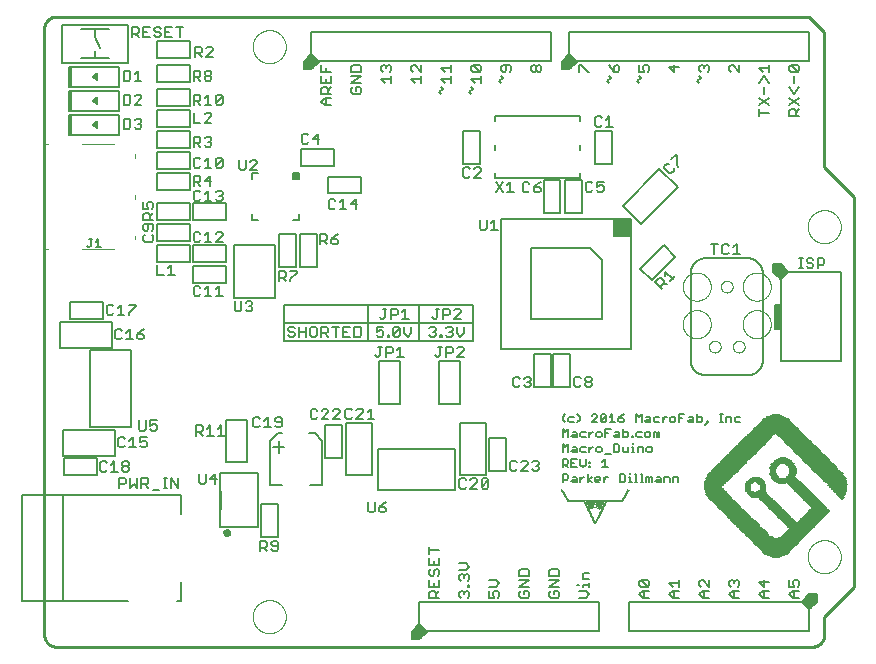
<source format=gto>
G75*
%MOIN*%
%OFA0B0*%
%FSLAX25Y25*%
%IPPOS*%
%LPD*%
%AMOC8*
5,1,8,0,0,1.08239X$1,22.5*
%
%ADD10C,0.01000*%
%ADD11C,0.00000*%
%ADD12C,0.00600*%
%ADD13C,0.00500*%
%ADD14C,0.00236*%
%ADD15R,0.00100X0.00050*%
%ADD16R,0.00550X0.00050*%
%ADD17R,0.00600X0.00050*%
%ADD18R,0.00700X0.00050*%
%ADD19R,0.00800X0.00050*%
%ADD20R,0.00850X0.00050*%
%ADD21R,0.00900X0.00050*%
%ADD22R,0.00950X0.00050*%
%ADD23R,0.01000X0.00050*%
%ADD24R,0.01050X0.00050*%
%ADD25R,0.01100X0.00050*%
%ADD26R,0.00650X0.00050*%
%ADD27R,0.00500X0.00050*%
%ADD28R,0.00050X0.00050*%
%ADD29R,0.00150X0.00050*%
%ADD30R,0.00250X0.00050*%
%ADD31R,0.00200X0.00050*%
%ADD32R,0.00350X0.00050*%
%ADD33R,0.00300X0.00050*%
%ADD34R,0.00450X0.00050*%
%ADD35R,0.01150X0.00050*%
%ADD36R,0.01250X0.00050*%
%ADD37R,0.01450X0.00050*%
%ADD38R,0.01750X0.00050*%
%ADD39R,0.01850X0.00050*%
%ADD40R,0.01900X0.00050*%
%ADD41R,0.01950X0.00050*%
%ADD42R,0.02000X0.00050*%
%ADD43R,0.02100X0.00050*%
%ADD44R,0.02050X0.00050*%
%ADD45R,0.02150X0.00050*%
%ADD46R,0.02200X0.00050*%
%ADD47R,0.02250X0.00050*%
%ADD48R,0.02300X0.00050*%
%ADD49R,0.02350X0.00050*%
%ADD50R,0.02400X0.00050*%
%ADD51R,0.02450X0.00050*%
%ADD52R,0.02500X0.00050*%
%ADD53R,0.02550X0.00050*%
%ADD54R,0.02600X0.00050*%
%ADD55R,0.02650X0.00050*%
%ADD56R,0.02700X0.00050*%
%ADD57R,0.02750X0.00050*%
%ADD58R,0.02800X0.00050*%
%ADD59R,0.02900X0.00050*%
%ADD60R,0.02850X0.00050*%
%ADD61R,0.05850X0.00050*%
%ADD62R,0.06000X0.00050*%
%ADD63R,0.05950X0.00050*%
%ADD64R,0.06100X0.00050*%
%ADD65R,0.06200X0.00050*%
%ADD66R,0.05800X0.00050*%
%ADD67R,0.06300X0.00050*%
%ADD68R,0.05750X0.00050*%
%ADD69R,0.05900X0.00050*%
%ADD70R,0.06500X0.00050*%
%ADD71R,0.02410X0.00300*%
%ADD72R,0.04210X0.00300*%
%ADD73R,0.06010X0.00301*%
%ADD74R,0.06610X0.00300*%
%ADD75R,0.07810X0.00300*%
%ADD76R,0.08410X0.00301*%
%ADD77R,0.09010X0.00300*%
%ADD78R,0.09610X0.00300*%
%ADD79R,0.10210X0.00301*%
%ADD80R,0.10810X0.00300*%
%ADD81R,0.11410X0.00300*%
%ADD82R,0.12010X0.00300*%
%ADD83R,0.12610X0.00301*%
%ADD84R,0.13210X0.00300*%
%ADD85R,0.13810X0.00300*%
%ADD86R,0.14410X0.00301*%
%ADD87R,0.15010X0.00300*%
%ADD88R,0.15610X0.00300*%
%ADD89R,0.16210X0.00301*%
%ADD90R,0.16810X0.00300*%
%ADD91R,0.17410X0.00300*%
%ADD92R,0.18020X0.00300*%
%ADD93R,0.08710X0.00301*%
%ADD94R,0.08410X0.00301*%
%ADD95R,0.08410X0.00300*%
%ADD96R,0.08100X0.00300*%
%ADD97R,0.08110X0.00300*%
%ADD98R,0.08110X0.00301*%
%ADD99R,0.08100X0.00301*%
%ADD100R,0.08410X0.00301*%
%ADD101R,0.08100X0.00301*%
%ADD102R,0.09010X0.00300*%
%ADD103R,0.09610X0.00301*%
%ADD104R,0.10210X0.00300*%
%ADD105R,0.10810X0.00300*%
%ADD106R,0.08410X0.00301*%
%ADD107R,0.11410X0.00301*%
%ADD108R,0.12010X0.00300*%
%ADD109R,0.04500X0.00300*%
%ADD110R,0.07510X0.00300*%
%ADD111R,0.08110X0.00301*%
%ADD112R,0.04500X0.00301*%
%ADD113R,0.07510X0.00301*%
%ADD114R,0.04510X0.00300*%
%ADD115R,0.04510X0.00301*%
%ADD116R,0.07510X0.00301*%
%ADD117R,0.07210X0.00301*%
%ADD118R,0.06610X0.00300*%
%ADD119R,0.06000X0.00300*%
%ADD120R,0.04510X0.00301*%
%ADD121R,0.05400X0.00301*%
%ADD122R,0.05100X0.00300*%
%ADD123R,0.05110X0.00301*%
%ADD124R,0.05110X0.00300*%
%ADD125R,0.04500X0.00301*%
%ADD126R,0.05110X0.00301*%
%ADD127R,0.00600X0.00301*%
%ADD128R,0.01200X0.00300*%
%ADD129R,0.06600X0.00300*%
%ADD130R,0.01810X0.00300*%
%ADD131R,0.07810X0.00301*%
%ADD132R,0.06900X0.00301*%
%ADD133R,0.02110X0.00301*%
%ADD134R,0.07810X0.00300*%
%ADD135R,0.06910X0.00300*%
%ADD136R,0.02710X0.00300*%
%ADD137R,0.03010X0.00300*%
%ADD138R,0.03610X0.00300*%
%ADD139R,0.06910X0.00301*%
%ADD140R,0.03910X0.00301*%
%ADD141R,0.07210X0.00300*%
%ADD142R,0.02410X0.00300*%
%ADD143R,0.03000X0.00300*%
%ADD144R,0.04210X0.00300*%
%ADD145R,0.02700X0.00300*%
%ADD146R,0.04510X0.00300*%
%ADD147R,0.06610X0.00301*%
%ADD148R,0.02400X0.00301*%
%ADD149R,0.05100X0.00301*%
%ADD150R,0.04810X0.00301*%
%ADD151R,0.02100X0.00300*%
%ADD152R,0.05410X0.00300*%
%ADD153R,0.06310X0.00301*%
%ADD154R,0.01810X0.00301*%
%ADD155R,0.02100X0.00301*%
%ADD156R,0.05100X0.00301*%
%ADD157R,0.06010X0.00301*%
%ADD158R,0.06310X0.00300*%
%ADD159R,0.02110X0.00300*%
%ADD160R,0.02400X0.00300*%
%ADD161R,0.02410X0.00301*%
%ADD162R,0.02410X0.00301*%
%ADD163R,0.08410X0.00300*%
%ADD164R,0.06010X0.00300*%
%ADD165R,0.08710X0.00300*%
%ADD166R,0.05710X0.00301*%
%ADD167R,0.08710X0.00301*%
%ADD168R,0.03900X0.00301*%
%ADD169R,0.08710X0.00301*%
%ADD170R,0.08710X0.00300*%
%ADD171R,0.02710X0.00300*%
%ADD172R,0.03600X0.00300*%
%ADD173R,0.09010X0.00301*%
%ADD174R,0.02100X0.00301*%
%ADD175R,0.09000X0.00301*%
%ADD176R,0.09000X0.00300*%
%ADD177R,0.09010X0.00301*%
%ADD178R,0.02700X0.00301*%
%ADD179R,0.03000X0.00301*%
%ADD180R,0.03010X0.00300*%
%ADD181R,0.07510X0.00301*%
%ADD182R,0.06910X0.00300*%
%ADD183R,0.06310X0.00300*%
%ADD184R,0.05710X0.00301*%
%ADD185R,0.04810X0.00300*%
%ADD186R,0.03610X0.00300*%
%ADD187R,0.01800X0.00300*%
%ADD188R,0.09010X0.00301*%
%ADD189R,0.18020X0.00301*%
%ADD190R,0.16210X0.00300*%
%ADD191R,0.15610X0.00301*%
%ADD192R,0.14410X0.00300*%
%ADD193R,0.13810X0.00301*%
%ADD194R,0.12610X0.00300*%
%ADD195R,0.12010X0.00301*%
%ADD196R,0.10210X0.00300*%
%ADD197R,0.09610X0.00301*%
%ADD198R,0.07810X0.00301*%
%ADD199R,0.05710X0.00300*%
%ADD200R,0.04210X0.00301*%
D10*
X0008793Y0007187D02*
X0008793Y0209313D01*
X0008795Y0209437D01*
X0008801Y0209560D01*
X0008810Y0209684D01*
X0008824Y0209806D01*
X0008841Y0209929D01*
X0008863Y0210051D01*
X0008888Y0210172D01*
X0008917Y0210292D01*
X0008949Y0210411D01*
X0008986Y0210530D01*
X0009026Y0210647D01*
X0009069Y0210762D01*
X0009117Y0210877D01*
X0009168Y0210989D01*
X0009222Y0211100D01*
X0009280Y0211210D01*
X0009341Y0211317D01*
X0009406Y0211423D01*
X0009474Y0211526D01*
X0009545Y0211627D01*
X0009619Y0211726D01*
X0009696Y0211823D01*
X0009777Y0211917D01*
X0009860Y0212008D01*
X0009946Y0212097D01*
X0010035Y0212183D01*
X0010126Y0212266D01*
X0010220Y0212347D01*
X0010317Y0212424D01*
X0010416Y0212498D01*
X0010517Y0212569D01*
X0010620Y0212637D01*
X0010726Y0212702D01*
X0010833Y0212763D01*
X0010943Y0212821D01*
X0011054Y0212875D01*
X0011166Y0212926D01*
X0011281Y0212974D01*
X0011396Y0213017D01*
X0011513Y0213057D01*
X0011632Y0213094D01*
X0011751Y0213126D01*
X0011871Y0213155D01*
X0011992Y0213180D01*
X0012114Y0213202D01*
X0012237Y0213219D01*
X0012359Y0213233D01*
X0012483Y0213242D01*
X0012606Y0213248D01*
X0012730Y0213250D01*
X0263793Y0213250D01*
X0268793Y0208250D01*
X0268793Y0163250D01*
X0278793Y0153250D01*
X0278793Y0023250D01*
X0268793Y0013250D01*
X0268793Y0007187D01*
X0268791Y0007063D01*
X0268785Y0006940D01*
X0268776Y0006816D01*
X0268762Y0006694D01*
X0268745Y0006571D01*
X0268723Y0006449D01*
X0268698Y0006328D01*
X0268669Y0006208D01*
X0268637Y0006089D01*
X0268600Y0005970D01*
X0268560Y0005853D01*
X0268517Y0005738D01*
X0268469Y0005623D01*
X0268418Y0005511D01*
X0268364Y0005400D01*
X0268306Y0005290D01*
X0268245Y0005183D01*
X0268180Y0005077D01*
X0268112Y0004974D01*
X0268041Y0004873D01*
X0267967Y0004774D01*
X0267890Y0004677D01*
X0267809Y0004583D01*
X0267726Y0004492D01*
X0267640Y0004403D01*
X0267551Y0004317D01*
X0267460Y0004234D01*
X0267366Y0004153D01*
X0267269Y0004076D01*
X0267170Y0004002D01*
X0267069Y0003931D01*
X0266966Y0003863D01*
X0266860Y0003798D01*
X0266753Y0003737D01*
X0266643Y0003679D01*
X0266532Y0003625D01*
X0266420Y0003574D01*
X0266305Y0003526D01*
X0266190Y0003483D01*
X0266073Y0003443D01*
X0265954Y0003406D01*
X0265835Y0003374D01*
X0265715Y0003345D01*
X0265594Y0003320D01*
X0265472Y0003298D01*
X0265349Y0003281D01*
X0265227Y0003267D01*
X0265103Y0003258D01*
X0264980Y0003252D01*
X0264856Y0003250D01*
X0012730Y0003250D01*
X0012606Y0003252D01*
X0012483Y0003258D01*
X0012359Y0003267D01*
X0012237Y0003281D01*
X0012114Y0003298D01*
X0011992Y0003320D01*
X0011871Y0003345D01*
X0011751Y0003374D01*
X0011632Y0003406D01*
X0011513Y0003443D01*
X0011396Y0003483D01*
X0011281Y0003526D01*
X0011166Y0003574D01*
X0011054Y0003625D01*
X0010943Y0003679D01*
X0010833Y0003737D01*
X0010726Y0003798D01*
X0010620Y0003863D01*
X0010517Y0003931D01*
X0010416Y0004002D01*
X0010317Y0004076D01*
X0010220Y0004153D01*
X0010126Y0004234D01*
X0010035Y0004317D01*
X0009946Y0004403D01*
X0009860Y0004492D01*
X0009777Y0004583D01*
X0009696Y0004677D01*
X0009619Y0004774D01*
X0009545Y0004873D01*
X0009474Y0004974D01*
X0009406Y0005077D01*
X0009341Y0005183D01*
X0009280Y0005290D01*
X0009222Y0005400D01*
X0009168Y0005511D01*
X0009117Y0005623D01*
X0009069Y0005738D01*
X0009026Y0005853D01*
X0008986Y0005970D01*
X0008949Y0006089D01*
X0008917Y0006208D01*
X0008888Y0006328D01*
X0008863Y0006449D01*
X0008841Y0006571D01*
X0008824Y0006694D01*
X0008810Y0006816D01*
X0008801Y0006940D01*
X0008795Y0007063D01*
X0008793Y0007187D01*
D11*
X0078281Y0013250D02*
X0078283Y0013398D01*
X0078289Y0013546D01*
X0078299Y0013694D01*
X0078313Y0013841D01*
X0078331Y0013988D01*
X0078352Y0014134D01*
X0078378Y0014280D01*
X0078408Y0014425D01*
X0078441Y0014569D01*
X0078479Y0014712D01*
X0078520Y0014854D01*
X0078565Y0014995D01*
X0078613Y0015135D01*
X0078666Y0015274D01*
X0078722Y0015411D01*
X0078782Y0015546D01*
X0078845Y0015680D01*
X0078912Y0015812D01*
X0078983Y0015942D01*
X0079057Y0016070D01*
X0079134Y0016196D01*
X0079215Y0016320D01*
X0079299Y0016442D01*
X0079386Y0016561D01*
X0079477Y0016678D01*
X0079571Y0016793D01*
X0079667Y0016905D01*
X0079767Y0017015D01*
X0079869Y0017121D01*
X0079975Y0017225D01*
X0080083Y0017326D01*
X0080194Y0017424D01*
X0080307Y0017520D01*
X0080423Y0017612D01*
X0080541Y0017701D01*
X0080662Y0017786D01*
X0080785Y0017869D01*
X0080910Y0017948D01*
X0081037Y0018024D01*
X0081166Y0018096D01*
X0081297Y0018165D01*
X0081430Y0018230D01*
X0081565Y0018291D01*
X0081701Y0018349D01*
X0081838Y0018404D01*
X0081977Y0018454D01*
X0082118Y0018501D01*
X0082259Y0018544D01*
X0082402Y0018584D01*
X0082546Y0018619D01*
X0082690Y0018651D01*
X0082836Y0018678D01*
X0082982Y0018702D01*
X0083129Y0018722D01*
X0083276Y0018738D01*
X0083423Y0018750D01*
X0083571Y0018758D01*
X0083719Y0018762D01*
X0083867Y0018762D01*
X0084015Y0018758D01*
X0084163Y0018750D01*
X0084310Y0018738D01*
X0084457Y0018722D01*
X0084604Y0018702D01*
X0084750Y0018678D01*
X0084896Y0018651D01*
X0085040Y0018619D01*
X0085184Y0018584D01*
X0085327Y0018544D01*
X0085468Y0018501D01*
X0085609Y0018454D01*
X0085748Y0018404D01*
X0085885Y0018349D01*
X0086021Y0018291D01*
X0086156Y0018230D01*
X0086289Y0018165D01*
X0086420Y0018096D01*
X0086549Y0018024D01*
X0086676Y0017948D01*
X0086801Y0017869D01*
X0086924Y0017786D01*
X0087045Y0017701D01*
X0087163Y0017612D01*
X0087279Y0017520D01*
X0087392Y0017424D01*
X0087503Y0017326D01*
X0087611Y0017225D01*
X0087717Y0017121D01*
X0087819Y0017015D01*
X0087919Y0016905D01*
X0088015Y0016793D01*
X0088109Y0016678D01*
X0088200Y0016561D01*
X0088287Y0016442D01*
X0088371Y0016320D01*
X0088452Y0016196D01*
X0088529Y0016070D01*
X0088603Y0015942D01*
X0088674Y0015812D01*
X0088741Y0015680D01*
X0088804Y0015546D01*
X0088864Y0015411D01*
X0088920Y0015274D01*
X0088973Y0015135D01*
X0089021Y0014995D01*
X0089066Y0014854D01*
X0089107Y0014712D01*
X0089145Y0014569D01*
X0089178Y0014425D01*
X0089208Y0014280D01*
X0089234Y0014134D01*
X0089255Y0013988D01*
X0089273Y0013841D01*
X0089287Y0013694D01*
X0089297Y0013546D01*
X0089303Y0013398D01*
X0089305Y0013250D01*
X0089303Y0013102D01*
X0089297Y0012954D01*
X0089287Y0012806D01*
X0089273Y0012659D01*
X0089255Y0012512D01*
X0089234Y0012366D01*
X0089208Y0012220D01*
X0089178Y0012075D01*
X0089145Y0011931D01*
X0089107Y0011788D01*
X0089066Y0011646D01*
X0089021Y0011505D01*
X0088973Y0011365D01*
X0088920Y0011226D01*
X0088864Y0011089D01*
X0088804Y0010954D01*
X0088741Y0010820D01*
X0088674Y0010688D01*
X0088603Y0010558D01*
X0088529Y0010430D01*
X0088452Y0010304D01*
X0088371Y0010180D01*
X0088287Y0010058D01*
X0088200Y0009939D01*
X0088109Y0009822D01*
X0088015Y0009707D01*
X0087919Y0009595D01*
X0087819Y0009485D01*
X0087717Y0009379D01*
X0087611Y0009275D01*
X0087503Y0009174D01*
X0087392Y0009076D01*
X0087279Y0008980D01*
X0087163Y0008888D01*
X0087045Y0008799D01*
X0086924Y0008714D01*
X0086801Y0008631D01*
X0086676Y0008552D01*
X0086549Y0008476D01*
X0086420Y0008404D01*
X0086289Y0008335D01*
X0086156Y0008270D01*
X0086021Y0008209D01*
X0085885Y0008151D01*
X0085748Y0008096D01*
X0085609Y0008046D01*
X0085468Y0007999D01*
X0085327Y0007956D01*
X0085184Y0007916D01*
X0085040Y0007881D01*
X0084896Y0007849D01*
X0084750Y0007822D01*
X0084604Y0007798D01*
X0084457Y0007778D01*
X0084310Y0007762D01*
X0084163Y0007750D01*
X0084015Y0007742D01*
X0083867Y0007738D01*
X0083719Y0007738D01*
X0083571Y0007742D01*
X0083423Y0007750D01*
X0083276Y0007762D01*
X0083129Y0007778D01*
X0082982Y0007798D01*
X0082836Y0007822D01*
X0082690Y0007849D01*
X0082546Y0007881D01*
X0082402Y0007916D01*
X0082259Y0007956D01*
X0082118Y0007999D01*
X0081977Y0008046D01*
X0081838Y0008096D01*
X0081701Y0008151D01*
X0081565Y0008209D01*
X0081430Y0008270D01*
X0081297Y0008335D01*
X0081166Y0008404D01*
X0081037Y0008476D01*
X0080910Y0008552D01*
X0080785Y0008631D01*
X0080662Y0008714D01*
X0080541Y0008799D01*
X0080423Y0008888D01*
X0080307Y0008980D01*
X0080194Y0009076D01*
X0080083Y0009174D01*
X0079975Y0009275D01*
X0079869Y0009379D01*
X0079767Y0009485D01*
X0079667Y0009595D01*
X0079571Y0009707D01*
X0079477Y0009822D01*
X0079386Y0009939D01*
X0079299Y0010058D01*
X0079215Y0010180D01*
X0079134Y0010304D01*
X0079057Y0010430D01*
X0078983Y0010558D01*
X0078912Y0010688D01*
X0078845Y0010820D01*
X0078782Y0010954D01*
X0078722Y0011089D01*
X0078666Y0011226D01*
X0078613Y0011365D01*
X0078565Y0011505D01*
X0078520Y0011646D01*
X0078479Y0011788D01*
X0078441Y0011931D01*
X0078408Y0012075D01*
X0078378Y0012220D01*
X0078352Y0012366D01*
X0078331Y0012512D01*
X0078313Y0012659D01*
X0078299Y0012806D01*
X0078289Y0012954D01*
X0078283Y0013102D01*
X0078281Y0013250D01*
X0221618Y0110750D02*
X0221620Y0110887D01*
X0221626Y0111023D01*
X0221636Y0111159D01*
X0221650Y0111295D01*
X0221668Y0111431D01*
X0221690Y0111566D01*
X0221715Y0111700D01*
X0221745Y0111833D01*
X0221779Y0111965D01*
X0221816Y0112097D01*
X0221857Y0112227D01*
X0221903Y0112356D01*
X0221951Y0112484D01*
X0222004Y0112610D01*
X0222060Y0112734D01*
X0222120Y0112857D01*
X0222183Y0112978D01*
X0222250Y0113097D01*
X0222320Y0113214D01*
X0222394Y0113330D01*
X0222471Y0113442D01*
X0222551Y0113553D01*
X0222635Y0113661D01*
X0222722Y0113767D01*
X0222811Y0113870D01*
X0222904Y0113970D01*
X0222999Y0114068D01*
X0223098Y0114163D01*
X0223199Y0114255D01*
X0223303Y0114343D01*
X0223409Y0114429D01*
X0223518Y0114512D01*
X0223629Y0114591D01*
X0223742Y0114668D01*
X0223858Y0114741D01*
X0223975Y0114810D01*
X0224095Y0114876D01*
X0224216Y0114938D01*
X0224340Y0114997D01*
X0224465Y0115053D01*
X0224591Y0115104D01*
X0224719Y0115152D01*
X0224848Y0115196D01*
X0224979Y0115237D01*
X0225111Y0115273D01*
X0225243Y0115306D01*
X0225377Y0115334D01*
X0225511Y0115359D01*
X0225646Y0115380D01*
X0225782Y0115397D01*
X0225918Y0115410D01*
X0226054Y0115419D01*
X0226191Y0115424D01*
X0226327Y0115425D01*
X0226464Y0115422D01*
X0226600Y0115415D01*
X0226736Y0115404D01*
X0226872Y0115389D01*
X0227007Y0115370D01*
X0227142Y0115347D01*
X0227276Y0115320D01*
X0227409Y0115290D01*
X0227541Y0115255D01*
X0227673Y0115217D01*
X0227802Y0115175D01*
X0227931Y0115129D01*
X0228058Y0115079D01*
X0228184Y0115025D01*
X0228308Y0114968D01*
X0228431Y0114908D01*
X0228551Y0114843D01*
X0228670Y0114776D01*
X0228786Y0114705D01*
X0228901Y0114630D01*
X0229013Y0114552D01*
X0229123Y0114471D01*
X0229231Y0114387D01*
X0229336Y0114299D01*
X0229438Y0114209D01*
X0229538Y0114116D01*
X0229635Y0114019D01*
X0229729Y0113920D01*
X0229820Y0113819D01*
X0229908Y0113714D01*
X0229993Y0113607D01*
X0230075Y0113498D01*
X0230154Y0113386D01*
X0230229Y0113272D01*
X0230301Y0113156D01*
X0230370Y0113038D01*
X0230435Y0112918D01*
X0230497Y0112796D01*
X0230555Y0112672D01*
X0230609Y0112547D01*
X0230660Y0112420D01*
X0230706Y0112292D01*
X0230750Y0112162D01*
X0230789Y0112031D01*
X0230825Y0111899D01*
X0230856Y0111766D01*
X0230884Y0111633D01*
X0230908Y0111498D01*
X0230928Y0111363D01*
X0230944Y0111227D01*
X0230956Y0111091D01*
X0230964Y0110955D01*
X0230968Y0110818D01*
X0230968Y0110682D01*
X0230964Y0110545D01*
X0230956Y0110409D01*
X0230944Y0110273D01*
X0230928Y0110137D01*
X0230908Y0110002D01*
X0230884Y0109867D01*
X0230856Y0109734D01*
X0230825Y0109601D01*
X0230789Y0109469D01*
X0230750Y0109338D01*
X0230706Y0109208D01*
X0230660Y0109080D01*
X0230609Y0108953D01*
X0230555Y0108828D01*
X0230497Y0108704D01*
X0230435Y0108582D01*
X0230370Y0108462D01*
X0230301Y0108344D01*
X0230229Y0108228D01*
X0230154Y0108114D01*
X0230075Y0108002D01*
X0229993Y0107893D01*
X0229908Y0107786D01*
X0229820Y0107681D01*
X0229729Y0107580D01*
X0229635Y0107481D01*
X0229538Y0107384D01*
X0229438Y0107291D01*
X0229336Y0107201D01*
X0229231Y0107113D01*
X0229123Y0107029D01*
X0229013Y0106948D01*
X0228901Y0106870D01*
X0228786Y0106795D01*
X0228670Y0106724D01*
X0228551Y0106657D01*
X0228431Y0106592D01*
X0228308Y0106532D01*
X0228184Y0106475D01*
X0228058Y0106421D01*
X0227931Y0106371D01*
X0227802Y0106325D01*
X0227673Y0106283D01*
X0227541Y0106245D01*
X0227409Y0106210D01*
X0227276Y0106180D01*
X0227142Y0106153D01*
X0227007Y0106130D01*
X0226872Y0106111D01*
X0226736Y0106096D01*
X0226600Y0106085D01*
X0226464Y0106078D01*
X0226327Y0106075D01*
X0226191Y0106076D01*
X0226054Y0106081D01*
X0225918Y0106090D01*
X0225782Y0106103D01*
X0225646Y0106120D01*
X0225511Y0106141D01*
X0225377Y0106166D01*
X0225243Y0106194D01*
X0225111Y0106227D01*
X0224979Y0106263D01*
X0224848Y0106304D01*
X0224719Y0106348D01*
X0224591Y0106396D01*
X0224465Y0106447D01*
X0224340Y0106503D01*
X0224216Y0106562D01*
X0224095Y0106624D01*
X0223975Y0106690D01*
X0223858Y0106759D01*
X0223742Y0106832D01*
X0223629Y0106909D01*
X0223518Y0106988D01*
X0223409Y0107071D01*
X0223303Y0107157D01*
X0223199Y0107245D01*
X0223098Y0107337D01*
X0222999Y0107432D01*
X0222904Y0107530D01*
X0222811Y0107630D01*
X0222722Y0107733D01*
X0222635Y0107839D01*
X0222551Y0107947D01*
X0222471Y0108058D01*
X0222394Y0108170D01*
X0222320Y0108286D01*
X0222250Y0108403D01*
X0222183Y0108522D01*
X0222120Y0108643D01*
X0222060Y0108766D01*
X0222004Y0108890D01*
X0221951Y0109016D01*
X0221903Y0109144D01*
X0221857Y0109273D01*
X0221816Y0109403D01*
X0221779Y0109535D01*
X0221745Y0109667D01*
X0221715Y0109800D01*
X0221690Y0109934D01*
X0221668Y0110069D01*
X0221650Y0110205D01*
X0221636Y0110341D01*
X0221626Y0110477D01*
X0221620Y0110613D01*
X0221618Y0110750D01*
X0230343Y0103250D02*
X0230345Y0103338D01*
X0230351Y0103426D01*
X0230361Y0103514D01*
X0230375Y0103601D01*
X0230393Y0103687D01*
X0230414Y0103772D01*
X0230440Y0103857D01*
X0230469Y0103940D01*
X0230502Y0104022D01*
X0230539Y0104102D01*
X0230579Y0104180D01*
X0230623Y0104257D01*
X0230670Y0104331D01*
X0230721Y0104403D01*
X0230774Y0104473D01*
X0230831Y0104541D01*
X0230891Y0104605D01*
X0230954Y0104667D01*
X0231019Y0104726D01*
X0231087Y0104782D01*
X0231158Y0104835D01*
X0231230Y0104885D01*
X0231305Y0104931D01*
X0231382Y0104974D01*
X0231461Y0105014D01*
X0231542Y0105049D01*
X0231624Y0105082D01*
X0231707Y0105110D01*
X0231792Y0105135D01*
X0231878Y0105155D01*
X0231964Y0105172D01*
X0232051Y0105185D01*
X0232139Y0105194D01*
X0232227Y0105199D01*
X0232315Y0105200D01*
X0232403Y0105197D01*
X0232491Y0105190D01*
X0232578Y0105179D01*
X0232665Y0105164D01*
X0232751Y0105145D01*
X0232837Y0105123D01*
X0232921Y0105096D01*
X0233003Y0105066D01*
X0233085Y0105032D01*
X0233165Y0104994D01*
X0233242Y0104953D01*
X0233318Y0104909D01*
X0233392Y0104861D01*
X0233464Y0104809D01*
X0233533Y0104755D01*
X0233600Y0104697D01*
X0233664Y0104637D01*
X0233725Y0104573D01*
X0233784Y0104507D01*
X0233839Y0104439D01*
X0233891Y0104367D01*
X0233940Y0104294D01*
X0233985Y0104219D01*
X0234027Y0104141D01*
X0234066Y0104062D01*
X0234101Y0103981D01*
X0234132Y0103898D01*
X0234159Y0103815D01*
X0234183Y0103730D01*
X0234203Y0103644D01*
X0234219Y0103557D01*
X0234231Y0103470D01*
X0234239Y0103382D01*
X0234243Y0103294D01*
X0234243Y0103206D01*
X0234239Y0103118D01*
X0234231Y0103030D01*
X0234219Y0102943D01*
X0234203Y0102856D01*
X0234183Y0102770D01*
X0234159Y0102685D01*
X0234132Y0102602D01*
X0234101Y0102519D01*
X0234066Y0102438D01*
X0234027Y0102359D01*
X0233985Y0102281D01*
X0233940Y0102206D01*
X0233891Y0102133D01*
X0233839Y0102061D01*
X0233784Y0101993D01*
X0233725Y0101927D01*
X0233664Y0101863D01*
X0233600Y0101803D01*
X0233533Y0101745D01*
X0233464Y0101691D01*
X0233392Y0101639D01*
X0233318Y0101591D01*
X0233242Y0101547D01*
X0233165Y0101506D01*
X0233085Y0101468D01*
X0233003Y0101434D01*
X0232921Y0101404D01*
X0232837Y0101377D01*
X0232751Y0101355D01*
X0232665Y0101336D01*
X0232578Y0101321D01*
X0232491Y0101310D01*
X0232403Y0101303D01*
X0232315Y0101300D01*
X0232227Y0101301D01*
X0232139Y0101306D01*
X0232051Y0101315D01*
X0231964Y0101328D01*
X0231878Y0101345D01*
X0231792Y0101365D01*
X0231707Y0101390D01*
X0231624Y0101418D01*
X0231542Y0101451D01*
X0231461Y0101486D01*
X0231382Y0101526D01*
X0231305Y0101569D01*
X0231230Y0101615D01*
X0231158Y0101665D01*
X0231087Y0101718D01*
X0231019Y0101774D01*
X0230954Y0101833D01*
X0230891Y0101895D01*
X0230831Y0101959D01*
X0230774Y0102027D01*
X0230721Y0102097D01*
X0230670Y0102169D01*
X0230623Y0102243D01*
X0230579Y0102320D01*
X0230539Y0102398D01*
X0230502Y0102478D01*
X0230469Y0102560D01*
X0230440Y0102643D01*
X0230414Y0102728D01*
X0230393Y0102813D01*
X0230375Y0102899D01*
X0230361Y0102986D01*
X0230351Y0103074D01*
X0230345Y0103162D01*
X0230343Y0103250D01*
X0238343Y0103250D02*
X0238345Y0103338D01*
X0238351Y0103426D01*
X0238361Y0103514D01*
X0238375Y0103601D01*
X0238393Y0103687D01*
X0238414Y0103772D01*
X0238440Y0103857D01*
X0238469Y0103940D01*
X0238502Y0104022D01*
X0238539Y0104102D01*
X0238579Y0104180D01*
X0238623Y0104257D01*
X0238670Y0104331D01*
X0238721Y0104403D01*
X0238774Y0104473D01*
X0238831Y0104541D01*
X0238891Y0104605D01*
X0238954Y0104667D01*
X0239019Y0104726D01*
X0239087Y0104782D01*
X0239158Y0104835D01*
X0239230Y0104885D01*
X0239305Y0104931D01*
X0239382Y0104974D01*
X0239461Y0105014D01*
X0239542Y0105049D01*
X0239624Y0105082D01*
X0239707Y0105110D01*
X0239792Y0105135D01*
X0239878Y0105155D01*
X0239964Y0105172D01*
X0240051Y0105185D01*
X0240139Y0105194D01*
X0240227Y0105199D01*
X0240315Y0105200D01*
X0240403Y0105197D01*
X0240491Y0105190D01*
X0240578Y0105179D01*
X0240665Y0105164D01*
X0240751Y0105145D01*
X0240837Y0105123D01*
X0240921Y0105096D01*
X0241003Y0105066D01*
X0241085Y0105032D01*
X0241165Y0104994D01*
X0241242Y0104953D01*
X0241318Y0104909D01*
X0241392Y0104861D01*
X0241464Y0104809D01*
X0241533Y0104755D01*
X0241600Y0104697D01*
X0241664Y0104637D01*
X0241725Y0104573D01*
X0241784Y0104507D01*
X0241839Y0104439D01*
X0241891Y0104367D01*
X0241940Y0104294D01*
X0241985Y0104219D01*
X0242027Y0104141D01*
X0242066Y0104062D01*
X0242101Y0103981D01*
X0242132Y0103898D01*
X0242159Y0103815D01*
X0242183Y0103730D01*
X0242203Y0103644D01*
X0242219Y0103557D01*
X0242231Y0103470D01*
X0242239Y0103382D01*
X0242243Y0103294D01*
X0242243Y0103206D01*
X0242239Y0103118D01*
X0242231Y0103030D01*
X0242219Y0102943D01*
X0242203Y0102856D01*
X0242183Y0102770D01*
X0242159Y0102685D01*
X0242132Y0102602D01*
X0242101Y0102519D01*
X0242066Y0102438D01*
X0242027Y0102359D01*
X0241985Y0102281D01*
X0241940Y0102206D01*
X0241891Y0102133D01*
X0241839Y0102061D01*
X0241784Y0101993D01*
X0241725Y0101927D01*
X0241664Y0101863D01*
X0241600Y0101803D01*
X0241533Y0101745D01*
X0241464Y0101691D01*
X0241392Y0101639D01*
X0241318Y0101591D01*
X0241242Y0101547D01*
X0241165Y0101506D01*
X0241085Y0101468D01*
X0241003Y0101434D01*
X0240921Y0101404D01*
X0240837Y0101377D01*
X0240751Y0101355D01*
X0240665Y0101336D01*
X0240578Y0101321D01*
X0240491Y0101310D01*
X0240403Y0101303D01*
X0240315Y0101300D01*
X0240227Y0101301D01*
X0240139Y0101306D01*
X0240051Y0101315D01*
X0239964Y0101328D01*
X0239878Y0101345D01*
X0239792Y0101365D01*
X0239707Y0101390D01*
X0239624Y0101418D01*
X0239542Y0101451D01*
X0239461Y0101486D01*
X0239382Y0101526D01*
X0239305Y0101569D01*
X0239230Y0101615D01*
X0239158Y0101665D01*
X0239087Y0101718D01*
X0239019Y0101774D01*
X0238954Y0101833D01*
X0238891Y0101895D01*
X0238831Y0101959D01*
X0238774Y0102027D01*
X0238721Y0102097D01*
X0238670Y0102169D01*
X0238623Y0102243D01*
X0238579Y0102320D01*
X0238539Y0102398D01*
X0238502Y0102478D01*
X0238469Y0102560D01*
X0238440Y0102643D01*
X0238414Y0102728D01*
X0238393Y0102813D01*
X0238375Y0102899D01*
X0238361Y0102986D01*
X0238351Y0103074D01*
X0238345Y0103162D01*
X0238343Y0103250D01*
X0241618Y0110750D02*
X0241620Y0110887D01*
X0241626Y0111023D01*
X0241636Y0111159D01*
X0241650Y0111295D01*
X0241668Y0111431D01*
X0241690Y0111566D01*
X0241715Y0111700D01*
X0241745Y0111833D01*
X0241779Y0111965D01*
X0241816Y0112097D01*
X0241857Y0112227D01*
X0241903Y0112356D01*
X0241951Y0112484D01*
X0242004Y0112610D01*
X0242060Y0112734D01*
X0242120Y0112857D01*
X0242183Y0112978D01*
X0242250Y0113097D01*
X0242320Y0113214D01*
X0242394Y0113330D01*
X0242471Y0113442D01*
X0242551Y0113553D01*
X0242635Y0113661D01*
X0242722Y0113767D01*
X0242811Y0113870D01*
X0242904Y0113970D01*
X0242999Y0114068D01*
X0243098Y0114163D01*
X0243199Y0114255D01*
X0243303Y0114343D01*
X0243409Y0114429D01*
X0243518Y0114512D01*
X0243629Y0114591D01*
X0243742Y0114668D01*
X0243858Y0114741D01*
X0243975Y0114810D01*
X0244095Y0114876D01*
X0244216Y0114938D01*
X0244340Y0114997D01*
X0244465Y0115053D01*
X0244591Y0115104D01*
X0244719Y0115152D01*
X0244848Y0115196D01*
X0244979Y0115237D01*
X0245111Y0115273D01*
X0245243Y0115306D01*
X0245377Y0115334D01*
X0245511Y0115359D01*
X0245646Y0115380D01*
X0245782Y0115397D01*
X0245918Y0115410D01*
X0246054Y0115419D01*
X0246191Y0115424D01*
X0246327Y0115425D01*
X0246464Y0115422D01*
X0246600Y0115415D01*
X0246736Y0115404D01*
X0246872Y0115389D01*
X0247007Y0115370D01*
X0247142Y0115347D01*
X0247276Y0115320D01*
X0247409Y0115290D01*
X0247541Y0115255D01*
X0247673Y0115217D01*
X0247802Y0115175D01*
X0247931Y0115129D01*
X0248058Y0115079D01*
X0248184Y0115025D01*
X0248308Y0114968D01*
X0248431Y0114908D01*
X0248551Y0114843D01*
X0248670Y0114776D01*
X0248786Y0114705D01*
X0248901Y0114630D01*
X0249013Y0114552D01*
X0249123Y0114471D01*
X0249231Y0114387D01*
X0249336Y0114299D01*
X0249438Y0114209D01*
X0249538Y0114116D01*
X0249635Y0114019D01*
X0249729Y0113920D01*
X0249820Y0113819D01*
X0249908Y0113714D01*
X0249993Y0113607D01*
X0250075Y0113498D01*
X0250154Y0113386D01*
X0250229Y0113272D01*
X0250301Y0113156D01*
X0250370Y0113038D01*
X0250435Y0112918D01*
X0250497Y0112796D01*
X0250555Y0112672D01*
X0250609Y0112547D01*
X0250660Y0112420D01*
X0250706Y0112292D01*
X0250750Y0112162D01*
X0250789Y0112031D01*
X0250825Y0111899D01*
X0250856Y0111766D01*
X0250884Y0111633D01*
X0250908Y0111498D01*
X0250928Y0111363D01*
X0250944Y0111227D01*
X0250956Y0111091D01*
X0250964Y0110955D01*
X0250968Y0110818D01*
X0250968Y0110682D01*
X0250964Y0110545D01*
X0250956Y0110409D01*
X0250944Y0110273D01*
X0250928Y0110137D01*
X0250908Y0110002D01*
X0250884Y0109867D01*
X0250856Y0109734D01*
X0250825Y0109601D01*
X0250789Y0109469D01*
X0250750Y0109338D01*
X0250706Y0109208D01*
X0250660Y0109080D01*
X0250609Y0108953D01*
X0250555Y0108828D01*
X0250497Y0108704D01*
X0250435Y0108582D01*
X0250370Y0108462D01*
X0250301Y0108344D01*
X0250229Y0108228D01*
X0250154Y0108114D01*
X0250075Y0108002D01*
X0249993Y0107893D01*
X0249908Y0107786D01*
X0249820Y0107681D01*
X0249729Y0107580D01*
X0249635Y0107481D01*
X0249538Y0107384D01*
X0249438Y0107291D01*
X0249336Y0107201D01*
X0249231Y0107113D01*
X0249123Y0107029D01*
X0249013Y0106948D01*
X0248901Y0106870D01*
X0248786Y0106795D01*
X0248670Y0106724D01*
X0248551Y0106657D01*
X0248431Y0106592D01*
X0248308Y0106532D01*
X0248184Y0106475D01*
X0248058Y0106421D01*
X0247931Y0106371D01*
X0247802Y0106325D01*
X0247673Y0106283D01*
X0247541Y0106245D01*
X0247409Y0106210D01*
X0247276Y0106180D01*
X0247142Y0106153D01*
X0247007Y0106130D01*
X0246872Y0106111D01*
X0246736Y0106096D01*
X0246600Y0106085D01*
X0246464Y0106078D01*
X0246327Y0106075D01*
X0246191Y0106076D01*
X0246054Y0106081D01*
X0245918Y0106090D01*
X0245782Y0106103D01*
X0245646Y0106120D01*
X0245511Y0106141D01*
X0245377Y0106166D01*
X0245243Y0106194D01*
X0245111Y0106227D01*
X0244979Y0106263D01*
X0244848Y0106304D01*
X0244719Y0106348D01*
X0244591Y0106396D01*
X0244465Y0106447D01*
X0244340Y0106503D01*
X0244216Y0106562D01*
X0244095Y0106624D01*
X0243975Y0106690D01*
X0243858Y0106759D01*
X0243742Y0106832D01*
X0243629Y0106909D01*
X0243518Y0106988D01*
X0243409Y0107071D01*
X0243303Y0107157D01*
X0243199Y0107245D01*
X0243098Y0107337D01*
X0242999Y0107432D01*
X0242904Y0107530D01*
X0242811Y0107630D01*
X0242722Y0107733D01*
X0242635Y0107839D01*
X0242551Y0107947D01*
X0242471Y0108058D01*
X0242394Y0108170D01*
X0242320Y0108286D01*
X0242250Y0108403D01*
X0242183Y0108522D01*
X0242120Y0108643D01*
X0242060Y0108766D01*
X0242004Y0108890D01*
X0241951Y0109016D01*
X0241903Y0109144D01*
X0241857Y0109273D01*
X0241816Y0109403D01*
X0241779Y0109535D01*
X0241745Y0109667D01*
X0241715Y0109800D01*
X0241690Y0109934D01*
X0241668Y0110069D01*
X0241650Y0110205D01*
X0241636Y0110341D01*
X0241626Y0110477D01*
X0241620Y0110613D01*
X0241618Y0110750D01*
X0241618Y0123250D02*
X0241620Y0123387D01*
X0241626Y0123523D01*
X0241636Y0123659D01*
X0241650Y0123795D01*
X0241668Y0123931D01*
X0241690Y0124066D01*
X0241715Y0124200D01*
X0241745Y0124333D01*
X0241779Y0124465D01*
X0241816Y0124597D01*
X0241857Y0124727D01*
X0241903Y0124856D01*
X0241951Y0124984D01*
X0242004Y0125110D01*
X0242060Y0125234D01*
X0242120Y0125357D01*
X0242183Y0125478D01*
X0242250Y0125597D01*
X0242320Y0125714D01*
X0242394Y0125830D01*
X0242471Y0125942D01*
X0242551Y0126053D01*
X0242635Y0126161D01*
X0242722Y0126267D01*
X0242811Y0126370D01*
X0242904Y0126470D01*
X0242999Y0126568D01*
X0243098Y0126663D01*
X0243199Y0126755D01*
X0243303Y0126843D01*
X0243409Y0126929D01*
X0243518Y0127012D01*
X0243629Y0127091D01*
X0243742Y0127168D01*
X0243858Y0127241D01*
X0243975Y0127310D01*
X0244095Y0127376D01*
X0244216Y0127438D01*
X0244340Y0127497D01*
X0244465Y0127553D01*
X0244591Y0127604D01*
X0244719Y0127652D01*
X0244848Y0127696D01*
X0244979Y0127737D01*
X0245111Y0127773D01*
X0245243Y0127806D01*
X0245377Y0127834D01*
X0245511Y0127859D01*
X0245646Y0127880D01*
X0245782Y0127897D01*
X0245918Y0127910D01*
X0246054Y0127919D01*
X0246191Y0127924D01*
X0246327Y0127925D01*
X0246464Y0127922D01*
X0246600Y0127915D01*
X0246736Y0127904D01*
X0246872Y0127889D01*
X0247007Y0127870D01*
X0247142Y0127847D01*
X0247276Y0127820D01*
X0247409Y0127790D01*
X0247541Y0127755D01*
X0247673Y0127717D01*
X0247802Y0127675D01*
X0247931Y0127629D01*
X0248058Y0127579D01*
X0248184Y0127525D01*
X0248308Y0127468D01*
X0248431Y0127408D01*
X0248551Y0127343D01*
X0248670Y0127276D01*
X0248786Y0127205D01*
X0248901Y0127130D01*
X0249013Y0127052D01*
X0249123Y0126971D01*
X0249231Y0126887D01*
X0249336Y0126799D01*
X0249438Y0126709D01*
X0249538Y0126616D01*
X0249635Y0126519D01*
X0249729Y0126420D01*
X0249820Y0126319D01*
X0249908Y0126214D01*
X0249993Y0126107D01*
X0250075Y0125998D01*
X0250154Y0125886D01*
X0250229Y0125772D01*
X0250301Y0125656D01*
X0250370Y0125538D01*
X0250435Y0125418D01*
X0250497Y0125296D01*
X0250555Y0125172D01*
X0250609Y0125047D01*
X0250660Y0124920D01*
X0250706Y0124792D01*
X0250750Y0124662D01*
X0250789Y0124531D01*
X0250825Y0124399D01*
X0250856Y0124266D01*
X0250884Y0124133D01*
X0250908Y0123998D01*
X0250928Y0123863D01*
X0250944Y0123727D01*
X0250956Y0123591D01*
X0250964Y0123455D01*
X0250968Y0123318D01*
X0250968Y0123182D01*
X0250964Y0123045D01*
X0250956Y0122909D01*
X0250944Y0122773D01*
X0250928Y0122637D01*
X0250908Y0122502D01*
X0250884Y0122367D01*
X0250856Y0122234D01*
X0250825Y0122101D01*
X0250789Y0121969D01*
X0250750Y0121838D01*
X0250706Y0121708D01*
X0250660Y0121580D01*
X0250609Y0121453D01*
X0250555Y0121328D01*
X0250497Y0121204D01*
X0250435Y0121082D01*
X0250370Y0120962D01*
X0250301Y0120844D01*
X0250229Y0120728D01*
X0250154Y0120614D01*
X0250075Y0120502D01*
X0249993Y0120393D01*
X0249908Y0120286D01*
X0249820Y0120181D01*
X0249729Y0120080D01*
X0249635Y0119981D01*
X0249538Y0119884D01*
X0249438Y0119791D01*
X0249336Y0119701D01*
X0249231Y0119613D01*
X0249123Y0119529D01*
X0249013Y0119448D01*
X0248901Y0119370D01*
X0248786Y0119295D01*
X0248670Y0119224D01*
X0248551Y0119157D01*
X0248431Y0119092D01*
X0248308Y0119032D01*
X0248184Y0118975D01*
X0248058Y0118921D01*
X0247931Y0118871D01*
X0247802Y0118825D01*
X0247673Y0118783D01*
X0247541Y0118745D01*
X0247409Y0118710D01*
X0247276Y0118680D01*
X0247142Y0118653D01*
X0247007Y0118630D01*
X0246872Y0118611D01*
X0246736Y0118596D01*
X0246600Y0118585D01*
X0246464Y0118578D01*
X0246327Y0118575D01*
X0246191Y0118576D01*
X0246054Y0118581D01*
X0245918Y0118590D01*
X0245782Y0118603D01*
X0245646Y0118620D01*
X0245511Y0118641D01*
X0245377Y0118666D01*
X0245243Y0118694D01*
X0245111Y0118727D01*
X0244979Y0118763D01*
X0244848Y0118804D01*
X0244719Y0118848D01*
X0244591Y0118896D01*
X0244465Y0118947D01*
X0244340Y0119003D01*
X0244216Y0119062D01*
X0244095Y0119124D01*
X0243975Y0119190D01*
X0243858Y0119259D01*
X0243742Y0119332D01*
X0243629Y0119409D01*
X0243518Y0119488D01*
X0243409Y0119571D01*
X0243303Y0119657D01*
X0243199Y0119745D01*
X0243098Y0119837D01*
X0242999Y0119932D01*
X0242904Y0120030D01*
X0242811Y0120130D01*
X0242722Y0120233D01*
X0242635Y0120339D01*
X0242551Y0120447D01*
X0242471Y0120558D01*
X0242394Y0120670D01*
X0242320Y0120786D01*
X0242250Y0120903D01*
X0242183Y0121022D01*
X0242120Y0121143D01*
X0242060Y0121266D01*
X0242004Y0121390D01*
X0241951Y0121516D01*
X0241903Y0121644D01*
X0241857Y0121773D01*
X0241816Y0121903D01*
X0241779Y0122035D01*
X0241745Y0122167D01*
X0241715Y0122300D01*
X0241690Y0122434D01*
X0241668Y0122569D01*
X0241650Y0122705D01*
X0241636Y0122841D01*
X0241626Y0122977D01*
X0241620Y0123113D01*
X0241618Y0123250D01*
X0234343Y0123250D02*
X0234345Y0123338D01*
X0234351Y0123426D01*
X0234361Y0123514D01*
X0234375Y0123601D01*
X0234393Y0123687D01*
X0234414Y0123772D01*
X0234440Y0123857D01*
X0234469Y0123940D01*
X0234502Y0124022D01*
X0234539Y0124102D01*
X0234579Y0124180D01*
X0234623Y0124257D01*
X0234670Y0124331D01*
X0234721Y0124403D01*
X0234774Y0124473D01*
X0234831Y0124541D01*
X0234891Y0124605D01*
X0234954Y0124667D01*
X0235019Y0124726D01*
X0235087Y0124782D01*
X0235158Y0124835D01*
X0235230Y0124885D01*
X0235305Y0124931D01*
X0235382Y0124974D01*
X0235461Y0125014D01*
X0235542Y0125049D01*
X0235624Y0125082D01*
X0235707Y0125110D01*
X0235792Y0125135D01*
X0235878Y0125155D01*
X0235964Y0125172D01*
X0236051Y0125185D01*
X0236139Y0125194D01*
X0236227Y0125199D01*
X0236315Y0125200D01*
X0236403Y0125197D01*
X0236491Y0125190D01*
X0236578Y0125179D01*
X0236665Y0125164D01*
X0236751Y0125145D01*
X0236837Y0125123D01*
X0236921Y0125096D01*
X0237003Y0125066D01*
X0237085Y0125032D01*
X0237165Y0124994D01*
X0237242Y0124953D01*
X0237318Y0124909D01*
X0237392Y0124861D01*
X0237464Y0124809D01*
X0237533Y0124755D01*
X0237600Y0124697D01*
X0237664Y0124637D01*
X0237725Y0124573D01*
X0237784Y0124507D01*
X0237839Y0124439D01*
X0237891Y0124367D01*
X0237940Y0124294D01*
X0237985Y0124219D01*
X0238027Y0124141D01*
X0238066Y0124062D01*
X0238101Y0123981D01*
X0238132Y0123898D01*
X0238159Y0123815D01*
X0238183Y0123730D01*
X0238203Y0123644D01*
X0238219Y0123557D01*
X0238231Y0123470D01*
X0238239Y0123382D01*
X0238243Y0123294D01*
X0238243Y0123206D01*
X0238239Y0123118D01*
X0238231Y0123030D01*
X0238219Y0122943D01*
X0238203Y0122856D01*
X0238183Y0122770D01*
X0238159Y0122685D01*
X0238132Y0122602D01*
X0238101Y0122519D01*
X0238066Y0122438D01*
X0238027Y0122359D01*
X0237985Y0122281D01*
X0237940Y0122206D01*
X0237891Y0122133D01*
X0237839Y0122061D01*
X0237784Y0121993D01*
X0237725Y0121927D01*
X0237664Y0121863D01*
X0237600Y0121803D01*
X0237533Y0121745D01*
X0237464Y0121691D01*
X0237392Y0121639D01*
X0237318Y0121591D01*
X0237242Y0121547D01*
X0237165Y0121506D01*
X0237085Y0121468D01*
X0237003Y0121434D01*
X0236921Y0121404D01*
X0236837Y0121377D01*
X0236751Y0121355D01*
X0236665Y0121336D01*
X0236578Y0121321D01*
X0236491Y0121310D01*
X0236403Y0121303D01*
X0236315Y0121300D01*
X0236227Y0121301D01*
X0236139Y0121306D01*
X0236051Y0121315D01*
X0235964Y0121328D01*
X0235878Y0121345D01*
X0235792Y0121365D01*
X0235707Y0121390D01*
X0235624Y0121418D01*
X0235542Y0121451D01*
X0235461Y0121486D01*
X0235382Y0121526D01*
X0235305Y0121569D01*
X0235230Y0121615D01*
X0235158Y0121665D01*
X0235087Y0121718D01*
X0235019Y0121774D01*
X0234954Y0121833D01*
X0234891Y0121895D01*
X0234831Y0121959D01*
X0234774Y0122027D01*
X0234721Y0122097D01*
X0234670Y0122169D01*
X0234623Y0122243D01*
X0234579Y0122320D01*
X0234539Y0122398D01*
X0234502Y0122478D01*
X0234469Y0122560D01*
X0234440Y0122643D01*
X0234414Y0122728D01*
X0234393Y0122813D01*
X0234375Y0122899D01*
X0234361Y0122986D01*
X0234351Y0123074D01*
X0234345Y0123162D01*
X0234343Y0123250D01*
X0221618Y0123250D02*
X0221620Y0123387D01*
X0221626Y0123523D01*
X0221636Y0123659D01*
X0221650Y0123795D01*
X0221668Y0123931D01*
X0221690Y0124066D01*
X0221715Y0124200D01*
X0221745Y0124333D01*
X0221779Y0124465D01*
X0221816Y0124597D01*
X0221857Y0124727D01*
X0221903Y0124856D01*
X0221951Y0124984D01*
X0222004Y0125110D01*
X0222060Y0125234D01*
X0222120Y0125357D01*
X0222183Y0125478D01*
X0222250Y0125597D01*
X0222320Y0125714D01*
X0222394Y0125830D01*
X0222471Y0125942D01*
X0222551Y0126053D01*
X0222635Y0126161D01*
X0222722Y0126267D01*
X0222811Y0126370D01*
X0222904Y0126470D01*
X0222999Y0126568D01*
X0223098Y0126663D01*
X0223199Y0126755D01*
X0223303Y0126843D01*
X0223409Y0126929D01*
X0223518Y0127012D01*
X0223629Y0127091D01*
X0223742Y0127168D01*
X0223858Y0127241D01*
X0223975Y0127310D01*
X0224095Y0127376D01*
X0224216Y0127438D01*
X0224340Y0127497D01*
X0224465Y0127553D01*
X0224591Y0127604D01*
X0224719Y0127652D01*
X0224848Y0127696D01*
X0224979Y0127737D01*
X0225111Y0127773D01*
X0225243Y0127806D01*
X0225377Y0127834D01*
X0225511Y0127859D01*
X0225646Y0127880D01*
X0225782Y0127897D01*
X0225918Y0127910D01*
X0226054Y0127919D01*
X0226191Y0127924D01*
X0226327Y0127925D01*
X0226464Y0127922D01*
X0226600Y0127915D01*
X0226736Y0127904D01*
X0226872Y0127889D01*
X0227007Y0127870D01*
X0227142Y0127847D01*
X0227276Y0127820D01*
X0227409Y0127790D01*
X0227541Y0127755D01*
X0227673Y0127717D01*
X0227802Y0127675D01*
X0227931Y0127629D01*
X0228058Y0127579D01*
X0228184Y0127525D01*
X0228308Y0127468D01*
X0228431Y0127408D01*
X0228551Y0127343D01*
X0228670Y0127276D01*
X0228786Y0127205D01*
X0228901Y0127130D01*
X0229013Y0127052D01*
X0229123Y0126971D01*
X0229231Y0126887D01*
X0229336Y0126799D01*
X0229438Y0126709D01*
X0229538Y0126616D01*
X0229635Y0126519D01*
X0229729Y0126420D01*
X0229820Y0126319D01*
X0229908Y0126214D01*
X0229993Y0126107D01*
X0230075Y0125998D01*
X0230154Y0125886D01*
X0230229Y0125772D01*
X0230301Y0125656D01*
X0230370Y0125538D01*
X0230435Y0125418D01*
X0230497Y0125296D01*
X0230555Y0125172D01*
X0230609Y0125047D01*
X0230660Y0124920D01*
X0230706Y0124792D01*
X0230750Y0124662D01*
X0230789Y0124531D01*
X0230825Y0124399D01*
X0230856Y0124266D01*
X0230884Y0124133D01*
X0230908Y0123998D01*
X0230928Y0123863D01*
X0230944Y0123727D01*
X0230956Y0123591D01*
X0230964Y0123455D01*
X0230968Y0123318D01*
X0230968Y0123182D01*
X0230964Y0123045D01*
X0230956Y0122909D01*
X0230944Y0122773D01*
X0230928Y0122637D01*
X0230908Y0122502D01*
X0230884Y0122367D01*
X0230856Y0122234D01*
X0230825Y0122101D01*
X0230789Y0121969D01*
X0230750Y0121838D01*
X0230706Y0121708D01*
X0230660Y0121580D01*
X0230609Y0121453D01*
X0230555Y0121328D01*
X0230497Y0121204D01*
X0230435Y0121082D01*
X0230370Y0120962D01*
X0230301Y0120844D01*
X0230229Y0120728D01*
X0230154Y0120614D01*
X0230075Y0120502D01*
X0229993Y0120393D01*
X0229908Y0120286D01*
X0229820Y0120181D01*
X0229729Y0120080D01*
X0229635Y0119981D01*
X0229538Y0119884D01*
X0229438Y0119791D01*
X0229336Y0119701D01*
X0229231Y0119613D01*
X0229123Y0119529D01*
X0229013Y0119448D01*
X0228901Y0119370D01*
X0228786Y0119295D01*
X0228670Y0119224D01*
X0228551Y0119157D01*
X0228431Y0119092D01*
X0228308Y0119032D01*
X0228184Y0118975D01*
X0228058Y0118921D01*
X0227931Y0118871D01*
X0227802Y0118825D01*
X0227673Y0118783D01*
X0227541Y0118745D01*
X0227409Y0118710D01*
X0227276Y0118680D01*
X0227142Y0118653D01*
X0227007Y0118630D01*
X0226872Y0118611D01*
X0226736Y0118596D01*
X0226600Y0118585D01*
X0226464Y0118578D01*
X0226327Y0118575D01*
X0226191Y0118576D01*
X0226054Y0118581D01*
X0225918Y0118590D01*
X0225782Y0118603D01*
X0225646Y0118620D01*
X0225511Y0118641D01*
X0225377Y0118666D01*
X0225243Y0118694D01*
X0225111Y0118727D01*
X0224979Y0118763D01*
X0224848Y0118804D01*
X0224719Y0118848D01*
X0224591Y0118896D01*
X0224465Y0118947D01*
X0224340Y0119003D01*
X0224216Y0119062D01*
X0224095Y0119124D01*
X0223975Y0119190D01*
X0223858Y0119259D01*
X0223742Y0119332D01*
X0223629Y0119409D01*
X0223518Y0119488D01*
X0223409Y0119571D01*
X0223303Y0119657D01*
X0223199Y0119745D01*
X0223098Y0119837D01*
X0222999Y0119932D01*
X0222904Y0120030D01*
X0222811Y0120130D01*
X0222722Y0120233D01*
X0222635Y0120339D01*
X0222551Y0120447D01*
X0222471Y0120558D01*
X0222394Y0120670D01*
X0222320Y0120786D01*
X0222250Y0120903D01*
X0222183Y0121022D01*
X0222120Y0121143D01*
X0222060Y0121266D01*
X0222004Y0121390D01*
X0221951Y0121516D01*
X0221903Y0121644D01*
X0221857Y0121773D01*
X0221816Y0121903D01*
X0221779Y0122035D01*
X0221745Y0122167D01*
X0221715Y0122300D01*
X0221690Y0122434D01*
X0221668Y0122569D01*
X0221650Y0122705D01*
X0221636Y0122841D01*
X0221626Y0122977D01*
X0221620Y0123113D01*
X0221618Y0123250D01*
X0263281Y0143250D02*
X0263283Y0143398D01*
X0263289Y0143546D01*
X0263299Y0143694D01*
X0263313Y0143841D01*
X0263331Y0143988D01*
X0263352Y0144134D01*
X0263378Y0144280D01*
X0263408Y0144425D01*
X0263441Y0144569D01*
X0263479Y0144712D01*
X0263520Y0144854D01*
X0263565Y0144995D01*
X0263613Y0145135D01*
X0263666Y0145274D01*
X0263722Y0145411D01*
X0263782Y0145546D01*
X0263845Y0145680D01*
X0263912Y0145812D01*
X0263983Y0145942D01*
X0264057Y0146070D01*
X0264134Y0146196D01*
X0264215Y0146320D01*
X0264299Y0146442D01*
X0264386Y0146561D01*
X0264477Y0146678D01*
X0264571Y0146793D01*
X0264667Y0146905D01*
X0264767Y0147015D01*
X0264869Y0147121D01*
X0264975Y0147225D01*
X0265083Y0147326D01*
X0265194Y0147424D01*
X0265307Y0147520D01*
X0265423Y0147612D01*
X0265541Y0147701D01*
X0265662Y0147786D01*
X0265785Y0147869D01*
X0265910Y0147948D01*
X0266037Y0148024D01*
X0266166Y0148096D01*
X0266297Y0148165D01*
X0266430Y0148230D01*
X0266565Y0148291D01*
X0266701Y0148349D01*
X0266838Y0148404D01*
X0266977Y0148454D01*
X0267118Y0148501D01*
X0267259Y0148544D01*
X0267402Y0148584D01*
X0267546Y0148619D01*
X0267690Y0148651D01*
X0267836Y0148678D01*
X0267982Y0148702D01*
X0268129Y0148722D01*
X0268276Y0148738D01*
X0268423Y0148750D01*
X0268571Y0148758D01*
X0268719Y0148762D01*
X0268867Y0148762D01*
X0269015Y0148758D01*
X0269163Y0148750D01*
X0269310Y0148738D01*
X0269457Y0148722D01*
X0269604Y0148702D01*
X0269750Y0148678D01*
X0269896Y0148651D01*
X0270040Y0148619D01*
X0270184Y0148584D01*
X0270327Y0148544D01*
X0270468Y0148501D01*
X0270609Y0148454D01*
X0270748Y0148404D01*
X0270885Y0148349D01*
X0271021Y0148291D01*
X0271156Y0148230D01*
X0271289Y0148165D01*
X0271420Y0148096D01*
X0271549Y0148024D01*
X0271676Y0147948D01*
X0271801Y0147869D01*
X0271924Y0147786D01*
X0272045Y0147701D01*
X0272163Y0147612D01*
X0272279Y0147520D01*
X0272392Y0147424D01*
X0272503Y0147326D01*
X0272611Y0147225D01*
X0272717Y0147121D01*
X0272819Y0147015D01*
X0272919Y0146905D01*
X0273015Y0146793D01*
X0273109Y0146678D01*
X0273200Y0146561D01*
X0273287Y0146442D01*
X0273371Y0146320D01*
X0273452Y0146196D01*
X0273529Y0146070D01*
X0273603Y0145942D01*
X0273674Y0145812D01*
X0273741Y0145680D01*
X0273804Y0145546D01*
X0273864Y0145411D01*
X0273920Y0145274D01*
X0273973Y0145135D01*
X0274021Y0144995D01*
X0274066Y0144854D01*
X0274107Y0144712D01*
X0274145Y0144569D01*
X0274178Y0144425D01*
X0274208Y0144280D01*
X0274234Y0144134D01*
X0274255Y0143988D01*
X0274273Y0143841D01*
X0274287Y0143694D01*
X0274297Y0143546D01*
X0274303Y0143398D01*
X0274305Y0143250D01*
X0274303Y0143102D01*
X0274297Y0142954D01*
X0274287Y0142806D01*
X0274273Y0142659D01*
X0274255Y0142512D01*
X0274234Y0142366D01*
X0274208Y0142220D01*
X0274178Y0142075D01*
X0274145Y0141931D01*
X0274107Y0141788D01*
X0274066Y0141646D01*
X0274021Y0141505D01*
X0273973Y0141365D01*
X0273920Y0141226D01*
X0273864Y0141089D01*
X0273804Y0140954D01*
X0273741Y0140820D01*
X0273674Y0140688D01*
X0273603Y0140558D01*
X0273529Y0140430D01*
X0273452Y0140304D01*
X0273371Y0140180D01*
X0273287Y0140058D01*
X0273200Y0139939D01*
X0273109Y0139822D01*
X0273015Y0139707D01*
X0272919Y0139595D01*
X0272819Y0139485D01*
X0272717Y0139379D01*
X0272611Y0139275D01*
X0272503Y0139174D01*
X0272392Y0139076D01*
X0272279Y0138980D01*
X0272163Y0138888D01*
X0272045Y0138799D01*
X0271924Y0138714D01*
X0271801Y0138631D01*
X0271676Y0138552D01*
X0271549Y0138476D01*
X0271420Y0138404D01*
X0271289Y0138335D01*
X0271156Y0138270D01*
X0271021Y0138209D01*
X0270885Y0138151D01*
X0270748Y0138096D01*
X0270609Y0138046D01*
X0270468Y0137999D01*
X0270327Y0137956D01*
X0270184Y0137916D01*
X0270040Y0137881D01*
X0269896Y0137849D01*
X0269750Y0137822D01*
X0269604Y0137798D01*
X0269457Y0137778D01*
X0269310Y0137762D01*
X0269163Y0137750D01*
X0269015Y0137742D01*
X0268867Y0137738D01*
X0268719Y0137738D01*
X0268571Y0137742D01*
X0268423Y0137750D01*
X0268276Y0137762D01*
X0268129Y0137778D01*
X0267982Y0137798D01*
X0267836Y0137822D01*
X0267690Y0137849D01*
X0267546Y0137881D01*
X0267402Y0137916D01*
X0267259Y0137956D01*
X0267118Y0137999D01*
X0266977Y0138046D01*
X0266838Y0138096D01*
X0266701Y0138151D01*
X0266565Y0138209D01*
X0266430Y0138270D01*
X0266297Y0138335D01*
X0266166Y0138404D01*
X0266037Y0138476D01*
X0265910Y0138552D01*
X0265785Y0138631D01*
X0265662Y0138714D01*
X0265541Y0138799D01*
X0265423Y0138888D01*
X0265307Y0138980D01*
X0265194Y0139076D01*
X0265083Y0139174D01*
X0264975Y0139275D01*
X0264869Y0139379D01*
X0264767Y0139485D01*
X0264667Y0139595D01*
X0264571Y0139707D01*
X0264477Y0139822D01*
X0264386Y0139939D01*
X0264299Y0140058D01*
X0264215Y0140180D01*
X0264134Y0140304D01*
X0264057Y0140430D01*
X0263983Y0140558D01*
X0263912Y0140688D01*
X0263845Y0140820D01*
X0263782Y0140954D01*
X0263722Y0141089D01*
X0263666Y0141226D01*
X0263613Y0141365D01*
X0263565Y0141505D01*
X0263520Y0141646D01*
X0263479Y0141788D01*
X0263441Y0141931D01*
X0263408Y0142075D01*
X0263378Y0142220D01*
X0263352Y0142366D01*
X0263331Y0142512D01*
X0263313Y0142659D01*
X0263299Y0142806D01*
X0263289Y0142954D01*
X0263283Y0143102D01*
X0263281Y0143250D01*
X0263281Y0033250D02*
X0263283Y0033398D01*
X0263289Y0033546D01*
X0263299Y0033694D01*
X0263313Y0033841D01*
X0263331Y0033988D01*
X0263352Y0034134D01*
X0263378Y0034280D01*
X0263408Y0034425D01*
X0263441Y0034569D01*
X0263479Y0034712D01*
X0263520Y0034854D01*
X0263565Y0034995D01*
X0263613Y0035135D01*
X0263666Y0035274D01*
X0263722Y0035411D01*
X0263782Y0035546D01*
X0263845Y0035680D01*
X0263912Y0035812D01*
X0263983Y0035942D01*
X0264057Y0036070D01*
X0264134Y0036196D01*
X0264215Y0036320D01*
X0264299Y0036442D01*
X0264386Y0036561D01*
X0264477Y0036678D01*
X0264571Y0036793D01*
X0264667Y0036905D01*
X0264767Y0037015D01*
X0264869Y0037121D01*
X0264975Y0037225D01*
X0265083Y0037326D01*
X0265194Y0037424D01*
X0265307Y0037520D01*
X0265423Y0037612D01*
X0265541Y0037701D01*
X0265662Y0037786D01*
X0265785Y0037869D01*
X0265910Y0037948D01*
X0266037Y0038024D01*
X0266166Y0038096D01*
X0266297Y0038165D01*
X0266430Y0038230D01*
X0266565Y0038291D01*
X0266701Y0038349D01*
X0266838Y0038404D01*
X0266977Y0038454D01*
X0267118Y0038501D01*
X0267259Y0038544D01*
X0267402Y0038584D01*
X0267546Y0038619D01*
X0267690Y0038651D01*
X0267836Y0038678D01*
X0267982Y0038702D01*
X0268129Y0038722D01*
X0268276Y0038738D01*
X0268423Y0038750D01*
X0268571Y0038758D01*
X0268719Y0038762D01*
X0268867Y0038762D01*
X0269015Y0038758D01*
X0269163Y0038750D01*
X0269310Y0038738D01*
X0269457Y0038722D01*
X0269604Y0038702D01*
X0269750Y0038678D01*
X0269896Y0038651D01*
X0270040Y0038619D01*
X0270184Y0038584D01*
X0270327Y0038544D01*
X0270468Y0038501D01*
X0270609Y0038454D01*
X0270748Y0038404D01*
X0270885Y0038349D01*
X0271021Y0038291D01*
X0271156Y0038230D01*
X0271289Y0038165D01*
X0271420Y0038096D01*
X0271549Y0038024D01*
X0271676Y0037948D01*
X0271801Y0037869D01*
X0271924Y0037786D01*
X0272045Y0037701D01*
X0272163Y0037612D01*
X0272279Y0037520D01*
X0272392Y0037424D01*
X0272503Y0037326D01*
X0272611Y0037225D01*
X0272717Y0037121D01*
X0272819Y0037015D01*
X0272919Y0036905D01*
X0273015Y0036793D01*
X0273109Y0036678D01*
X0273200Y0036561D01*
X0273287Y0036442D01*
X0273371Y0036320D01*
X0273452Y0036196D01*
X0273529Y0036070D01*
X0273603Y0035942D01*
X0273674Y0035812D01*
X0273741Y0035680D01*
X0273804Y0035546D01*
X0273864Y0035411D01*
X0273920Y0035274D01*
X0273973Y0035135D01*
X0274021Y0034995D01*
X0274066Y0034854D01*
X0274107Y0034712D01*
X0274145Y0034569D01*
X0274178Y0034425D01*
X0274208Y0034280D01*
X0274234Y0034134D01*
X0274255Y0033988D01*
X0274273Y0033841D01*
X0274287Y0033694D01*
X0274297Y0033546D01*
X0274303Y0033398D01*
X0274305Y0033250D01*
X0274303Y0033102D01*
X0274297Y0032954D01*
X0274287Y0032806D01*
X0274273Y0032659D01*
X0274255Y0032512D01*
X0274234Y0032366D01*
X0274208Y0032220D01*
X0274178Y0032075D01*
X0274145Y0031931D01*
X0274107Y0031788D01*
X0274066Y0031646D01*
X0274021Y0031505D01*
X0273973Y0031365D01*
X0273920Y0031226D01*
X0273864Y0031089D01*
X0273804Y0030954D01*
X0273741Y0030820D01*
X0273674Y0030688D01*
X0273603Y0030558D01*
X0273529Y0030430D01*
X0273452Y0030304D01*
X0273371Y0030180D01*
X0273287Y0030058D01*
X0273200Y0029939D01*
X0273109Y0029822D01*
X0273015Y0029707D01*
X0272919Y0029595D01*
X0272819Y0029485D01*
X0272717Y0029379D01*
X0272611Y0029275D01*
X0272503Y0029174D01*
X0272392Y0029076D01*
X0272279Y0028980D01*
X0272163Y0028888D01*
X0272045Y0028799D01*
X0271924Y0028714D01*
X0271801Y0028631D01*
X0271676Y0028552D01*
X0271549Y0028476D01*
X0271420Y0028404D01*
X0271289Y0028335D01*
X0271156Y0028270D01*
X0271021Y0028209D01*
X0270885Y0028151D01*
X0270748Y0028096D01*
X0270609Y0028046D01*
X0270468Y0027999D01*
X0270327Y0027956D01*
X0270184Y0027916D01*
X0270040Y0027881D01*
X0269896Y0027849D01*
X0269750Y0027822D01*
X0269604Y0027798D01*
X0269457Y0027778D01*
X0269310Y0027762D01*
X0269163Y0027750D01*
X0269015Y0027742D01*
X0268867Y0027738D01*
X0268719Y0027738D01*
X0268571Y0027742D01*
X0268423Y0027750D01*
X0268276Y0027762D01*
X0268129Y0027778D01*
X0267982Y0027798D01*
X0267836Y0027822D01*
X0267690Y0027849D01*
X0267546Y0027881D01*
X0267402Y0027916D01*
X0267259Y0027956D01*
X0267118Y0027999D01*
X0266977Y0028046D01*
X0266838Y0028096D01*
X0266701Y0028151D01*
X0266565Y0028209D01*
X0266430Y0028270D01*
X0266297Y0028335D01*
X0266166Y0028404D01*
X0266037Y0028476D01*
X0265910Y0028552D01*
X0265785Y0028631D01*
X0265662Y0028714D01*
X0265541Y0028799D01*
X0265423Y0028888D01*
X0265307Y0028980D01*
X0265194Y0029076D01*
X0265083Y0029174D01*
X0264975Y0029275D01*
X0264869Y0029379D01*
X0264767Y0029485D01*
X0264667Y0029595D01*
X0264571Y0029707D01*
X0264477Y0029822D01*
X0264386Y0029939D01*
X0264299Y0030058D01*
X0264215Y0030180D01*
X0264134Y0030304D01*
X0264057Y0030430D01*
X0263983Y0030558D01*
X0263912Y0030688D01*
X0263845Y0030820D01*
X0263782Y0030954D01*
X0263722Y0031089D01*
X0263666Y0031226D01*
X0263613Y0031365D01*
X0263565Y0031505D01*
X0263520Y0031646D01*
X0263479Y0031788D01*
X0263441Y0031931D01*
X0263408Y0032075D01*
X0263378Y0032220D01*
X0263352Y0032366D01*
X0263331Y0032512D01*
X0263313Y0032659D01*
X0263299Y0032806D01*
X0263289Y0032954D01*
X0263283Y0033102D01*
X0263281Y0033250D01*
X0078281Y0203250D02*
X0078283Y0203398D01*
X0078289Y0203546D01*
X0078299Y0203694D01*
X0078313Y0203841D01*
X0078331Y0203988D01*
X0078352Y0204134D01*
X0078378Y0204280D01*
X0078408Y0204425D01*
X0078441Y0204569D01*
X0078479Y0204712D01*
X0078520Y0204854D01*
X0078565Y0204995D01*
X0078613Y0205135D01*
X0078666Y0205274D01*
X0078722Y0205411D01*
X0078782Y0205546D01*
X0078845Y0205680D01*
X0078912Y0205812D01*
X0078983Y0205942D01*
X0079057Y0206070D01*
X0079134Y0206196D01*
X0079215Y0206320D01*
X0079299Y0206442D01*
X0079386Y0206561D01*
X0079477Y0206678D01*
X0079571Y0206793D01*
X0079667Y0206905D01*
X0079767Y0207015D01*
X0079869Y0207121D01*
X0079975Y0207225D01*
X0080083Y0207326D01*
X0080194Y0207424D01*
X0080307Y0207520D01*
X0080423Y0207612D01*
X0080541Y0207701D01*
X0080662Y0207786D01*
X0080785Y0207869D01*
X0080910Y0207948D01*
X0081037Y0208024D01*
X0081166Y0208096D01*
X0081297Y0208165D01*
X0081430Y0208230D01*
X0081565Y0208291D01*
X0081701Y0208349D01*
X0081838Y0208404D01*
X0081977Y0208454D01*
X0082118Y0208501D01*
X0082259Y0208544D01*
X0082402Y0208584D01*
X0082546Y0208619D01*
X0082690Y0208651D01*
X0082836Y0208678D01*
X0082982Y0208702D01*
X0083129Y0208722D01*
X0083276Y0208738D01*
X0083423Y0208750D01*
X0083571Y0208758D01*
X0083719Y0208762D01*
X0083867Y0208762D01*
X0084015Y0208758D01*
X0084163Y0208750D01*
X0084310Y0208738D01*
X0084457Y0208722D01*
X0084604Y0208702D01*
X0084750Y0208678D01*
X0084896Y0208651D01*
X0085040Y0208619D01*
X0085184Y0208584D01*
X0085327Y0208544D01*
X0085468Y0208501D01*
X0085609Y0208454D01*
X0085748Y0208404D01*
X0085885Y0208349D01*
X0086021Y0208291D01*
X0086156Y0208230D01*
X0086289Y0208165D01*
X0086420Y0208096D01*
X0086549Y0208024D01*
X0086676Y0207948D01*
X0086801Y0207869D01*
X0086924Y0207786D01*
X0087045Y0207701D01*
X0087163Y0207612D01*
X0087279Y0207520D01*
X0087392Y0207424D01*
X0087503Y0207326D01*
X0087611Y0207225D01*
X0087717Y0207121D01*
X0087819Y0207015D01*
X0087919Y0206905D01*
X0088015Y0206793D01*
X0088109Y0206678D01*
X0088200Y0206561D01*
X0088287Y0206442D01*
X0088371Y0206320D01*
X0088452Y0206196D01*
X0088529Y0206070D01*
X0088603Y0205942D01*
X0088674Y0205812D01*
X0088741Y0205680D01*
X0088804Y0205546D01*
X0088864Y0205411D01*
X0088920Y0205274D01*
X0088973Y0205135D01*
X0089021Y0204995D01*
X0089066Y0204854D01*
X0089107Y0204712D01*
X0089145Y0204569D01*
X0089178Y0204425D01*
X0089208Y0204280D01*
X0089234Y0204134D01*
X0089255Y0203988D01*
X0089273Y0203841D01*
X0089287Y0203694D01*
X0089297Y0203546D01*
X0089303Y0203398D01*
X0089305Y0203250D01*
X0089303Y0203102D01*
X0089297Y0202954D01*
X0089287Y0202806D01*
X0089273Y0202659D01*
X0089255Y0202512D01*
X0089234Y0202366D01*
X0089208Y0202220D01*
X0089178Y0202075D01*
X0089145Y0201931D01*
X0089107Y0201788D01*
X0089066Y0201646D01*
X0089021Y0201505D01*
X0088973Y0201365D01*
X0088920Y0201226D01*
X0088864Y0201089D01*
X0088804Y0200954D01*
X0088741Y0200820D01*
X0088674Y0200688D01*
X0088603Y0200558D01*
X0088529Y0200430D01*
X0088452Y0200304D01*
X0088371Y0200180D01*
X0088287Y0200058D01*
X0088200Y0199939D01*
X0088109Y0199822D01*
X0088015Y0199707D01*
X0087919Y0199595D01*
X0087819Y0199485D01*
X0087717Y0199379D01*
X0087611Y0199275D01*
X0087503Y0199174D01*
X0087392Y0199076D01*
X0087279Y0198980D01*
X0087163Y0198888D01*
X0087045Y0198799D01*
X0086924Y0198714D01*
X0086801Y0198631D01*
X0086676Y0198552D01*
X0086549Y0198476D01*
X0086420Y0198404D01*
X0086289Y0198335D01*
X0086156Y0198270D01*
X0086021Y0198209D01*
X0085885Y0198151D01*
X0085748Y0198096D01*
X0085609Y0198046D01*
X0085468Y0197999D01*
X0085327Y0197956D01*
X0085184Y0197916D01*
X0085040Y0197881D01*
X0084896Y0197849D01*
X0084750Y0197822D01*
X0084604Y0197798D01*
X0084457Y0197778D01*
X0084310Y0197762D01*
X0084163Y0197750D01*
X0084015Y0197742D01*
X0083867Y0197738D01*
X0083719Y0197738D01*
X0083571Y0197742D01*
X0083423Y0197750D01*
X0083276Y0197762D01*
X0083129Y0197778D01*
X0082982Y0197798D01*
X0082836Y0197822D01*
X0082690Y0197849D01*
X0082546Y0197881D01*
X0082402Y0197916D01*
X0082259Y0197956D01*
X0082118Y0197999D01*
X0081977Y0198046D01*
X0081838Y0198096D01*
X0081701Y0198151D01*
X0081565Y0198209D01*
X0081430Y0198270D01*
X0081297Y0198335D01*
X0081166Y0198404D01*
X0081037Y0198476D01*
X0080910Y0198552D01*
X0080785Y0198631D01*
X0080662Y0198714D01*
X0080541Y0198799D01*
X0080423Y0198888D01*
X0080307Y0198980D01*
X0080194Y0199076D01*
X0080083Y0199174D01*
X0079975Y0199275D01*
X0079869Y0199379D01*
X0079767Y0199485D01*
X0079667Y0199595D01*
X0079571Y0199707D01*
X0079477Y0199822D01*
X0079386Y0199939D01*
X0079299Y0200058D01*
X0079215Y0200180D01*
X0079134Y0200304D01*
X0079057Y0200430D01*
X0078983Y0200558D01*
X0078912Y0200688D01*
X0078845Y0200820D01*
X0078782Y0200954D01*
X0078722Y0201089D01*
X0078666Y0201226D01*
X0078613Y0201365D01*
X0078565Y0201505D01*
X0078520Y0201646D01*
X0078479Y0201788D01*
X0078441Y0201931D01*
X0078408Y0202075D01*
X0078378Y0202220D01*
X0078352Y0202366D01*
X0078331Y0202512D01*
X0078313Y0202659D01*
X0078299Y0202806D01*
X0078289Y0202954D01*
X0078283Y0203102D01*
X0078281Y0203250D01*
D12*
X0064958Y0202716D02*
X0064391Y0203284D01*
X0063257Y0203284D01*
X0062690Y0202716D01*
X0061275Y0202716D02*
X0061275Y0201582D01*
X0060708Y0201015D01*
X0059007Y0201015D01*
X0060141Y0201015D02*
X0061275Y0199881D01*
X0062690Y0199881D02*
X0064958Y0202149D01*
X0064958Y0202716D01*
X0064958Y0199881D02*
X0062690Y0199881D01*
X0061275Y0202716D02*
X0060708Y0203284D01*
X0059007Y0203284D01*
X0059007Y0199881D01*
X0058581Y0195284D02*
X0060283Y0195284D01*
X0060850Y0194716D01*
X0060850Y0193582D01*
X0060283Y0193015D01*
X0058581Y0193015D01*
X0058581Y0191881D02*
X0058581Y0195284D01*
X0059716Y0193015D02*
X0060850Y0191881D01*
X0062265Y0192448D02*
X0062265Y0193015D01*
X0062832Y0193582D01*
X0063966Y0193582D01*
X0064533Y0193015D01*
X0064533Y0192448D01*
X0063966Y0191881D01*
X0062832Y0191881D01*
X0062265Y0192448D01*
X0062832Y0193582D02*
X0062265Y0194149D01*
X0062265Y0194716D01*
X0062832Y0195284D01*
X0063966Y0195284D01*
X0064533Y0194716D01*
X0064533Y0194149D01*
X0063966Y0193582D01*
X0063399Y0187284D02*
X0063399Y0183881D01*
X0062265Y0183881D02*
X0064533Y0183881D01*
X0065948Y0184448D02*
X0068216Y0186716D01*
X0068216Y0184448D01*
X0067649Y0183881D01*
X0066515Y0183881D01*
X0065948Y0184448D01*
X0065948Y0186716D01*
X0066515Y0187284D01*
X0067649Y0187284D01*
X0068216Y0186716D01*
X0063399Y0187284D02*
X0062265Y0186149D01*
X0060850Y0185582D02*
X0060283Y0185015D01*
X0058581Y0185015D01*
X0058581Y0183881D02*
X0058581Y0187284D01*
X0060283Y0187284D01*
X0060850Y0186716D01*
X0060850Y0185582D01*
X0059716Y0185015D02*
X0060850Y0183881D01*
X0062832Y0181284D02*
X0062265Y0180716D01*
X0062832Y0181284D02*
X0063966Y0181284D01*
X0064533Y0180716D01*
X0064533Y0180149D01*
X0062265Y0177881D01*
X0064533Y0177881D01*
X0060850Y0177881D02*
X0058581Y0177881D01*
X0058581Y0181284D01*
X0058581Y0173284D02*
X0060283Y0173284D01*
X0060850Y0172716D01*
X0060850Y0171582D01*
X0060283Y0171015D01*
X0058581Y0171015D01*
X0058581Y0169881D02*
X0058581Y0173284D01*
X0059716Y0171015D02*
X0060850Y0169881D01*
X0062265Y0170448D02*
X0062832Y0169881D01*
X0063966Y0169881D01*
X0064533Y0170448D01*
X0064533Y0171015D01*
X0063966Y0171582D01*
X0063399Y0171582D01*
X0063966Y0171582D02*
X0064533Y0172149D01*
X0064533Y0172716D01*
X0063966Y0173284D01*
X0062832Y0173284D01*
X0062265Y0172716D01*
X0063399Y0166284D02*
X0063399Y0162881D01*
X0062265Y0162881D02*
X0064533Y0162881D01*
X0065948Y0163448D02*
X0066515Y0162881D01*
X0067649Y0162881D01*
X0068216Y0163448D01*
X0068216Y0165716D01*
X0065948Y0163448D01*
X0065948Y0165716D01*
X0066515Y0166284D01*
X0067649Y0166284D01*
X0068216Y0165716D01*
X0063399Y0166284D02*
X0062265Y0165149D01*
X0060850Y0165716D02*
X0060283Y0166284D01*
X0059149Y0166284D01*
X0058581Y0165716D01*
X0058581Y0163448D01*
X0059149Y0162881D01*
X0060283Y0162881D01*
X0060850Y0163448D01*
X0060283Y0160284D02*
X0058581Y0160284D01*
X0058581Y0156881D01*
X0058581Y0158015D02*
X0060283Y0158015D01*
X0060850Y0158582D01*
X0060850Y0159716D01*
X0060283Y0160284D01*
X0059716Y0158015D02*
X0060850Y0156881D01*
X0060283Y0155284D02*
X0059149Y0155284D01*
X0058581Y0154716D01*
X0058581Y0152448D01*
X0059149Y0151881D01*
X0060283Y0151881D01*
X0060850Y0152448D01*
X0062265Y0151881D02*
X0064533Y0151881D01*
X0063399Y0151881D02*
X0063399Y0155284D01*
X0062265Y0154149D01*
X0060850Y0154716D02*
X0060283Y0155284D01*
X0062265Y0158582D02*
X0064533Y0158582D01*
X0063966Y0156881D02*
X0063966Y0160284D01*
X0062265Y0158582D01*
X0065948Y0154716D02*
X0066515Y0155284D01*
X0067649Y0155284D01*
X0068216Y0154716D01*
X0068216Y0154149D01*
X0067649Y0153582D01*
X0068216Y0153015D01*
X0068216Y0152448D01*
X0067649Y0151881D01*
X0066515Y0151881D01*
X0065948Y0152448D01*
X0067082Y0153582D02*
X0067649Y0153582D01*
X0074286Y0162111D02*
X0075421Y0162111D01*
X0075988Y0162678D01*
X0075988Y0165514D01*
X0077402Y0164947D02*
X0077970Y0165514D01*
X0079104Y0165514D01*
X0079671Y0164947D01*
X0079671Y0164380D01*
X0077402Y0162111D01*
X0079671Y0162111D01*
X0074286Y0162111D02*
X0073719Y0162678D01*
X0073719Y0165514D01*
X0094581Y0171448D02*
X0095149Y0170881D01*
X0096283Y0170881D01*
X0096850Y0171448D01*
X0098265Y0172582D02*
X0100533Y0172582D01*
X0099966Y0170881D02*
X0099966Y0174284D01*
X0098265Y0172582D01*
X0096850Y0173716D02*
X0096283Y0174284D01*
X0095149Y0174284D01*
X0094581Y0173716D01*
X0094581Y0171448D01*
X0102225Y0183817D02*
X0101090Y0184952D01*
X0102225Y0186086D01*
X0104493Y0186086D01*
X0104493Y0187501D02*
X0101090Y0187501D01*
X0101090Y0189202D01*
X0101658Y0189769D01*
X0102792Y0189769D01*
X0103359Y0189202D01*
X0103359Y0187501D01*
X0103359Y0188635D02*
X0104493Y0189769D01*
X0104493Y0191184D02*
X0101090Y0191184D01*
X0101090Y0193452D01*
X0101090Y0194867D02*
X0101090Y0197135D01*
X0102792Y0196001D02*
X0102792Y0194867D01*
X0104493Y0194867D02*
X0101090Y0194867D01*
X0102792Y0192318D02*
X0102792Y0191184D01*
X0104493Y0191184D02*
X0104493Y0193452D01*
X0111090Y0193452D02*
X0114493Y0193452D01*
X0111090Y0191184D01*
X0114493Y0191184D01*
X0113926Y0189769D02*
X0112792Y0189769D01*
X0112792Y0188635D01*
X0113926Y0189769D02*
X0114493Y0189202D01*
X0114493Y0188068D01*
X0113926Y0187501D01*
X0111658Y0187501D01*
X0111090Y0188068D01*
X0111090Y0189202D01*
X0111658Y0189769D01*
X0111090Y0194867D02*
X0111090Y0196568D01*
X0111658Y0197135D01*
X0113926Y0197135D01*
X0114493Y0196568D01*
X0114493Y0194867D01*
X0111090Y0194867D01*
X0121090Y0195434D02*
X0121658Y0194867D01*
X0121090Y0195434D02*
X0121090Y0196568D01*
X0121658Y0197135D01*
X0122225Y0197135D01*
X0122792Y0196568D01*
X0123359Y0197135D01*
X0123926Y0197135D01*
X0124493Y0196568D01*
X0124493Y0195434D01*
X0123926Y0194867D01*
X0124493Y0193452D02*
X0124493Y0191184D01*
X0124493Y0192318D02*
X0121090Y0192318D01*
X0122225Y0191184D01*
X0122792Y0196001D02*
X0122792Y0196568D01*
X0131090Y0196568D02*
X0131090Y0195434D01*
X0131658Y0194867D01*
X0131090Y0196568D02*
X0131658Y0197135D01*
X0132225Y0197135D01*
X0134493Y0194867D01*
X0134493Y0197135D01*
X0134493Y0193452D02*
X0134493Y0191184D01*
X0134493Y0192318D02*
X0131090Y0192318D01*
X0132225Y0191184D01*
X0140523Y0188068D02*
X0141658Y0189202D01*
X0141090Y0189769D01*
X0140523Y0188068D02*
X0141090Y0187501D01*
X0142225Y0191184D02*
X0141090Y0192318D01*
X0144493Y0192318D01*
X0144493Y0191184D02*
X0144493Y0193452D01*
X0144493Y0194867D02*
X0144493Y0197135D01*
X0144493Y0196001D02*
X0141090Y0196001D01*
X0142225Y0194867D01*
X0151090Y0195434D02*
X0151090Y0196568D01*
X0151658Y0197135D01*
X0153926Y0194867D01*
X0154493Y0195434D01*
X0154493Y0196568D01*
X0153926Y0197135D01*
X0151658Y0197135D01*
X0151090Y0195434D02*
X0151658Y0194867D01*
X0153926Y0194867D01*
X0154493Y0193452D02*
X0154493Y0191184D01*
X0154493Y0192318D02*
X0151090Y0192318D01*
X0152225Y0191184D01*
X0151090Y0189769D02*
X0151658Y0189202D01*
X0150523Y0188068D01*
X0151090Y0187501D01*
X0160523Y0191751D02*
X0161658Y0192885D01*
X0161090Y0193452D01*
X0161658Y0194867D02*
X0162225Y0194867D01*
X0162792Y0195434D01*
X0162792Y0197135D01*
X0163926Y0197135D02*
X0161658Y0197135D01*
X0161090Y0196568D01*
X0161090Y0195434D01*
X0161658Y0194867D01*
X0163926Y0194867D02*
X0164493Y0195434D01*
X0164493Y0196568D01*
X0163926Y0197135D01*
X0160523Y0191751D02*
X0161090Y0191184D01*
X0171090Y0195434D02*
X0171658Y0194867D01*
X0172225Y0194867D01*
X0172792Y0195434D01*
X0172792Y0196568D01*
X0173359Y0197135D01*
X0173926Y0197135D01*
X0174493Y0196568D01*
X0174493Y0195434D01*
X0173926Y0194867D01*
X0173359Y0194867D01*
X0172792Y0195434D01*
X0172792Y0196568D02*
X0172225Y0197135D01*
X0171658Y0197135D01*
X0171090Y0196568D01*
X0171090Y0195434D01*
X0187090Y0194867D02*
X0187090Y0197135D01*
X0187658Y0197135D01*
X0189926Y0194867D01*
X0190493Y0194867D01*
X0197090Y0193452D02*
X0197658Y0192885D01*
X0196523Y0191751D01*
X0197090Y0191184D01*
X0198792Y0194867D02*
X0198792Y0196568D01*
X0199359Y0197135D01*
X0199926Y0197135D01*
X0200493Y0196568D01*
X0200493Y0195434D01*
X0199926Y0194867D01*
X0198792Y0194867D01*
X0197658Y0196001D01*
X0197090Y0197135D01*
X0207090Y0197135D02*
X0207090Y0194867D01*
X0208792Y0194867D01*
X0208225Y0196001D01*
X0208225Y0196568D01*
X0208792Y0197135D01*
X0209926Y0197135D01*
X0210493Y0196568D01*
X0210493Y0195434D01*
X0209926Y0194867D01*
X0207658Y0192885D02*
X0206523Y0191751D01*
X0207090Y0191184D01*
X0207658Y0192885D02*
X0207090Y0193452D01*
X0217090Y0196568D02*
X0218792Y0194867D01*
X0218792Y0197135D01*
X0220493Y0196568D02*
X0217090Y0196568D01*
X0226523Y0191751D02*
X0227658Y0192885D01*
X0227090Y0193452D01*
X0227658Y0194867D02*
X0227090Y0195434D01*
X0227090Y0196568D01*
X0227658Y0197135D01*
X0228225Y0197135D01*
X0228792Y0196568D01*
X0229359Y0197135D01*
X0229926Y0197135D01*
X0230493Y0196568D01*
X0230493Y0195434D01*
X0229926Y0194867D01*
X0228792Y0196001D02*
X0228792Y0196568D01*
X0226523Y0191751D02*
X0227090Y0191184D01*
X0237090Y0195434D02*
X0237658Y0194867D01*
X0237090Y0195434D02*
X0237090Y0196568D01*
X0237658Y0197135D01*
X0238225Y0197135D01*
X0240493Y0194867D01*
X0240493Y0197135D01*
X0247090Y0196001D02*
X0248225Y0194867D01*
X0248792Y0193452D02*
X0250493Y0191184D01*
X0248792Y0189769D02*
X0248792Y0187501D01*
X0250493Y0186086D02*
X0247090Y0183817D01*
X0247090Y0182403D02*
X0247090Y0180134D01*
X0247090Y0181269D02*
X0250493Y0181269D01*
X0250493Y0183817D02*
X0247090Y0186086D01*
X0247090Y0191184D02*
X0248792Y0193452D01*
X0250493Y0194867D02*
X0250493Y0197135D01*
X0250493Y0196001D02*
X0247090Y0196001D01*
X0257090Y0195434D02*
X0257658Y0194867D01*
X0259926Y0194867D01*
X0257658Y0197135D01*
X0259926Y0197135D01*
X0260493Y0196568D01*
X0260493Y0195434D01*
X0259926Y0194867D01*
X0258792Y0193452D02*
X0258792Y0191184D01*
X0260493Y0189769D02*
X0258792Y0187501D01*
X0257090Y0189769D01*
X0257090Y0186086D02*
X0260493Y0183817D01*
X0260493Y0182403D02*
X0259359Y0181269D01*
X0259359Y0181836D02*
X0259359Y0180134D01*
X0260493Y0180134D02*
X0257090Y0180134D01*
X0257090Y0181836D01*
X0257658Y0182403D01*
X0258792Y0182403D01*
X0259359Y0181836D01*
X0257090Y0183817D02*
X0260493Y0186086D01*
X0257090Y0195434D02*
X0257090Y0196568D01*
X0257658Y0197135D01*
X0219615Y0166904D02*
X0219615Y0163696D01*
X0220016Y0163294D01*
X0218614Y0162695D02*
X0218614Y0161893D01*
X0217812Y0161091D01*
X0217010Y0161091D01*
X0215406Y0162695D01*
X0215406Y0163497D01*
X0216208Y0164299D01*
X0217010Y0164299D01*
X0217609Y0165701D02*
X0219214Y0167305D01*
X0219615Y0166904D01*
X0198283Y0176631D02*
X0196015Y0176631D01*
X0197149Y0176631D02*
X0197149Y0180034D01*
X0196015Y0178899D01*
X0194600Y0179466D02*
X0194033Y0180034D01*
X0192899Y0180034D01*
X0192331Y0179466D01*
X0192331Y0177198D01*
X0192899Y0176631D01*
X0194033Y0176631D01*
X0194600Y0177198D01*
X0195208Y0158284D02*
X0192940Y0158284D01*
X0192940Y0156582D01*
X0194074Y0157149D01*
X0194641Y0157149D01*
X0195208Y0156582D01*
X0195208Y0155448D01*
X0194641Y0154881D01*
X0193507Y0154881D01*
X0192940Y0155448D01*
X0191525Y0155448D02*
X0190958Y0154881D01*
X0189824Y0154881D01*
X0189257Y0155448D01*
X0189257Y0157716D01*
X0189824Y0158284D01*
X0190958Y0158284D01*
X0191525Y0157716D01*
X0174208Y0158059D02*
X0173074Y0157492D01*
X0171940Y0156358D01*
X0173641Y0156358D01*
X0174208Y0155791D01*
X0174208Y0155223D01*
X0173641Y0154656D01*
X0172507Y0154656D01*
X0171940Y0155223D01*
X0171940Y0156358D01*
X0170525Y0157492D02*
X0169958Y0158059D01*
X0168824Y0158059D01*
X0168257Y0157492D01*
X0168257Y0155223D01*
X0168824Y0154656D01*
X0169958Y0154656D01*
X0170525Y0155223D01*
X0165309Y0154800D02*
X0163040Y0154800D01*
X0164175Y0154800D02*
X0164175Y0158203D01*
X0163040Y0157069D01*
X0161626Y0158203D02*
X0159357Y0154800D01*
X0161626Y0154800D02*
X0159357Y0158203D01*
X0154283Y0159631D02*
X0152015Y0159631D01*
X0154283Y0161899D01*
X0154283Y0162466D01*
X0153716Y0163034D01*
X0152582Y0163034D01*
X0152015Y0162466D01*
X0150600Y0162466D02*
X0150033Y0163034D01*
X0148899Y0163034D01*
X0148331Y0162466D01*
X0148331Y0160198D01*
X0148899Y0159631D01*
X0150033Y0159631D01*
X0150600Y0160198D01*
X0153940Y0145575D02*
X0153940Y0142739D01*
X0154507Y0142172D01*
X0155641Y0142172D01*
X0156208Y0142739D01*
X0156208Y0145575D01*
X0157623Y0144441D02*
X0158757Y0145575D01*
X0158757Y0142172D01*
X0157623Y0142172D02*
X0159892Y0142172D01*
X0151793Y0117250D02*
X0133793Y0117250D01*
X0133793Y0105250D01*
X0151793Y0105250D01*
X0151793Y0111250D01*
X0116793Y0111250D01*
X0088793Y0111250D01*
X0088793Y0117250D01*
X0116793Y0117250D01*
X0133793Y0117250D01*
X0129094Y0115953D02*
X0129094Y0112550D01*
X0127960Y0112550D02*
X0130228Y0112550D01*
X0131070Y0109953D02*
X0131070Y0107684D01*
X0129935Y0106550D01*
X0128801Y0107684D01*
X0128801Y0109953D01*
X0127387Y0109386D02*
X0126819Y0109953D01*
X0125685Y0109953D01*
X0125118Y0109386D01*
X0125118Y0107117D01*
X0127387Y0109386D01*
X0127387Y0107117D01*
X0126819Y0106550D01*
X0125685Y0106550D01*
X0125118Y0107117D01*
X0123844Y0107117D02*
X0123844Y0106550D01*
X0123276Y0106550D01*
X0123276Y0107117D01*
X0123844Y0107117D01*
X0121862Y0107117D02*
X0121862Y0108251D01*
X0121295Y0108819D01*
X0120728Y0108819D01*
X0119593Y0108251D01*
X0119593Y0109953D01*
X0121862Y0109953D01*
X0121728Y0112550D02*
X0122295Y0113117D01*
X0122295Y0115953D01*
X0121728Y0115953D02*
X0122862Y0115953D01*
X0124276Y0115953D02*
X0124276Y0112550D01*
X0124276Y0113684D02*
X0125978Y0113684D01*
X0126545Y0114251D01*
X0126545Y0115386D01*
X0125978Y0115953D01*
X0124276Y0115953D01*
X0127960Y0114819D02*
X0129094Y0115953D01*
X0121728Y0112550D02*
X0121160Y0112550D01*
X0120593Y0113117D01*
X0116793Y0111250D02*
X0116793Y0117250D01*
X0116793Y0111250D02*
X0116793Y0105250D01*
X0088793Y0105250D01*
X0088793Y0111250D01*
X0090093Y0109386D02*
X0090093Y0108819D01*
X0090660Y0108251D01*
X0091795Y0108251D01*
X0092362Y0107684D01*
X0092362Y0107117D01*
X0091795Y0106550D01*
X0090660Y0106550D01*
X0090093Y0107117D01*
X0090093Y0109386D02*
X0090660Y0109953D01*
X0091795Y0109953D01*
X0092362Y0109386D01*
X0093776Y0109953D02*
X0093776Y0106550D01*
X0093776Y0108251D02*
X0096045Y0108251D01*
X0096045Y0106550D02*
X0096045Y0109953D01*
X0097460Y0109386D02*
X0098027Y0109953D01*
X0099161Y0109953D01*
X0099728Y0109386D01*
X0099728Y0107117D01*
X0099161Y0106550D01*
X0098027Y0106550D01*
X0097460Y0107117D01*
X0097460Y0109386D01*
X0101143Y0109953D02*
X0101143Y0106550D01*
X0101143Y0107684D02*
X0102844Y0107684D01*
X0103411Y0108251D01*
X0103411Y0109386D01*
X0102844Y0109953D01*
X0101143Y0109953D01*
X0102277Y0107684D02*
X0103411Y0106550D01*
X0105960Y0106550D02*
X0105960Y0109953D01*
X0104826Y0109953D02*
X0107094Y0109953D01*
X0108509Y0109953D02*
X0108509Y0106550D01*
X0110778Y0106550D01*
X0112192Y0106550D02*
X0113894Y0106550D01*
X0114461Y0107117D01*
X0114461Y0109386D01*
X0113894Y0109953D01*
X0112192Y0109953D01*
X0112192Y0106550D01*
X0109643Y0108251D02*
X0108509Y0108251D01*
X0108509Y0109953D02*
X0110778Y0109953D01*
X0116793Y0105250D02*
X0133793Y0105250D01*
X0137093Y0107117D02*
X0137660Y0106550D01*
X0138795Y0106550D01*
X0139362Y0107117D01*
X0139362Y0107684D01*
X0138795Y0108251D01*
X0138228Y0108251D01*
X0138795Y0108251D02*
X0139362Y0108819D01*
X0139362Y0109386D01*
X0138795Y0109953D01*
X0137660Y0109953D01*
X0137093Y0109386D01*
X0138660Y0112550D02*
X0139228Y0112550D01*
X0139795Y0113117D01*
X0139795Y0115953D01*
X0139228Y0115953D02*
X0140362Y0115953D01*
X0141776Y0115953D02*
X0143478Y0115953D01*
X0144045Y0115386D01*
X0144045Y0114251D01*
X0143478Y0113684D01*
X0141776Y0113684D01*
X0141776Y0112550D02*
X0141776Y0115953D01*
X0145460Y0115386D02*
X0146027Y0115953D01*
X0147161Y0115953D01*
X0147728Y0115386D01*
X0147728Y0114819D01*
X0145460Y0112550D01*
X0147728Y0112550D01*
X0148570Y0109953D02*
X0148570Y0107684D01*
X0147435Y0106550D01*
X0146301Y0107684D01*
X0146301Y0109953D01*
X0144887Y0109386D02*
X0144887Y0108819D01*
X0144319Y0108251D01*
X0144887Y0107684D01*
X0144887Y0107117D01*
X0144319Y0106550D01*
X0143185Y0106550D01*
X0142618Y0107117D01*
X0141344Y0107117D02*
X0141344Y0106550D01*
X0140776Y0106550D01*
X0140776Y0107117D01*
X0141344Y0107117D01*
X0142618Y0109386D02*
X0143185Y0109953D01*
X0144319Y0109953D01*
X0144887Y0109386D01*
X0144319Y0108251D02*
X0143752Y0108251D01*
X0144391Y0103284D02*
X0142690Y0103284D01*
X0142690Y0099881D01*
X0142690Y0101015D02*
X0144391Y0101015D01*
X0144958Y0101582D01*
X0144958Y0102716D01*
X0144391Y0103284D01*
X0146373Y0102716D02*
X0146940Y0103284D01*
X0148074Y0103284D01*
X0148642Y0102716D01*
X0148642Y0102149D01*
X0146373Y0099881D01*
X0148642Y0099881D01*
X0140708Y0100448D02*
X0140708Y0103284D01*
X0140141Y0103284D02*
X0141275Y0103284D01*
X0140708Y0100448D02*
X0140141Y0099881D01*
X0139574Y0099881D01*
X0139007Y0100448D01*
X0128642Y0099881D02*
X0126373Y0099881D01*
X0127507Y0099881D02*
X0127507Y0103284D01*
X0126373Y0102149D01*
X0124958Y0101582D02*
X0124391Y0101015D01*
X0122690Y0101015D01*
X0122690Y0099881D02*
X0122690Y0103284D01*
X0124391Y0103284D01*
X0124958Y0102716D01*
X0124958Y0101582D01*
X0121275Y0103284D02*
X0120141Y0103284D01*
X0120708Y0103284D02*
X0120708Y0100448D01*
X0120141Y0099881D01*
X0119574Y0099881D01*
X0119007Y0100448D01*
X0120160Y0106550D02*
X0119593Y0107117D01*
X0120160Y0106550D02*
X0121295Y0106550D01*
X0121862Y0107117D01*
X0138093Y0113117D02*
X0138660Y0112550D01*
X0151793Y0111250D02*
X0151793Y0117250D01*
X0165574Y0093158D02*
X0165007Y0092590D01*
X0165007Y0090322D01*
X0165574Y0089755D01*
X0166708Y0089755D01*
X0167275Y0090322D01*
X0168690Y0090322D02*
X0169257Y0089755D01*
X0170391Y0089755D01*
X0170958Y0090322D01*
X0170958Y0090889D01*
X0170391Y0091456D01*
X0169824Y0091456D01*
X0170391Y0091456D02*
X0170958Y0092023D01*
X0170958Y0092590D01*
X0170391Y0093158D01*
X0169257Y0093158D01*
X0168690Y0092590D01*
X0167275Y0092590D02*
X0166708Y0093158D01*
X0165574Y0093158D01*
X0185331Y0092716D02*
X0185331Y0090448D01*
X0185899Y0089881D01*
X0187033Y0089881D01*
X0187600Y0090448D01*
X0189015Y0090448D02*
X0189582Y0089881D01*
X0190716Y0089881D01*
X0191283Y0090448D01*
X0191283Y0091015D01*
X0190716Y0091582D01*
X0189582Y0091582D01*
X0189015Y0092149D01*
X0189015Y0092716D01*
X0189582Y0093284D01*
X0190716Y0093284D01*
X0191283Y0092716D01*
X0191283Y0092149D01*
X0190716Y0091582D01*
X0189582Y0091582D02*
X0189015Y0091015D01*
X0189015Y0090448D01*
X0187600Y0092716D02*
X0187033Y0093284D01*
X0185899Y0093284D01*
X0185331Y0092716D01*
X0173149Y0065284D02*
X0173716Y0064716D01*
X0173716Y0064149D01*
X0173149Y0063582D01*
X0173716Y0063015D01*
X0173716Y0062448D01*
X0173149Y0061881D01*
X0172015Y0061881D01*
X0171448Y0062448D01*
X0170033Y0061881D02*
X0167765Y0061881D01*
X0170033Y0064149D01*
X0170033Y0064716D01*
X0169466Y0065284D01*
X0168332Y0065284D01*
X0167765Y0064716D01*
X0166350Y0064716D02*
X0165783Y0065284D01*
X0164649Y0065284D01*
X0164081Y0064716D01*
X0164081Y0062448D01*
X0164649Y0061881D01*
X0165783Y0061881D01*
X0166350Y0062448D01*
X0171448Y0064716D02*
X0172015Y0065284D01*
X0173149Y0065284D01*
X0173149Y0063582D02*
X0172582Y0063582D01*
X0156817Y0058754D02*
X0154548Y0056485D01*
X0155115Y0055918D01*
X0156250Y0055918D01*
X0156817Y0056485D01*
X0156817Y0058754D01*
X0156250Y0059321D01*
X0155115Y0059321D01*
X0154548Y0058754D01*
X0154548Y0056485D01*
X0153134Y0055918D02*
X0150865Y0055918D01*
X0153134Y0058187D01*
X0153134Y0058754D01*
X0152566Y0059321D01*
X0151432Y0059321D01*
X0150865Y0058754D01*
X0149450Y0058754D02*
X0148883Y0059321D01*
X0147749Y0059321D01*
X0147182Y0058754D01*
X0147182Y0056485D01*
X0147749Y0055918D01*
X0148883Y0055918D01*
X0149450Y0056485D01*
X0137090Y0036551D02*
X0137090Y0034283D01*
X0137090Y0035417D02*
X0140493Y0035417D01*
X0140493Y0032868D02*
X0140493Y0030599D01*
X0137090Y0030599D01*
X0137090Y0032868D01*
X0138792Y0031734D02*
X0138792Y0030599D01*
X0139359Y0029185D02*
X0139926Y0029185D01*
X0140493Y0028618D01*
X0140493Y0027483D01*
X0139926Y0026916D01*
X0138792Y0027483D02*
X0138792Y0028618D01*
X0139359Y0029185D01*
X0137658Y0029185D02*
X0137090Y0028618D01*
X0137090Y0027483D01*
X0137658Y0026916D01*
X0138225Y0026916D01*
X0138792Y0027483D01*
X0140493Y0025502D02*
X0140493Y0023233D01*
X0137090Y0023233D01*
X0137090Y0025502D01*
X0138792Y0024367D02*
X0138792Y0023233D01*
X0138792Y0021819D02*
X0139359Y0021251D01*
X0139359Y0019550D01*
X0139359Y0020684D02*
X0140493Y0021819D01*
X0138792Y0021819D02*
X0137658Y0021819D01*
X0137090Y0021251D01*
X0137090Y0019550D01*
X0140493Y0019550D01*
X0147090Y0020117D02*
X0147090Y0021251D01*
X0147658Y0021819D01*
X0148225Y0021819D01*
X0148792Y0021251D01*
X0149359Y0021819D01*
X0149926Y0021819D01*
X0150493Y0021251D01*
X0150493Y0020117D01*
X0149926Y0019550D01*
X0148792Y0020684D02*
X0148792Y0021251D01*
X0147658Y0019550D02*
X0147090Y0020117D01*
X0149926Y0023233D02*
X0149926Y0023800D01*
X0150493Y0023800D01*
X0150493Y0023233D01*
X0149926Y0023233D01*
X0149926Y0025075D02*
X0150493Y0025642D01*
X0150493Y0026776D01*
X0149926Y0027343D01*
X0149359Y0027343D01*
X0148792Y0026776D01*
X0148792Y0026209D01*
X0148792Y0026776D02*
X0148225Y0027343D01*
X0147658Y0027343D01*
X0147090Y0026776D01*
X0147090Y0025642D01*
X0147658Y0025075D01*
X0147090Y0028758D02*
X0149359Y0028758D01*
X0150493Y0029892D01*
X0149359Y0031026D01*
X0147090Y0031026D01*
X0157090Y0025502D02*
X0159359Y0025502D01*
X0160493Y0024367D01*
X0159359Y0023233D01*
X0157090Y0023233D01*
X0157090Y0021819D02*
X0157090Y0019550D01*
X0158792Y0019550D01*
X0158225Y0020684D01*
X0158225Y0021251D01*
X0158792Y0021819D01*
X0159926Y0021819D01*
X0160493Y0021251D01*
X0160493Y0020117D01*
X0159926Y0019550D01*
X0167090Y0020117D02*
X0167658Y0019550D01*
X0169926Y0019550D01*
X0170493Y0020117D01*
X0170493Y0021251D01*
X0169926Y0021819D01*
X0168792Y0021819D01*
X0168792Y0020684D01*
X0167658Y0021819D02*
X0167090Y0021251D01*
X0167090Y0020117D01*
X0167090Y0023233D02*
X0170493Y0025502D01*
X0167090Y0025502D01*
X0167090Y0026916D02*
X0167090Y0028618D01*
X0167658Y0029185D01*
X0169926Y0029185D01*
X0170493Y0028618D01*
X0170493Y0026916D01*
X0167090Y0026916D01*
X0167090Y0023233D02*
X0170493Y0023233D01*
X0177090Y0023233D02*
X0180493Y0025502D01*
X0177090Y0025502D01*
X0177090Y0026916D02*
X0177090Y0028618D01*
X0177658Y0029185D01*
X0179926Y0029185D01*
X0180493Y0028618D01*
X0180493Y0026916D01*
X0177090Y0026916D01*
X0177090Y0023233D02*
X0180493Y0023233D01*
X0179926Y0021819D02*
X0178792Y0021819D01*
X0178792Y0020684D01*
X0177658Y0019550D02*
X0179926Y0019550D01*
X0180493Y0020117D01*
X0180493Y0021251D01*
X0179926Y0021819D01*
X0177658Y0021819D02*
X0177090Y0021251D01*
X0177090Y0020117D01*
X0177658Y0019550D01*
X0187090Y0019550D02*
X0189359Y0019550D01*
X0190493Y0020684D01*
X0189359Y0021819D01*
X0187090Y0021819D01*
X0188225Y0023233D02*
X0188225Y0023800D01*
X0190493Y0023800D01*
X0190493Y0023233D02*
X0190493Y0024367D01*
X0190493Y0025689D02*
X0188225Y0025689D01*
X0188225Y0027390D01*
X0188792Y0027957D01*
X0190493Y0027957D01*
X0187090Y0023800D02*
X0186523Y0023800D01*
X0207090Y0023800D02*
X0207090Y0024935D01*
X0207658Y0025502D01*
X0209926Y0023233D01*
X0210493Y0023800D01*
X0210493Y0024935D01*
X0209926Y0025502D01*
X0207658Y0025502D01*
X0207090Y0023800D02*
X0207658Y0023233D01*
X0209926Y0023233D01*
X0210493Y0021819D02*
X0208225Y0021819D01*
X0207090Y0020684D01*
X0208225Y0019550D01*
X0210493Y0019550D01*
X0208792Y0019550D02*
X0208792Y0021819D01*
X0217090Y0020684D02*
X0218225Y0021819D01*
X0220493Y0021819D01*
X0220493Y0023233D02*
X0220493Y0025502D01*
X0220493Y0024367D02*
X0217090Y0024367D01*
X0218225Y0023233D01*
X0218792Y0021819D02*
X0218792Y0019550D01*
X0218225Y0019550D02*
X0220493Y0019550D01*
X0218225Y0019550D02*
X0217090Y0020684D01*
X0227090Y0020684D02*
X0228225Y0021819D01*
X0230493Y0021819D01*
X0230493Y0023233D02*
X0228225Y0025502D01*
X0227658Y0025502D01*
X0227090Y0024935D01*
X0227090Y0023800D01*
X0227658Y0023233D01*
X0228792Y0021819D02*
X0228792Y0019550D01*
X0228225Y0019550D02*
X0227090Y0020684D01*
X0228225Y0019550D02*
X0230493Y0019550D01*
X0230493Y0023233D02*
X0230493Y0025502D01*
X0237090Y0024935D02*
X0237658Y0025502D01*
X0238225Y0025502D01*
X0238792Y0024935D01*
X0239359Y0025502D01*
X0239926Y0025502D01*
X0240493Y0024935D01*
X0240493Y0023800D01*
X0239926Y0023233D01*
X0240493Y0021819D02*
X0238225Y0021819D01*
X0237090Y0020684D01*
X0238225Y0019550D01*
X0240493Y0019550D01*
X0238792Y0019550D02*
X0238792Y0021819D01*
X0237658Y0023233D02*
X0237090Y0023800D01*
X0237090Y0024935D01*
X0238792Y0024935D02*
X0238792Y0024367D01*
X0247090Y0024935D02*
X0248792Y0023233D01*
X0248792Y0025502D01*
X0250493Y0024935D02*
X0247090Y0024935D01*
X0248225Y0021819D02*
X0250493Y0021819D01*
X0248792Y0021819D02*
X0248792Y0019550D01*
X0248225Y0019550D02*
X0247090Y0020684D01*
X0248225Y0021819D01*
X0248225Y0019550D02*
X0250493Y0019550D01*
X0257090Y0020684D02*
X0258225Y0021819D01*
X0260493Y0021819D01*
X0259926Y0023233D02*
X0260493Y0023800D01*
X0260493Y0024935D01*
X0259926Y0025502D01*
X0258792Y0025502D01*
X0258225Y0024935D01*
X0258225Y0024367D01*
X0258792Y0023233D01*
X0257090Y0023233D01*
X0257090Y0025502D01*
X0258792Y0021819D02*
X0258792Y0019550D01*
X0258225Y0019550D02*
X0257090Y0020684D01*
X0258225Y0019550D02*
X0260493Y0019550D01*
X0254293Y0109250D02*
X0254293Y0117250D01*
X0252293Y0117250D01*
X0252293Y0109250D01*
X0254293Y0109250D01*
X0254293Y0109785D02*
X0252293Y0109785D01*
X0252293Y0110384D02*
X0254293Y0110384D01*
X0254293Y0110982D02*
X0252293Y0110982D01*
X0252293Y0111581D02*
X0254293Y0111581D01*
X0254293Y0112179D02*
X0252293Y0112179D01*
X0252293Y0112778D02*
X0254293Y0112778D01*
X0254293Y0113376D02*
X0252293Y0113376D01*
X0252293Y0113975D02*
X0254293Y0113975D01*
X0254293Y0114573D02*
X0252293Y0114573D01*
X0252293Y0115172D02*
X0254293Y0115172D01*
X0254293Y0115770D02*
X0252293Y0115770D01*
X0252293Y0116369D02*
X0254293Y0116369D01*
X0254293Y0116967D02*
X0252293Y0116967D01*
X0260422Y0129456D02*
X0261556Y0129456D01*
X0260989Y0129456D02*
X0260989Y0132858D01*
X0260422Y0132858D02*
X0261556Y0132858D01*
X0262877Y0132291D02*
X0262877Y0131724D01*
X0263445Y0131157D01*
X0264579Y0131157D01*
X0265146Y0130590D01*
X0265146Y0130023D01*
X0264579Y0129456D01*
X0263445Y0129456D01*
X0262877Y0130023D01*
X0262877Y0132291D02*
X0263445Y0132858D01*
X0264579Y0132858D01*
X0265146Y0132291D01*
X0266561Y0132858D02*
X0266561Y0129456D01*
X0266561Y0130590D02*
X0268262Y0130590D01*
X0268829Y0131157D01*
X0268829Y0132291D01*
X0268262Y0132858D01*
X0266561Y0132858D01*
X0240703Y0134050D02*
X0238435Y0134050D01*
X0239569Y0134050D02*
X0239569Y0137453D01*
X0238435Y0136319D01*
X0237020Y0136886D02*
X0236453Y0137453D01*
X0235319Y0137453D01*
X0234752Y0136886D01*
X0234752Y0134617D01*
X0235319Y0134050D01*
X0236453Y0134050D01*
X0237020Y0134617D01*
X0233337Y0137453D02*
X0231069Y0137453D01*
X0232203Y0137453D02*
X0232203Y0134050D01*
X0219081Y0126681D02*
X0217477Y0125077D01*
X0218279Y0125879D02*
X0215873Y0128285D01*
X0215873Y0126681D01*
X0214472Y0126082D02*
X0215274Y0125279D01*
X0215274Y0124477D01*
X0214071Y0123274D01*
X0214873Y0122472D02*
X0212466Y0124878D01*
X0213670Y0126082D01*
X0214472Y0126082D01*
X0214873Y0124076D02*
X0216477Y0124076D01*
X0122750Y0051419D02*
X0121615Y0050852D01*
X0120481Y0049718D01*
X0122183Y0049718D01*
X0122750Y0049151D01*
X0122750Y0048584D01*
X0122183Y0048017D01*
X0121048Y0048017D01*
X0120481Y0048584D01*
X0120481Y0049718D01*
X0119067Y0048584D02*
X0119067Y0051419D01*
X0116798Y0051419D02*
X0116798Y0048584D01*
X0117365Y0048017D01*
X0118499Y0048017D01*
X0119067Y0048584D01*
X0086783Y0037966D02*
X0086783Y0035698D01*
X0086216Y0035131D01*
X0085082Y0035131D01*
X0084515Y0035698D01*
X0085082Y0036832D02*
X0086783Y0036832D01*
X0086783Y0037966D02*
X0086216Y0038534D01*
X0085082Y0038534D01*
X0084515Y0037966D01*
X0084515Y0037399D01*
X0085082Y0036832D01*
X0083100Y0036832D02*
X0082533Y0036265D01*
X0080831Y0036265D01*
X0080831Y0035131D02*
X0080831Y0038534D01*
X0082533Y0038534D01*
X0083100Y0037966D01*
X0083100Y0036832D01*
X0081966Y0036265D02*
X0083100Y0035131D01*
X0065830Y0057536D02*
X0065830Y0060939D01*
X0064129Y0059238D01*
X0066397Y0059238D01*
X0062714Y0058103D02*
X0062147Y0057536D01*
X0061013Y0057536D01*
X0060446Y0058103D01*
X0060446Y0060939D01*
X0062714Y0060939D02*
X0062714Y0058103D01*
X0053285Y0059575D02*
X0053285Y0056172D01*
X0051016Y0059575D01*
X0051016Y0056172D01*
X0049695Y0056172D02*
X0048561Y0056172D01*
X0049128Y0056172D02*
X0049128Y0059575D01*
X0048561Y0059575D02*
X0049695Y0059575D01*
X0047146Y0055605D02*
X0044878Y0055605D01*
X0043463Y0056172D02*
X0042329Y0057306D01*
X0042896Y0057306D02*
X0041195Y0057306D01*
X0041195Y0056172D02*
X0041195Y0059575D01*
X0042896Y0059575D01*
X0043463Y0059008D01*
X0043463Y0057873D01*
X0042896Y0057306D01*
X0039780Y0056172D02*
X0039780Y0059575D01*
X0037512Y0059575D02*
X0037512Y0056172D01*
X0038646Y0057306D01*
X0039780Y0056172D01*
X0036097Y0057873D02*
X0035530Y0057306D01*
X0033828Y0057306D01*
X0033828Y0056172D02*
X0033828Y0059575D01*
X0035530Y0059575D01*
X0036097Y0059008D01*
X0036097Y0057873D01*
X0036399Y0061631D02*
X0035265Y0061631D01*
X0034698Y0062198D01*
X0034698Y0062765D01*
X0035265Y0063332D01*
X0036399Y0063332D01*
X0036966Y0062765D01*
X0036966Y0062198D01*
X0036399Y0061631D01*
X0036399Y0063332D02*
X0036966Y0063899D01*
X0036966Y0064466D01*
X0036399Y0065034D01*
X0035265Y0065034D01*
X0034698Y0064466D01*
X0034698Y0063899D01*
X0035265Y0063332D01*
X0033283Y0061631D02*
X0031015Y0061631D01*
X0032149Y0061631D02*
X0032149Y0065034D01*
X0031015Y0063899D01*
X0029600Y0064466D02*
X0029033Y0065034D01*
X0027899Y0065034D01*
X0027331Y0064466D01*
X0027331Y0062198D01*
X0027899Y0061631D01*
X0029033Y0061631D01*
X0029600Y0062198D01*
X0033999Y0069668D02*
X0033432Y0070235D01*
X0033432Y0072504D01*
X0033999Y0073071D01*
X0035133Y0073071D01*
X0035700Y0072504D01*
X0037115Y0071937D02*
X0038249Y0073071D01*
X0038249Y0069668D01*
X0037115Y0069668D02*
X0039384Y0069668D01*
X0040798Y0070235D02*
X0041365Y0069668D01*
X0042500Y0069668D01*
X0043067Y0070235D01*
X0043067Y0071370D01*
X0042500Y0071937D01*
X0041932Y0071937D01*
X0040798Y0071370D01*
X0040798Y0073071D01*
X0043067Y0073071D01*
X0041999Y0075267D02*
X0042567Y0075834D01*
X0042567Y0078669D01*
X0043981Y0078669D02*
X0043981Y0076968D01*
X0045115Y0077535D01*
X0045683Y0077535D01*
X0046250Y0076968D01*
X0046250Y0075834D01*
X0045683Y0075267D01*
X0044548Y0075267D01*
X0043981Y0075834D01*
X0041999Y0075267D02*
X0040865Y0075267D01*
X0040298Y0075834D01*
X0040298Y0078669D01*
X0043981Y0078669D02*
X0046250Y0078669D01*
X0035700Y0070235D02*
X0035133Y0069668D01*
X0033999Y0069668D01*
X0059331Y0073631D02*
X0059331Y0077034D01*
X0061033Y0077034D01*
X0061600Y0076466D01*
X0061600Y0075332D01*
X0061033Y0074765D01*
X0059331Y0074765D01*
X0060466Y0074765D02*
X0061600Y0073631D01*
X0063015Y0073631D02*
X0065283Y0073631D01*
X0064149Y0073631D02*
X0064149Y0077034D01*
X0063015Y0075899D01*
X0066698Y0075899D02*
X0067832Y0077034D01*
X0067832Y0073631D01*
X0066698Y0073631D02*
X0068966Y0073631D01*
X0078432Y0076897D02*
X0078999Y0076330D01*
X0080133Y0076330D01*
X0080700Y0076897D01*
X0082115Y0076330D02*
X0084384Y0076330D01*
X0083249Y0076330D02*
X0083249Y0079732D01*
X0082115Y0078598D01*
X0080700Y0079165D02*
X0080133Y0079732D01*
X0078999Y0079732D01*
X0078432Y0079165D01*
X0078432Y0076897D01*
X0085798Y0076897D02*
X0086365Y0076330D01*
X0087500Y0076330D01*
X0088067Y0076897D01*
X0088067Y0079165D01*
X0087500Y0079732D01*
X0086365Y0079732D01*
X0085798Y0079165D01*
X0085798Y0078598D01*
X0086365Y0078031D01*
X0088067Y0078031D01*
X0097581Y0079698D02*
X0098149Y0079131D01*
X0099283Y0079131D01*
X0099850Y0079698D01*
X0101265Y0079131D02*
X0103533Y0081399D01*
X0103533Y0081966D01*
X0102966Y0082534D01*
X0101832Y0082534D01*
X0101265Y0081966D01*
X0099850Y0081966D02*
X0099283Y0082534D01*
X0098149Y0082534D01*
X0097581Y0081966D01*
X0097581Y0079698D01*
X0101265Y0079131D02*
X0103533Y0079131D01*
X0104948Y0079131D02*
X0107216Y0081399D01*
X0107216Y0081966D01*
X0106649Y0082534D01*
X0105515Y0082534D01*
X0104948Y0081966D01*
X0109182Y0082004D02*
X0109182Y0079735D01*
X0109749Y0079168D01*
X0110883Y0079168D01*
X0111450Y0079735D01*
X0112865Y0079168D02*
X0115134Y0081437D01*
X0115134Y0082004D01*
X0114566Y0082571D01*
X0113432Y0082571D01*
X0112865Y0082004D01*
X0111450Y0082004D02*
X0110883Y0082571D01*
X0109749Y0082571D01*
X0109182Y0082004D01*
X0107216Y0079131D02*
X0104948Y0079131D01*
X0112865Y0079168D02*
X0115134Y0079168D01*
X0116548Y0079168D02*
X0118817Y0079168D01*
X0117682Y0079168D02*
X0117682Y0082571D01*
X0116548Y0081437D01*
X0078195Y0115617D02*
X0077628Y0115050D01*
X0076494Y0115050D01*
X0075926Y0115617D01*
X0074512Y0115617D02*
X0074512Y0118453D01*
X0075926Y0117886D02*
X0076494Y0118453D01*
X0077628Y0118453D01*
X0078195Y0117886D01*
X0078195Y0117319D01*
X0077628Y0116751D01*
X0078195Y0116184D01*
X0078195Y0115617D01*
X0077628Y0116751D02*
X0077061Y0116751D01*
X0074512Y0115617D02*
X0073945Y0115050D01*
X0072810Y0115050D01*
X0072243Y0115617D01*
X0072243Y0118453D01*
X0071943Y0119400D02*
X0085643Y0119400D01*
X0085643Y0137100D01*
X0071943Y0137100D01*
X0071943Y0119400D01*
X0068216Y0120131D02*
X0065948Y0120131D01*
X0067082Y0120131D02*
X0067082Y0123534D01*
X0065948Y0122399D01*
X0064533Y0120131D02*
X0062265Y0120131D01*
X0063399Y0120131D02*
X0063399Y0123534D01*
X0062265Y0122399D01*
X0060850Y0122966D02*
X0060283Y0123534D01*
X0059149Y0123534D01*
X0058581Y0122966D01*
X0058581Y0120698D01*
X0059149Y0120131D01*
X0060283Y0120131D01*
X0060850Y0120698D01*
X0052283Y0127131D02*
X0050015Y0127131D01*
X0051149Y0127131D02*
X0051149Y0130534D01*
X0050015Y0129399D01*
X0048600Y0127131D02*
X0046331Y0127131D01*
X0046331Y0130534D01*
X0044595Y0138288D02*
X0045163Y0138855D01*
X0045163Y0139990D01*
X0044595Y0140557D01*
X0044595Y0141971D02*
X0045163Y0142538D01*
X0045163Y0143673D01*
X0044595Y0144240D01*
X0042327Y0144240D01*
X0041760Y0143673D01*
X0041760Y0142538D01*
X0042327Y0141971D01*
X0042894Y0141971D01*
X0043461Y0142538D01*
X0043461Y0144240D01*
X0044028Y0145538D02*
X0044028Y0147240D01*
X0043461Y0147807D01*
X0042327Y0147807D01*
X0041760Y0147240D01*
X0041760Y0145538D01*
X0045163Y0145538D01*
X0044028Y0146672D02*
X0045163Y0147807D01*
X0044595Y0149221D02*
X0045163Y0149788D01*
X0045163Y0150923D01*
X0044595Y0151490D01*
X0043461Y0151490D01*
X0042894Y0150923D01*
X0042894Y0150356D01*
X0043461Y0149221D01*
X0041760Y0149221D01*
X0041760Y0151490D01*
X0042327Y0140557D02*
X0041760Y0139990D01*
X0041760Y0138855D01*
X0042327Y0138288D01*
X0044595Y0138288D01*
X0058581Y0138698D02*
X0059149Y0138131D01*
X0060283Y0138131D01*
X0060850Y0138698D01*
X0062265Y0138131D02*
X0064533Y0138131D01*
X0063399Y0138131D02*
X0063399Y0141534D01*
X0062265Y0140399D01*
X0060850Y0140966D02*
X0060283Y0141534D01*
X0059149Y0141534D01*
X0058581Y0140966D01*
X0058581Y0138698D01*
X0065948Y0138131D02*
X0068216Y0140399D01*
X0068216Y0140966D01*
X0067649Y0141534D01*
X0066515Y0141534D01*
X0065948Y0140966D01*
X0065948Y0138131D02*
X0068216Y0138131D01*
X0087081Y0128534D02*
X0087081Y0125131D01*
X0087081Y0126265D02*
X0088783Y0126265D01*
X0089350Y0126832D01*
X0089350Y0127966D01*
X0088783Y0128534D01*
X0087081Y0128534D01*
X0088216Y0126265D02*
X0089350Y0125131D01*
X0090765Y0125131D02*
X0090765Y0125698D01*
X0093033Y0127966D01*
X0093033Y0128534D01*
X0090765Y0128534D01*
X0100831Y0137381D02*
X0100831Y0140784D01*
X0102533Y0140784D01*
X0103100Y0140216D01*
X0103100Y0139082D01*
X0102533Y0138515D01*
X0100831Y0138515D01*
X0101966Y0138515D02*
X0103100Y0137381D01*
X0104515Y0137948D02*
X0105082Y0137381D01*
X0106216Y0137381D01*
X0106783Y0137948D01*
X0106783Y0138515D01*
X0106216Y0139082D01*
X0104515Y0139082D01*
X0104515Y0137948D01*
X0104515Y0139082D02*
X0105649Y0140216D01*
X0106783Y0140784D01*
X0107239Y0149058D02*
X0109507Y0149058D01*
X0108373Y0149058D02*
X0108373Y0152461D01*
X0107239Y0151326D01*
X0105824Y0151894D02*
X0105257Y0152461D01*
X0104123Y0152461D01*
X0103556Y0151894D01*
X0103556Y0149625D01*
X0104123Y0149058D01*
X0105257Y0149058D01*
X0105824Y0149625D01*
X0110922Y0150759D02*
X0113191Y0150759D01*
X0112623Y0149058D02*
X0112623Y0152461D01*
X0110922Y0150759D01*
X0104493Y0183817D02*
X0102225Y0183817D01*
X0102792Y0183817D02*
X0102792Y0186086D01*
X0053937Y0206424D02*
X0053937Y0209827D01*
X0055071Y0209827D02*
X0052802Y0209827D01*
X0051388Y0209827D02*
X0049119Y0209827D01*
X0049119Y0206424D01*
X0051388Y0206424D01*
X0050253Y0208125D02*
X0049119Y0208125D01*
X0047705Y0207558D02*
X0047705Y0206991D01*
X0047137Y0206424D01*
X0046003Y0206424D01*
X0045436Y0206991D01*
X0046003Y0208125D02*
X0047137Y0208125D01*
X0047705Y0207558D01*
X0047705Y0209260D02*
X0047137Y0209827D01*
X0046003Y0209827D01*
X0045436Y0209260D01*
X0045436Y0208693D01*
X0046003Y0208125D01*
X0044021Y0206424D02*
X0041753Y0206424D01*
X0041753Y0209827D01*
X0044021Y0209827D01*
X0042887Y0208125D02*
X0041753Y0208125D01*
X0040338Y0208125D02*
X0039771Y0207558D01*
X0038070Y0207558D01*
X0039204Y0207558D02*
X0040338Y0206424D01*
X0040338Y0208125D02*
X0040338Y0209260D01*
X0039771Y0209827D01*
X0038070Y0209827D01*
X0038070Y0206424D01*
X0036936Y0195284D02*
X0035235Y0195284D01*
X0035235Y0191881D01*
X0036936Y0191881D01*
X0037504Y0192448D01*
X0037504Y0194716D01*
X0036936Y0195284D01*
X0038918Y0194149D02*
X0040052Y0195284D01*
X0040052Y0191881D01*
X0038918Y0191881D02*
X0041187Y0191881D01*
X0040620Y0187284D02*
X0039485Y0187284D01*
X0038918Y0186716D01*
X0037504Y0186716D02*
X0036936Y0187284D01*
X0035235Y0187284D01*
X0035235Y0183881D01*
X0036936Y0183881D01*
X0037504Y0184448D01*
X0037504Y0186716D01*
X0040620Y0187284D02*
X0041187Y0186716D01*
X0041187Y0186149D01*
X0038918Y0183881D01*
X0041187Y0183881D01*
X0040620Y0179284D02*
X0041187Y0178716D01*
X0041187Y0178149D01*
X0040620Y0177582D01*
X0041187Y0177015D01*
X0041187Y0176448D01*
X0040620Y0175881D01*
X0039485Y0175881D01*
X0038918Y0176448D01*
X0037504Y0176448D02*
X0037504Y0178716D01*
X0036936Y0179284D01*
X0035235Y0179284D01*
X0035235Y0175881D01*
X0036936Y0175881D01*
X0037504Y0176448D01*
X0038918Y0178716D02*
X0039485Y0179284D01*
X0040620Y0179284D01*
X0040620Y0177582D02*
X0040052Y0177582D01*
X0039216Y0117284D02*
X0039216Y0116716D01*
X0036948Y0114448D01*
X0036948Y0113881D01*
X0035533Y0113881D02*
X0033265Y0113881D01*
X0034399Y0113881D02*
X0034399Y0117284D01*
X0033265Y0116149D01*
X0031850Y0116716D02*
X0031283Y0117284D01*
X0030149Y0117284D01*
X0029581Y0116716D01*
X0029581Y0114448D01*
X0030149Y0113881D01*
X0031283Y0113881D01*
X0031850Y0114448D01*
X0036948Y0117284D02*
X0039216Y0117284D01*
X0037249Y0109071D02*
X0036115Y0107937D01*
X0034700Y0108504D02*
X0034133Y0109071D01*
X0032999Y0109071D01*
X0032432Y0108504D01*
X0032432Y0106235D01*
X0032999Y0105668D01*
X0034133Y0105668D01*
X0034700Y0106235D01*
X0036115Y0105668D02*
X0038384Y0105668D01*
X0037249Y0105668D02*
X0037249Y0109071D01*
X0039798Y0107370D02*
X0041500Y0107370D01*
X0042067Y0106802D01*
X0042067Y0106235D01*
X0041500Y0105668D01*
X0040365Y0105668D01*
X0039798Y0106235D01*
X0039798Y0107370D01*
X0040932Y0108504D01*
X0042067Y0109071D01*
D13*
X0037683Y0102045D02*
X0023904Y0102045D01*
X0023904Y0076455D01*
X0037683Y0076455D01*
X0037683Y0102045D01*
X0031455Y0102919D02*
X0014132Y0102919D01*
X0014132Y0111581D01*
X0031455Y0111581D01*
X0031455Y0102919D01*
X0028305Y0112494D02*
X0017281Y0112494D01*
X0017281Y0118006D01*
X0028305Y0118006D01*
X0028305Y0112494D01*
X0046281Y0131494D02*
X0057305Y0131494D01*
X0057305Y0137006D01*
X0046281Y0137006D01*
X0046281Y0131494D01*
X0046281Y0138494D02*
X0057305Y0138494D01*
X0057305Y0144006D01*
X0046281Y0144006D01*
X0046281Y0138494D01*
X0046281Y0145494D02*
X0057305Y0145494D01*
X0057305Y0151006D01*
X0046281Y0151006D01*
X0046281Y0145494D01*
X0058281Y0145494D02*
X0069305Y0145494D01*
X0069305Y0151006D01*
X0058281Y0151006D01*
X0058281Y0145494D01*
X0058281Y0137006D02*
X0069305Y0137006D01*
X0069305Y0131494D01*
X0058281Y0131494D01*
X0058281Y0137006D01*
X0058281Y0130006D02*
X0069305Y0130006D01*
X0069305Y0124494D01*
X0058281Y0124494D01*
X0058281Y0130006D01*
X0077919Y0145376D02*
X0077919Y0147344D01*
X0077919Y0145376D02*
X0079888Y0145376D01*
X0087037Y0140762D02*
X0087037Y0129738D01*
X0092549Y0129738D01*
X0092549Y0140762D01*
X0087037Y0140762D01*
X0091699Y0145376D02*
X0093667Y0145376D01*
X0093667Y0147344D01*
X0094037Y0140762D02*
X0094037Y0129738D01*
X0099549Y0129738D01*
X0099549Y0140762D01*
X0094037Y0140762D01*
X0103281Y0154333D02*
X0114305Y0154333D01*
X0114305Y0159844D01*
X0103281Y0159844D01*
X0103281Y0154333D01*
X0093667Y0159156D02*
X0093667Y0161124D01*
X0091699Y0161124D01*
X0091699Y0159156D01*
X0093667Y0159156D01*
X0091699Y0159156D01*
X0091699Y0161124D01*
X0093667Y0161124D01*
X0093667Y0159156D01*
X0093667Y0159284D02*
X0091699Y0159284D01*
X0091699Y0159783D02*
X0093667Y0159783D01*
X0093667Y0160281D02*
X0091699Y0160281D01*
X0091699Y0160780D02*
X0093667Y0160780D01*
X0094281Y0163494D02*
X0105305Y0163494D01*
X0105305Y0169006D01*
X0094281Y0169006D01*
X0094281Y0163494D01*
X0079888Y0161124D02*
X0077919Y0161124D01*
X0077919Y0159156D01*
X0057305Y0161006D02*
X0057305Y0155494D01*
X0046281Y0155494D01*
X0046281Y0161006D01*
X0057305Y0161006D01*
X0057305Y0162494D02*
X0057305Y0168006D01*
X0046281Y0168006D01*
X0046281Y0162494D01*
X0057305Y0162494D01*
X0057305Y0169494D02*
X0057305Y0175006D01*
X0046281Y0175006D01*
X0046281Y0169494D01*
X0057305Y0169494D01*
X0057305Y0176494D02*
X0046281Y0176494D01*
X0046281Y0182006D01*
X0057305Y0182006D01*
X0057305Y0176494D01*
X0057305Y0183494D02*
X0057305Y0189006D01*
X0046281Y0189006D01*
X0046281Y0183494D01*
X0057305Y0183494D01*
X0057305Y0191494D02*
X0046281Y0191494D01*
X0046281Y0197006D01*
X0057305Y0197006D01*
X0057305Y0191494D01*
X0057305Y0199494D02*
X0046281Y0199494D01*
X0046281Y0205006D01*
X0057305Y0205006D01*
X0057305Y0199494D01*
X0036817Y0197951D02*
X0036817Y0210549D01*
X0014770Y0210549D01*
X0014770Y0197951D01*
X0036817Y0197951D01*
X0033864Y0196596D02*
X0017722Y0196596D01*
X0017722Y0189904D01*
X0016935Y0189904D01*
X0016935Y0196596D01*
X0017722Y0196596D01*
X0017722Y0189904D01*
X0033864Y0189904D01*
X0033864Y0196596D01*
X0030518Y0199526D02*
X0025793Y0199526D01*
X0025793Y0201888D01*
X0027368Y0202675D02*
X0025793Y0206612D01*
X0025793Y0208974D01*
X0021069Y0208974D01*
X0025793Y0208974D02*
X0030518Y0208974D01*
X0025793Y0199526D02*
X0021069Y0199526D01*
X0017722Y0196174D02*
X0016935Y0196174D01*
X0016935Y0195675D02*
X0017722Y0195675D01*
X0017722Y0195177D02*
X0016935Y0195177D01*
X0016935Y0194678D02*
X0017722Y0194678D01*
X0017722Y0194180D02*
X0016935Y0194180D01*
X0016935Y0193681D02*
X0017722Y0193681D01*
X0017722Y0193183D02*
X0016935Y0193183D01*
X0016935Y0192684D02*
X0017722Y0192684D01*
X0017722Y0192186D02*
X0016935Y0192186D01*
X0016935Y0191687D02*
X0017722Y0191687D01*
X0017722Y0191189D02*
X0016935Y0191189D01*
X0016935Y0190690D02*
X0017722Y0190690D01*
X0017722Y0190192D02*
X0016935Y0190192D01*
X0016935Y0188596D02*
X0016935Y0181904D01*
X0017722Y0181904D01*
X0017722Y0188596D01*
X0016935Y0188596D01*
X0016935Y0188198D02*
X0017722Y0188198D01*
X0017722Y0188596D02*
X0033864Y0188596D01*
X0033864Y0181904D01*
X0017722Y0181904D01*
X0017722Y0188596D01*
X0017722Y0187699D02*
X0016935Y0187699D01*
X0016935Y0187201D02*
X0017722Y0187201D01*
X0017722Y0186702D02*
X0016935Y0186702D01*
X0016935Y0186204D02*
X0017722Y0186204D01*
X0017722Y0185705D02*
X0016935Y0185705D01*
X0016935Y0185207D02*
X0017722Y0185207D01*
X0017722Y0184708D02*
X0016935Y0184708D01*
X0016935Y0184210D02*
X0017722Y0184210D01*
X0017722Y0183711D02*
X0016935Y0183711D01*
X0016935Y0183213D02*
X0017722Y0183213D01*
X0017722Y0182714D02*
X0016935Y0182714D01*
X0016935Y0182216D02*
X0017722Y0182216D01*
X0017722Y0180596D02*
X0017722Y0173904D01*
X0016935Y0173904D01*
X0016935Y0180596D01*
X0017722Y0180596D01*
X0033864Y0180596D01*
X0033864Y0173904D01*
X0017722Y0173904D01*
X0017722Y0180596D01*
X0017722Y0180222D02*
X0016935Y0180222D01*
X0016935Y0179723D02*
X0017722Y0179723D01*
X0017722Y0179224D02*
X0016935Y0179224D01*
X0016935Y0178726D02*
X0017722Y0178726D01*
X0017722Y0178227D02*
X0016935Y0178227D01*
X0016935Y0177729D02*
X0017722Y0177729D01*
X0017722Y0177230D02*
X0016935Y0177230D01*
X0016935Y0176732D02*
X0017722Y0176732D01*
X0017722Y0176233D02*
X0016935Y0176233D01*
X0016935Y0175735D02*
X0017722Y0175735D01*
X0017722Y0175236D02*
X0016935Y0175236D01*
X0016935Y0174738D02*
X0017722Y0174738D01*
X0017722Y0174239D02*
X0016935Y0174239D01*
X0025203Y0177250D02*
X0026384Y0176069D01*
X0026384Y0178431D01*
X0025203Y0177250D01*
X0025222Y0177230D02*
X0026384Y0177230D01*
X0026384Y0176732D02*
X0025721Y0176732D01*
X0026219Y0176233D02*
X0026384Y0176233D01*
X0026384Y0177729D02*
X0025682Y0177729D01*
X0026180Y0178227D02*
X0026384Y0178227D01*
X0026384Y0184069D02*
X0025203Y0185250D01*
X0026384Y0186431D01*
X0026384Y0184069D01*
X0026384Y0184210D02*
X0026243Y0184210D01*
X0026384Y0184708D02*
X0025745Y0184708D01*
X0025246Y0185207D02*
X0026384Y0185207D01*
X0026384Y0185705D02*
X0025658Y0185705D01*
X0026156Y0186204D02*
X0026384Y0186204D01*
X0026384Y0192069D02*
X0025203Y0193250D01*
X0026384Y0194431D01*
X0026384Y0192069D01*
X0026384Y0192186D02*
X0026267Y0192186D01*
X0026384Y0192684D02*
X0025768Y0192684D01*
X0025270Y0193183D02*
X0026384Y0193183D01*
X0026384Y0193681D02*
X0025634Y0193681D01*
X0026133Y0194180D02*
X0026384Y0194180D01*
X0095293Y0195750D02*
X0095293Y0198250D01*
X0097793Y0200750D01*
X0100293Y0198250D01*
X0097793Y0195750D01*
X0095293Y0195750D01*
X0095293Y0196174D02*
X0098217Y0196174D01*
X0098716Y0196672D02*
X0095293Y0196672D01*
X0095293Y0197171D02*
X0099214Y0197171D01*
X0099713Y0197669D02*
X0095293Y0197669D01*
X0095293Y0198168D02*
X0100211Y0198168D01*
X0099877Y0198666D02*
X0095710Y0198666D01*
X0096208Y0199165D02*
X0099378Y0199165D01*
X0098880Y0199663D02*
X0096707Y0199663D01*
X0097205Y0200162D02*
X0098381Y0200162D01*
X0097883Y0200660D02*
X0097704Y0200660D01*
X0097872Y0198329D02*
X0097872Y0208171D01*
X0177715Y0208171D01*
X0177715Y0198329D01*
X0097872Y0198329D01*
X0148537Y0175262D02*
X0148537Y0164238D01*
X0154049Y0164238D01*
X0154049Y0175262D01*
X0148537Y0175262D01*
X0159120Y0178411D02*
X0159120Y0179986D01*
X0187467Y0179986D01*
X0187467Y0178411D01*
X0192537Y0175262D02*
X0192537Y0164238D01*
X0198049Y0164238D01*
X0198049Y0175262D01*
X0192537Y0175262D01*
X0187467Y0170537D02*
X0187467Y0168963D01*
X0187467Y0161089D02*
X0187467Y0159514D01*
X0159120Y0159514D01*
X0159120Y0161089D01*
X0159120Y0168963D02*
X0159120Y0170537D01*
X0175313Y0158762D02*
X0175313Y0147738D01*
X0180825Y0147738D01*
X0180825Y0158762D01*
X0175313Y0158762D01*
X0182537Y0158762D02*
X0182537Y0147738D01*
X0188049Y0147738D01*
X0188049Y0158762D01*
X0182537Y0158762D01*
X0198541Y0145904D02*
X0204447Y0145904D01*
X0204447Y0139998D01*
X0198541Y0139998D01*
X0198541Y0145904D01*
X0198541Y0145824D02*
X0204447Y0145824D01*
X0204447Y0145904D02*
X0161140Y0145904D01*
X0161140Y0102596D01*
X0204447Y0102596D01*
X0204447Y0145904D01*
X0204447Y0145326D02*
X0198541Y0145326D01*
X0198541Y0144827D02*
X0204447Y0144827D01*
X0204447Y0144329D02*
X0198541Y0144329D01*
X0198541Y0143830D02*
X0204447Y0143830D01*
X0204447Y0143332D02*
X0198541Y0143332D01*
X0198541Y0142833D02*
X0204447Y0142833D01*
X0204447Y0142335D02*
X0198541Y0142335D01*
X0198541Y0141836D02*
X0204447Y0141836D01*
X0204447Y0141338D02*
X0198541Y0141338D01*
X0198541Y0140839D02*
X0204447Y0140839D01*
X0204447Y0140341D02*
X0198541Y0140341D01*
X0190667Y0136061D02*
X0194604Y0132124D01*
X0194604Y0112439D01*
X0170982Y0112439D01*
X0170982Y0136061D01*
X0190667Y0136061D01*
X0201606Y0150188D02*
X0213856Y0162437D01*
X0219980Y0156312D01*
X0207731Y0144063D01*
X0201606Y0150188D01*
X0215242Y0137096D02*
X0207447Y0129301D01*
X0211345Y0125404D01*
X0219139Y0133199D01*
X0215242Y0137096D01*
X0224293Y0127750D02*
X0224293Y0098750D01*
X0224295Y0098610D01*
X0224301Y0098470D01*
X0224311Y0098330D01*
X0224324Y0098190D01*
X0224342Y0098051D01*
X0224364Y0097912D01*
X0224389Y0097775D01*
X0224418Y0097637D01*
X0224451Y0097501D01*
X0224488Y0097366D01*
X0224529Y0097232D01*
X0224574Y0097099D01*
X0224622Y0096967D01*
X0224674Y0096837D01*
X0224729Y0096708D01*
X0224788Y0096581D01*
X0224851Y0096455D01*
X0224917Y0096331D01*
X0224986Y0096210D01*
X0225059Y0096090D01*
X0225136Y0095972D01*
X0225215Y0095857D01*
X0225298Y0095743D01*
X0225384Y0095633D01*
X0225473Y0095524D01*
X0225565Y0095418D01*
X0225660Y0095315D01*
X0225757Y0095214D01*
X0225858Y0095117D01*
X0225961Y0095022D01*
X0226067Y0094930D01*
X0226176Y0094841D01*
X0226286Y0094755D01*
X0226400Y0094672D01*
X0226515Y0094593D01*
X0226633Y0094516D01*
X0226753Y0094443D01*
X0226874Y0094374D01*
X0226998Y0094308D01*
X0227124Y0094245D01*
X0227251Y0094186D01*
X0227380Y0094131D01*
X0227510Y0094079D01*
X0227642Y0094031D01*
X0227775Y0093986D01*
X0227909Y0093945D01*
X0228044Y0093908D01*
X0228180Y0093875D01*
X0228318Y0093846D01*
X0228455Y0093821D01*
X0228594Y0093799D01*
X0228733Y0093781D01*
X0228873Y0093768D01*
X0229013Y0093758D01*
X0229153Y0093752D01*
X0229293Y0093750D01*
X0243293Y0093750D01*
X0243433Y0093752D01*
X0243573Y0093758D01*
X0243713Y0093768D01*
X0243853Y0093781D01*
X0243992Y0093799D01*
X0244131Y0093821D01*
X0244268Y0093846D01*
X0244406Y0093875D01*
X0244542Y0093908D01*
X0244677Y0093945D01*
X0244811Y0093986D01*
X0244944Y0094031D01*
X0245076Y0094079D01*
X0245206Y0094131D01*
X0245335Y0094186D01*
X0245462Y0094245D01*
X0245588Y0094308D01*
X0245712Y0094374D01*
X0245833Y0094443D01*
X0245953Y0094516D01*
X0246071Y0094593D01*
X0246186Y0094672D01*
X0246300Y0094755D01*
X0246410Y0094841D01*
X0246519Y0094930D01*
X0246625Y0095022D01*
X0246728Y0095117D01*
X0246829Y0095214D01*
X0246926Y0095315D01*
X0247021Y0095418D01*
X0247113Y0095524D01*
X0247202Y0095633D01*
X0247288Y0095743D01*
X0247371Y0095857D01*
X0247450Y0095972D01*
X0247527Y0096090D01*
X0247600Y0096210D01*
X0247669Y0096331D01*
X0247735Y0096455D01*
X0247798Y0096581D01*
X0247857Y0096708D01*
X0247912Y0096837D01*
X0247964Y0096967D01*
X0248012Y0097099D01*
X0248057Y0097232D01*
X0248098Y0097366D01*
X0248135Y0097501D01*
X0248168Y0097637D01*
X0248197Y0097775D01*
X0248222Y0097912D01*
X0248244Y0098051D01*
X0248262Y0098190D01*
X0248275Y0098330D01*
X0248285Y0098470D01*
X0248291Y0098610D01*
X0248293Y0098750D01*
X0248293Y0127750D01*
X0251793Y0128250D02*
X0251793Y0130750D01*
X0254293Y0130750D01*
X0256793Y0128250D01*
X0254293Y0125750D01*
X0251793Y0128250D01*
X0251793Y0128376D02*
X0256667Y0128376D01*
X0256421Y0127878D02*
X0252165Y0127878D01*
X0252664Y0127379D02*
X0255923Y0127379D01*
X0255424Y0126881D02*
X0253162Y0126881D01*
X0253661Y0126382D02*
X0254926Y0126382D01*
X0254427Y0125884D02*
X0254160Y0125884D01*
X0254372Y0128171D02*
X0274215Y0128171D01*
X0274215Y0098329D01*
X0254372Y0098329D01*
X0254372Y0128171D01*
X0255670Y0129373D02*
X0251793Y0129373D01*
X0251793Y0128875D02*
X0256168Y0128875D01*
X0255171Y0129872D02*
X0251793Y0129872D01*
X0251793Y0130370D02*
X0254673Y0130370D01*
X0243293Y0132750D02*
X0229293Y0132750D01*
X0229153Y0132748D01*
X0229013Y0132742D01*
X0228873Y0132732D01*
X0228733Y0132719D01*
X0228594Y0132701D01*
X0228455Y0132679D01*
X0228318Y0132654D01*
X0228180Y0132625D01*
X0228044Y0132592D01*
X0227909Y0132555D01*
X0227775Y0132514D01*
X0227642Y0132469D01*
X0227510Y0132421D01*
X0227380Y0132369D01*
X0227251Y0132314D01*
X0227124Y0132255D01*
X0226998Y0132192D01*
X0226874Y0132126D01*
X0226753Y0132057D01*
X0226633Y0131984D01*
X0226515Y0131907D01*
X0226400Y0131828D01*
X0226286Y0131745D01*
X0226176Y0131659D01*
X0226067Y0131570D01*
X0225961Y0131478D01*
X0225858Y0131383D01*
X0225757Y0131286D01*
X0225660Y0131185D01*
X0225565Y0131082D01*
X0225473Y0130976D01*
X0225384Y0130867D01*
X0225298Y0130757D01*
X0225215Y0130643D01*
X0225136Y0130528D01*
X0225059Y0130410D01*
X0224986Y0130290D01*
X0224917Y0130169D01*
X0224851Y0130045D01*
X0224788Y0129919D01*
X0224729Y0129792D01*
X0224674Y0129663D01*
X0224622Y0129533D01*
X0224574Y0129401D01*
X0224529Y0129268D01*
X0224488Y0129134D01*
X0224451Y0128999D01*
X0224418Y0128863D01*
X0224389Y0128725D01*
X0224364Y0128588D01*
X0224342Y0128449D01*
X0224324Y0128310D01*
X0224311Y0128170D01*
X0224301Y0128030D01*
X0224295Y0127890D01*
X0224293Y0127750D01*
X0243293Y0132750D02*
X0243433Y0132748D01*
X0243573Y0132742D01*
X0243713Y0132732D01*
X0243853Y0132719D01*
X0243992Y0132701D01*
X0244131Y0132679D01*
X0244268Y0132654D01*
X0244406Y0132625D01*
X0244542Y0132592D01*
X0244677Y0132555D01*
X0244811Y0132514D01*
X0244944Y0132469D01*
X0245076Y0132421D01*
X0245206Y0132369D01*
X0245335Y0132314D01*
X0245462Y0132255D01*
X0245588Y0132192D01*
X0245712Y0132126D01*
X0245833Y0132057D01*
X0245953Y0131984D01*
X0246071Y0131907D01*
X0246186Y0131828D01*
X0246300Y0131745D01*
X0246410Y0131659D01*
X0246519Y0131570D01*
X0246625Y0131478D01*
X0246728Y0131383D01*
X0246829Y0131286D01*
X0246926Y0131185D01*
X0247021Y0131082D01*
X0247113Y0130976D01*
X0247202Y0130867D01*
X0247288Y0130757D01*
X0247371Y0130643D01*
X0247450Y0130528D01*
X0247527Y0130410D01*
X0247600Y0130290D01*
X0247669Y0130169D01*
X0247735Y0130045D01*
X0247798Y0129919D01*
X0247857Y0129792D01*
X0247912Y0129663D01*
X0247964Y0129533D01*
X0248012Y0129401D01*
X0248057Y0129268D01*
X0248098Y0129134D01*
X0248135Y0128999D01*
X0248168Y0128863D01*
X0248197Y0128725D01*
X0248222Y0128588D01*
X0248244Y0128449D01*
X0248262Y0128310D01*
X0248275Y0128170D01*
X0248285Y0128030D01*
X0248291Y0127890D01*
X0248293Y0127750D01*
X0240802Y0079802D02*
X0239451Y0079802D01*
X0239000Y0079351D01*
X0239000Y0078450D01*
X0239451Y0078000D01*
X0240802Y0078000D01*
X0237855Y0078000D02*
X0237855Y0079351D01*
X0237405Y0079802D01*
X0236054Y0079802D01*
X0236054Y0078000D01*
X0234990Y0078000D02*
X0234090Y0078000D01*
X0234540Y0078000D02*
X0234540Y0080702D01*
X0234090Y0080702D02*
X0234990Y0080702D01*
X0230079Y0078450D02*
X0229629Y0078450D01*
X0229629Y0078000D01*
X0230079Y0078000D01*
X0230079Y0078450D01*
X0230079Y0078000D02*
X0229179Y0077099D01*
X0228034Y0078450D02*
X0228034Y0079351D01*
X0227583Y0079802D01*
X0226232Y0079802D01*
X0226232Y0080702D02*
X0226232Y0078000D01*
X0227583Y0078000D01*
X0228034Y0078450D01*
X0225087Y0078000D02*
X0223736Y0078000D01*
X0223286Y0078450D01*
X0223736Y0078901D01*
X0225087Y0078901D01*
X0225087Y0079351D02*
X0225087Y0078000D01*
X0225087Y0079351D02*
X0224637Y0079802D01*
X0223736Y0079802D01*
X0222141Y0080702D02*
X0220339Y0080702D01*
X0220339Y0078000D01*
X0219194Y0078450D02*
X0219194Y0079351D01*
X0218744Y0079802D01*
X0217843Y0079802D01*
X0217393Y0079351D01*
X0217393Y0078450D01*
X0217843Y0078000D01*
X0218744Y0078000D01*
X0219194Y0078450D01*
X0220339Y0079351D02*
X0221240Y0079351D01*
X0216288Y0079802D02*
X0215838Y0079802D01*
X0214937Y0078901D01*
X0214937Y0078000D02*
X0214937Y0079802D01*
X0213792Y0079802D02*
X0212441Y0079802D01*
X0211991Y0079351D01*
X0211991Y0078450D01*
X0212441Y0078000D01*
X0213792Y0078000D01*
X0210846Y0078000D02*
X0209495Y0078000D01*
X0209044Y0078450D01*
X0209495Y0078901D01*
X0210846Y0078901D01*
X0210846Y0079351D02*
X0210846Y0078000D01*
X0210846Y0079351D02*
X0210395Y0079802D01*
X0209495Y0079802D01*
X0207899Y0080702D02*
X0207899Y0078000D01*
X0206098Y0078000D02*
X0206098Y0080702D01*
X0206998Y0079802D01*
X0207899Y0080702D01*
X0202006Y0080702D02*
X0201105Y0080252D01*
X0200205Y0079351D01*
X0201556Y0079351D01*
X0202006Y0078901D01*
X0202006Y0078450D01*
X0201556Y0078000D01*
X0200655Y0078000D01*
X0200205Y0078450D01*
X0200205Y0079351D01*
X0199060Y0078000D02*
X0197258Y0078000D01*
X0198159Y0078000D02*
X0198159Y0080702D01*
X0197258Y0079802D01*
X0196113Y0080252D02*
X0194312Y0078450D01*
X0194762Y0078000D01*
X0195663Y0078000D01*
X0196113Y0078450D01*
X0196113Y0080252D01*
X0195663Y0080702D01*
X0194762Y0080702D01*
X0194312Y0080252D01*
X0194312Y0078450D01*
X0193167Y0078000D02*
X0191365Y0078000D01*
X0193167Y0079802D01*
X0193167Y0080252D01*
X0192716Y0080702D01*
X0191815Y0080702D01*
X0191365Y0080252D01*
X0187355Y0079802D02*
X0187355Y0078901D01*
X0186454Y0078000D01*
X0185309Y0078000D02*
X0183958Y0078000D01*
X0183508Y0078450D01*
X0183508Y0079351D01*
X0183958Y0079802D01*
X0185309Y0079802D01*
X0186454Y0080702D02*
X0187355Y0079802D01*
X0182444Y0080702D02*
X0181543Y0079802D01*
X0181543Y0078901D01*
X0182444Y0078000D01*
X0181543Y0075702D02*
X0182444Y0074802D01*
X0183345Y0075702D01*
X0183345Y0073000D01*
X0184490Y0073450D02*
X0184940Y0073000D01*
X0186291Y0073000D01*
X0186291Y0074351D01*
X0185841Y0074802D01*
X0184940Y0074802D01*
X0184940Y0073901D02*
X0186291Y0073901D01*
X0187436Y0074351D02*
X0187436Y0073450D01*
X0187887Y0073000D01*
X0189238Y0073000D01*
X0190383Y0073000D02*
X0190383Y0074802D01*
X0190383Y0073901D02*
X0191284Y0074802D01*
X0191734Y0074802D01*
X0192838Y0074351D02*
X0192838Y0073450D01*
X0193289Y0073000D01*
X0194189Y0073000D01*
X0194640Y0073450D01*
X0194640Y0074351D01*
X0194189Y0074802D01*
X0193289Y0074802D01*
X0192838Y0074351D01*
X0195785Y0074351D02*
X0196686Y0074351D01*
X0195785Y0075702D02*
X0197586Y0075702D01*
X0195785Y0075702D02*
X0195785Y0073000D01*
X0198731Y0073450D02*
X0199182Y0073901D01*
X0200533Y0073901D01*
X0200533Y0074351D02*
X0200533Y0073000D01*
X0199182Y0073000D01*
X0198731Y0073450D01*
X0199182Y0074802D02*
X0200082Y0074802D01*
X0200533Y0074351D01*
X0201678Y0074802D02*
X0203029Y0074802D01*
X0203479Y0074351D01*
X0203479Y0073450D01*
X0203029Y0073000D01*
X0201678Y0073000D01*
X0201678Y0075702D01*
X0204624Y0073450D02*
X0204624Y0073000D01*
X0205075Y0073000D01*
X0205075Y0073450D01*
X0204624Y0073450D01*
X0206098Y0073450D02*
X0206548Y0073000D01*
X0207899Y0073000D01*
X0209044Y0073450D02*
X0209495Y0073000D01*
X0210395Y0073000D01*
X0210846Y0073450D01*
X0210846Y0074351D01*
X0210395Y0074802D01*
X0209495Y0074802D01*
X0209044Y0074351D01*
X0209044Y0073450D01*
X0207899Y0074802D02*
X0206548Y0074802D01*
X0206098Y0074351D01*
X0206098Y0073450D01*
X0205075Y0071153D02*
X0205075Y0070702D01*
X0205075Y0069802D02*
X0205075Y0068000D01*
X0205525Y0068000D02*
X0204624Y0068000D01*
X0203479Y0068000D02*
X0203479Y0069802D01*
X0204624Y0069802D02*
X0205075Y0069802D01*
X0206589Y0069802D02*
X0207940Y0069802D01*
X0208390Y0069351D01*
X0208390Y0068000D01*
X0209535Y0068450D02*
X0209986Y0068000D01*
X0210886Y0068000D01*
X0211337Y0068450D01*
X0211337Y0069351D01*
X0210886Y0069802D01*
X0209986Y0069802D01*
X0209535Y0069351D01*
X0209535Y0068450D01*
X0206589Y0068000D02*
X0206589Y0069802D01*
X0203479Y0068000D02*
X0202128Y0068000D01*
X0201678Y0068450D01*
X0201678Y0069802D01*
X0200533Y0070252D02*
X0200082Y0070702D01*
X0198731Y0070702D01*
X0198731Y0068000D01*
X0200082Y0068000D01*
X0200533Y0068450D01*
X0200533Y0070252D01*
X0197586Y0067550D02*
X0195785Y0067550D01*
X0194640Y0068450D02*
X0194640Y0069351D01*
X0194189Y0069802D01*
X0193289Y0069802D01*
X0192838Y0069351D01*
X0192838Y0068450D01*
X0193289Y0068000D01*
X0194189Y0068000D01*
X0194640Y0068450D01*
X0195703Y0065702D02*
X0195703Y0063000D01*
X0194803Y0063000D02*
X0196604Y0063000D01*
X0194803Y0064802D02*
X0195703Y0065702D01*
X0190833Y0064802D02*
X0190833Y0064351D01*
X0190383Y0064351D01*
X0190383Y0064802D01*
X0190833Y0064802D01*
X0190833Y0063450D02*
X0190383Y0063450D01*
X0190383Y0063000D01*
X0190833Y0063000D01*
X0190833Y0063450D01*
X0189238Y0063901D02*
X0189238Y0065702D01*
X0189238Y0063901D02*
X0188337Y0063000D01*
X0187436Y0063901D01*
X0187436Y0065702D01*
X0186291Y0065702D02*
X0184490Y0065702D01*
X0184490Y0063000D01*
X0186291Y0063000D01*
X0185391Y0064351D02*
X0184490Y0064351D01*
X0183345Y0064351D02*
X0182894Y0063901D01*
X0181543Y0063901D01*
X0181543Y0063000D02*
X0181543Y0065702D01*
X0182894Y0065702D01*
X0183345Y0065252D01*
X0183345Y0064351D01*
X0182444Y0063901D02*
X0183345Y0063000D01*
X0182894Y0060702D02*
X0181543Y0060702D01*
X0181543Y0058000D01*
X0181543Y0058901D02*
X0182894Y0058901D01*
X0183345Y0059351D01*
X0183345Y0060252D01*
X0182894Y0060702D01*
X0184940Y0059802D02*
X0185841Y0059802D01*
X0186291Y0059351D01*
X0186291Y0058000D01*
X0184940Y0058000D01*
X0184490Y0058450D01*
X0184940Y0058901D01*
X0186291Y0058901D01*
X0187436Y0058901D02*
X0188337Y0059802D01*
X0188787Y0059802D01*
X0187436Y0059802D02*
X0187436Y0058000D01*
X0189892Y0058000D02*
X0189892Y0060702D01*
X0191243Y0059802D02*
X0189892Y0058901D01*
X0191243Y0058000D01*
X0192347Y0058450D02*
X0192347Y0059351D01*
X0192798Y0059802D01*
X0193698Y0059802D01*
X0194149Y0059351D01*
X0194149Y0058901D01*
X0192347Y0058901D01*
X0192347Y0058450D02*
X0192798Y0058000D01*
X0193698Y0058000D01*
X0195294Y0058000D02*
X0195294Y0059802D01*
X0196194Y0059802D02*
X0196645Y0059802D01*
X0196194Y0059802D02*
X0195294Y0058901D01*
X0200696Y0058000D02*
X0202047Y0058000D01*
X0202497Y0058450D01*
X0202497Y0060252D01*
X0202047Y0060702D01*
X0200696Y0060702D01*
X0200696Y0058000D01*
X0203642Y0058000D02*
X0204543Y0058000D01*
X0204093Y0058000D02*
X0204093Y0059802D01*
X0203642Y0059802D01*
X0204093Y0060702D02*
X0204093Y0061153D01*
X0205607Y0060702D02*
X0206057Y0060702D01*
X0206057Y0058000D01*
X0205607Y0058000D02*
X0206507Y0058000D01*
X0207571Y0058000D02*
X0208472Y0058000D01*
X0208021Y0058000D02*
X0208021Y0060702D01*
X0207571Y0060702D01*
X0209535Y0059802D02*
X0209986Y0059802D01*
X0210436Y0059351D01*
X0210886Y0059802D01*
X0211337Y0059351D01*
X0211337Y0058000D01*
X0210436Y0058000D02*
X0210436Y0059351D01*
X0209535Y0059802D02*
X0209535Y0058000D01*
X0212482Y0058450D02*
X0212932Y0058901D01*
X0214283Y0058901D01*
X0214283Y0059351D02*
X0214283Y0058000D01*
X0212932Y0058000D01*
X0212482Y0058450D01*
X0212932Y0059802D02*
X0213833Y0059802D01*
X0214283Y0059351D01*
X0215428Y0059802D02*
X0216779Y0059802D01*
X0217230Y0059351D01*
X0217230Y0058000D01*
X0218375Y0058000D02*
X0218375Y0059802D01*
X0219726Y0059802D01*
X0220176Y0059351D01*
X0220176Y0058000D01*
X0215428Y0058000D02*
X0215428Y0059802D01*
X0213792Y0073000D02*
X0213792Y0074351D01*
X0213342Y0074802D01*
X0212891Y0074351D01*
X0212891Y0073000D01*
X0211991Y0073000D02*
X0211991Y0074802D01*
X0212441Y0074802D01*
X0212891Y0074351D01*
X0191734Y0069802D02*
X0191284Y0069802D01*
X0190383Y0068901D01*
X0190383Y0068000D02*
X0190383Y0069802D01*
X0189238Y0069802D02*
X0187887Y0069802D01*
X0187436Y0069351D01*
X0187436Y0068450D01*
X0187887Y0068000D01*
X0189238Y0068000D01*
X0186291Y0068000D02*
X0186291Y0069351D01*
X0185841Y0069802D01*
X0184940Y0069802D01*
X0184940Y0068901D02*
X0186291Y0068901D01*
X0186291Y0068000D02*
X0184940Y0068000D01*
X0184490Y0068450D01*
X0184940Y0068901D01*
X0183345Y0068000D02*
X0183345Y0070702D01*
X0182444Y0069802D01*
X0181543Y0070702D01*
X0181543Y0068000D01*
X0181543Y0073000D02*
X0181543Y0075702D01*
X0184490Y0073450D02*
X0184940Y0073901D01*
X0187436Y0074351D02*
X0187887Y0074802D01*
X0189238Y0074802D01*
X0184049Y0089738D02*
X0178537Y0089738D01*
X0178537Y0100762D01*
X0184049Y0100762D01*
X0184049Y0089738D01*
X0177675Y0089738D02*
X0177675Y0100762D01*
X0172163Y0100762D01*
X0172163Y0089738D01*
X0177675Y0089738D01*
X0162549Y0072762D02*
X0157037Y0072762D01*
X0157037Y0061738D01*
X0162549Y0061738D01*
X0162549Y0072762D01*
X0156124Y0077911D02*
X0147463Y0077911D01*
X0147463Y0060589D01*
X0156124Y0060589D01*
X0156124Y0077911D01*
X0147337Y0084163D02*
X0147337Y0098337D01*
X0140250Y0098337D01*
X0140250Y0084163D01*
X0147337Y0084163D01*
X0145589Y0069140D02*
X0145589Y0055360D01*
X0119998Y0055360D01*
X0119998Y0069140D01*
X0145589Y0069140D01*
X0127337Y0084163D02*
X0127337Y0098337D01*
X0120250Y0098337D01*
X0120250Y0084163D01*
X0127337Y0084163D01*
X0118124Y0077911D02*
X0118124Y0060589D01*
X0109463Y0060589D01*
X0109463Y0077911D01*
X0118124Y0077911D01*
X0108049Y0077262D02*
X0108049Y0066238D01*
X0102537Y0066238D01*
X0102537Y0077262D01*
X0108049Y0077262D01*
X0101455Y0071906D02*
X0098949Y0074411D01*
X0097124Y0074411D01*
X0101455Y0071906D02*
X0101455Y0057089D01*
X0097518Y0057089D01*
X0088069Y0057089D02*
X0084132Y0057089D01*
X0084132Y0071906D01*
X0086637Y0074411D01*
X0088069Y0074411D01*
X0086888Y0071656D02*
X0086888Y0067719D01*
X0084919Y0069687D02*
X0088856Y0069687D01*
X0080191Y0061207D02*
X0067396Y0061207D01*
X0067396Y0054809D01*
X0067396Y0049691D01*
X0067396Y0043293D01*
X0080191Y0043293D01*
X0080191Y0061207D01*
X0076337Y0064663D02*
X0076337Y0078837D01*
X0069250Y0078837D01*
X0069250Y0064663D01*
X0076337Y0064663D01*
X0067781Y0055250D02*
X0067781Y0049250D01*
X0067396Y0049250D01*
X0067396Y0055250D01*
X0067781Y0055250D01*
X0067781Y0055095D02*
X0067396Y0055095D01*
X0067396Y0054597D02*
X0067781Y0054597D01*
X0067781Y0054098D02*
X0067396Y0054098D01*
X0067396Y0053600D02*
X0067781Y0053600D01*
X0067781Y0053101D02*
X0067396Y0053101D01*
X0067396Y0052603D02*
X0067781Y0052603D01*
X0067781Y0052104D02*
X0067396Y0052104D01*
X0067396Y0051606D02*
X0067781Y0051606D01*
X0067781Y0051107D02*
X0067396Y0051107D01*
X0067396Y0050609D02*
X0067781Y0050609D01*
X0067781Y0050110D02*
X0067396Y0050110D01*
X0067396Y0049612D02*
X0067781Y0049612D01*
X0069534Y0042216D02*
X0069793Y0042250D01*
X0070052Y0042216D01*
X0070293Y0042116D01*
X0070500Y0041957D01*
X0070659Y0041750D01*
X0070759Y0041509D01*
X0070793Y0041250D01*
X0070759Y0040991D01*
X0070659Y0040750D01*
X0070500Y0040543D01*
X0070293Y0040384D01*
X0070052Y0040284D01*
X0069793Y0040250D01*
X0069534Y0040284D01*
X0069293Y0040384D01*
X0069086Y0040543D01*
X0068927Y0040750D01*
X0068827Y0040991D01*
X0068793Y0041250D01*
X0068827Y0041509D01*
X0068927Y0041750D01*
X0069086Y0041957D01*
X0069293Y0042116D01*
X0069534Y0042216D01*
X0069336Y0042134D02*
X0070250Y0042134D01*
X0070707Y0041635D02*
X0068880Y0041635D01*
X0068808Y0041137D02*
X0070778Y0041137D01*
X0070574Y0040638D02*
X0069013Y0040638D01*
X0081037Y0039738D02*
X0081037Y0050762D01*
X0086549Y0050762D01*
X0086549Y0039738D01*
X0081037Y0039738D01*
X0054400Y0047608D02*
X0054400Y0053967D01*
X0015030Y0053967D01*
X0015030Y0018533D01*
X0036683Y0018533D01*
X0053041Y0018533D02*
X0054400Y0018533D01*
X0054400Y0024892D01*
X0015030Y0018533D02*
X0001250Y0018533D01*
X0001250Y0053967D01*
X0015030Y0053967D01*
X0015281Y0060494D02*
X0026305Y0060494D01*
X0026305Y0066006D01*
X0015281Y0066006D01*
X0015281Y0060494D01*
X0015132Y0066919D02*
X0032455Y0066919D01*
X0032455Y0075581D01*
X0015132Y0075581D01*
X0015132Y0066919D01*
X0023395Y0136422D02*
X0023846Y0136422D01*
X0024296Y0136872D01*
X0024296Y0139124D01*
X0023846Y0139124D02*
X0024746Y0139124D01*
X0025891Y0138224D02*
X0026792Y0139124D01*
X0026792Y0136422D01*
X0025891Y0136422D02*
X0027693Y0136422D01*
X0023395Y0136422D02*
X0022945Y0136872D01*
X0133872Y0018171D02*
X0133872Y0008329D01*
X0193715Y0008329D01*
X0193715Y0018171D01*
X0133872Y0018171D01*
X0133793Y0010750D02*
X0131293Y0008250D01*
X0131293Y0005750D01*
X0133793Y0005750D01*
X0136293Y0008250D01*
X0133793Y0010750D01*
X0133771Y0010728D02*
X0133816Y0010728D01*
X0134314Y0010229D02*
X0133272Y0010229D01*
X0132774Y0009731D02*
X0134813Y0009731D01*
X0135311Y0009232D02*
X0132275Y0009232D01*
X0131777Y0008734D02*
X0135810Y0008734D01*
X0136278Y0008235D02*
X0131293Y0008235D01*
X0131293Y0007737D02*
X0135780Y0007737D01*
X0135281Y0007238D02*
X0131293Y0007238D01*
X0131293Y0006740D02*
X0134783Y0006740D01*
X0134284Y0006241D02*
X0131293Y0006241D01*
X0203872Y0008329D02*
X0203872Y0018171D01*
X0263715Y0018171D01*
X0263715Y0008329D01*
X0203872Y0008329D01*
X0261293Y0018250D02*
X0263793Y0015750D01*
X0266293Y0018250D01*
X0266293Y0020750D01*
X0263793Y0020750D01*
X0261293Y0018250D01*
X0261338Y0018205D02*
X0266249Y0018205D01*
X0266293Y0018704D02*
X0261747Y0018704D01*
X0262246Y0019202D02*
X0266293Y0019202D01*
X0266293Y0019701D02*
X0262744Y0019701D01*
X0263243Y0020199D02*
X0266293Y0020199D01*
X0266293Y0020698D02*
X0263741Y0020698D01*
X0261836Y0017707D02*
X0265750Y0017707D01*
X0265252Y0017208D02*
X0262335Y0017208D01*
X0262834Y0016710D02*
X0264753Y0016710D01*
X0264255Y0016211D02*
X0263332Y0016211D01*
X0183793Y0195750D02*
X0181293Y0195750D01*
X0181293Y0198250D01*
X0183793Y0200750D01*
X0186293Y0198250D01*
X0183793Y0195750D01*
X0184217Y0196174D02*
X0181293Y0196174D01*
X0181293Y0196672D02*
X0184716Y0196672D01*
X0185214Y0197171D02*
X0181293Y0197171D01*
X0181293Y0197669D02*
X0185713Y0197669D01*
X0186211Y0198168D02*
X0181293Y0198168D01*
X0181710Y0198666D02*
X0185877Y0198666D01*
X0185378Y0199165D02*
X0182208Y0199165D01*
X0182707Y0199663D02*
X0184880Y0199663D01*
X0184381Y0200162D02*
X0183205Y0200162D01*
X0183704Y0200660D02*
X0183883Y0200660D01*
X0183872Y0198329D02*
X0183872Y0208171D01*
X0263715Y0208171D01*
X0263715Y0198329D01*
X0183872Y0198329D01*
D14*
X0039116Y0167502D02*
X0039116Y0166242D01*
X0032030Y0170848D02*
X0021439Y0170848D01*
X0010022Y0170848D02*
X0008959Y0170848D01*
X0039116Y0153880D02*
X0039116Y0152620D01*
X0039116Y0140258D02*
X0039116Y0138998D01*
X0032030Y0135652D02*
X0021439Y0135652D01*
X0010022Y0135652D02*
X0008959Y0135652D01*
D15*
X0190818Y0048950D03*
X0191318Y0049200D03*
X0193618Y0049200D03*
X0193718Y0049150D03*
X0194018Y0049000D03*
X0194118Y0048950D03*
X0194418Y0049200D03*
X0192618Y0044000D03*
X0192268Y0044000D03*
D16*
X0192443Y0044050D03*
X0192443Y0044100D03*
X0192143Y0044750D03*
X0192093Y0044800D03*
X0192093Y0044850D03*
X0192043Y0045000D03*
X0192043Y0045050D03*
X0191943Y0045100D03*
X0191843Y0045250D03*
X0191843Y0045300D03*
X0191793Y0045350D03*
X0191793Y0045400D03*
X0191793Y0045450D03*
X0191793Y0045500D03*
X0191743Y0045550D03*
X0191743Y0045600D03*
X0191693Y0045650D03*
X0191693Y0045700D03*
X0191643Y0045750D03*
X0191643Y0045800D03*
X0191593Y0045850D03*
X0191593Y0045900D03*
X0191543Y0045950D03*
X0191543Y0046000D03*
X0191493Y0046050D03*
X0191493Y0046100D03*
X0191493Y0046150D03*
X0191393Y0046200D03*
X0191443Y0046250D03*
X0191343Y0046300D03*
X0191293Y0046400D03*
X0191293Y0046450D03*
X0191243Y0046500D03*
X0191243Y0046550D03*
X0191193Y0046600D03*
X0191193Y0046650D03*
X0191193Y0046700D03*
X0191143Y0046750D03*
X0191143Y0046800D03*
X0191093Y0046850D03*
X0191093Y0046900D03*
X0191043Y0046950D03*
X0191043Y0047000D03*
X0190993Y0047050D03*
X0190993Y0047100D03*
X0190943Y0047150D03*
X0190943Y0047200D03*
X0190943Y0047250D03*
X0190893Y0047300D03*
X0190893Y0047350D03*
X0190793Y0047400D03*
X0190743Y0047500D03*
X0190743Y0047550D03*
X0190693Y0047600D03*
X0190693Y0047650D03*
X0190643Y0047700D03*
X0190643Y0047750D03*
X0190643Y0047800D03*
X0190593Y0047850D03*
X0190593Y0047900D03*
X0190543Y0047950D03*
X0190543Y0048000D03*
X0190493Y0048050D03*
X0190493Y0048100D03*
X0190443Y0048150D03*
X0190443Y0048200D03*
X0190393Y0048250D03*
X0190393Y0048300D03*
X0190393Y0048350D03*
X0190343Y0048400D03*
X0190343Y0048450D03*
X0190243Y0048500D03*
X0190193Y0048600D03*
X0190193Y0048650D03*
X0190143Y0048700D03*
X0190143Y0048750D03*
X0190093Y0048800D03*
X0190093Y0048850D03*
X0190043Y0048950D03*
X0190043Y0049000D03*
X0189993Y0049050D03*
X0189993Y0049100D03*
X0189943Y0049150D03*
X0189943Y0049200D03*
X0189893Y0049250D03*
X0189893Y0049300D03*
X0189843Y0049350D03*
X0189843Y0049400D03*
X0189793Y0049450D03*
X0189793Y0049500D03*
X0189793Y0049550D03*
X0189743Y0049650D03*
X0189643Y0049700D03*
X0189593Y0049800D03*
X0189593Y0049850D03*
X0189543Y0049900D03*
X0189543Y0049950D03*
X0189493Y0050000D03*
X0189493Y0050050D03*
X0189493Y0050100D03*
X0189443Y0050150D03*
X0189443Y0050200D03*
X0189393Y0050250D03*
X0189393Y0050300D03*
X0189343Y0050350D03*
X0189343Y0050400D03*
X0189293Y0050450D03*
X0189293Y0050500D03*
X0189243Y0050550D03*
X0189243Y0050600D03*
X0189243Y0050650D03*
X0189193Y0050700D03*
X0189193Y0050750D03*
X0189093Y0050800D03*
X0189043Y0050900D03*
X0189043Y0050950D03*
X0188993Y0051000D03*
X0188993Y0051050D03*
X0188943Y0051100D03*
X0188943Y0051150D03*
X0188943Y0051200D03*
X0188893Y0051250D03*
X0188893Y0051300D03*
X0188843Y0051350D03*
X0188843Y0051400D03*
X0183243Y0052000D03*
X0183193Y0052100D03*
X0183143Y0052150D03*
X0183093Y0052250D03*
X0183043Y0052400D03*
X0182993Y0052450D03*
X0182993Y0052500D03*
X0182843Y0052650D03*
X0182743Y0052800D03*
X0182693Y0052950D03*
X0182643Y0053050D03*
X0182593Y0053150D03*
X0182543Y0053200D03*
X0182493Y0053300D03*
X0182443Y0053400D03*
X0182243Y0053700D03*
X0182193Y0053800D03*
X0182143Y0053850D03*
X0182143Y0053900D03*
X0182093Y0053950D03*
X0182043Y0054000D03*
X0182043Y0054050D03*
X0182043Y0054100D03*
X0181993Y0054150D03*
X0181943Y0054250D03*
X0181893Y0054350D03*
X0181843Y0054450D03*
X0181693Y0054650D03*
X0181643Y0054750D03*
X0181593Y0054800D03*
X0181543Y0054900D03*
X0181493Y0055000D03*
X0181443Y0055100D03*
X0181443Y0055150D03*
X0181393Y0055200D03*
X0193393Y0046000D03*
X0193393Y0045950D03*
X0193343Y0045900D03*
X0193343Y0045850D03*
X0193293Y0045800D03*
X0193293Y0045750D03*
X0193243Y0045700D03*
X0193243Y0045650D03*
X0193193Y0045600D03*
X0193193Y0045550D03*
X0193043Y0045350D03*
X0192993Y0045250D03*
X0192993Y0045200D03*
X0192943Y0045150D03*
X0192943Y0045100D03*
X0192893Y0045050D03*
X0192893Y0045000D03*
X0192843Y0044950D03*
X0192843Y0044900D03*
X0192843Y0044850D03*
X0192793Y0044800D03*
X0192793Y0044750D03*
X0193443Y0046050D03*
X0193443Y0046100D03*
X0193443Y0046150D03*
X0193493Y0046200D03*
X0193493Y0046250D03*
X0193543Y0046300D03*
X0193543Y0046350D03*
X0193593Y0046400D03*
X0193593Y0046450D03*
X0193643Y0046550D03*
X0193743Y0046600D03*
X0193743Y0046650D03*
X0193793Y0046750D03*
X0193793Y0046800D03*
X0193843Y0046850D03*
X0193843Y0046900D03*
X0193893Y0046950D03*
X0193893Y0047000D03*
X0193943Y0047050D03*
X0193943Y0047100D03*
X0193993Y0047150D03*
X0193993Y0047200D03*
X0193993Y0047250D03*
X0194043Y0047300D03*
X0194043Y0047350D03*
X0194093Y0047400D03*
X0194093Y0047450D03*
X0194143Y0047500D03*
X0194143Y0047550D03*
X0194193Y0047650D03*
X0194293Y0047700D03*
X0194293Y0047750D03*
X0194343Y0047850D03*
X0194343Y0047900D03*
X0194393Y0047950D03*
X0194393Y0048000D03*
X0194443Y0048050D03*
X0194443Y0048100D03*
X0194493Y0048150D03*
X0194493Y0048200D03*
X0194543Y0048250D03*
X0194543Y0048300D03*
X0194543Y0048350D03*
X0194593Y0048400D03*
X0194593Y0048450D03*
X0194643Y0048500D03*
X0194643Y0048550D03*
X0194693Y0048600D03*
X0194693Y0048650D03*
X0194743Y0048750D03*
X0194893Y0048950D03*
X0194943Y0049050D03*
X0194943Y0049100D03*
X0194993Y0049150D03*
X0194993Y0049200D03*
X0195043Y0049250D03*
X0195043Y0049300D03*
X0195093Y0049350D03*
X0195093Y0049400D03*
X0195143Y0049450D03*
X0195143Y0049500D03*
X0195143Y0049550D03*
X0195193Y0049600D03*
X0195193Y0049650D03*
X0195243Y0049700D03*
X0195243Y0049750D03*
X0195343Y0049950D03*
X0195443Y0050000D03*
X0195443Y0050050D03*
X0195493Y0050150D03*
X0195493Y0050200D03*
X0195543Y0050300D03*
X0195593Y0050400D03*
X0195643Y0050450D03*
X0195643Y0050500D03*
X0195693Y0050600D03*
X0195693Y0050650D03*
X0195743Y0050750D03*
X0195793Y0050800D03*
X0195793Y0050850D03*
X0195843Y0050950D03*
X0195893Y0051050D03*
X0195993Y0051150D03*
X0196043Y0051250D03*
X0196043Y0051300D03*
X0196093Y0051400D03*
X0201593Y0051950D03*
X0201693Y0052000D03*
X0201793Y0052150D03*
X0201843Y0052250D03*
X0201893Y0052400D03*
X0201943Y0052500D03*
X0201993Y0052550D03*
X0201993Y0052600D03*
X0202043Y0052650D03*
X0202093Y0052750D03*
X0202143Y0052850D03*
X0202143Y0052900D03*
X0202243Y0052950D03*
X0202293Y0053050D03*
X0202343Y0053150D03*
X0202393Y0053200D03*
X0202393Y0053250D03*
X0202443Y0053300D03*
X0202493Y0053400D03*
X0202493Y0053450D03*
X0202543Y0053550D03*
X0202593Y0053600D03*
X0202643Y0053700D03*
X0202693Y0053800D03*
X0202743Y0053900D03*
X0202843Y0053950D03*
X0202893Y0054100D03*
X0202943Y0054200D03*
X0202993Y0054250D03*
X0202993Y0054300D03*
X0203043Y0054350D03*
X0203093Y0054450D03*
X0203143Y0054500D03*
X0203193Y0054650D03*
X0203243Y0054750D03*
X0203293Y0054850D03*
X0203393Y0054900D03*
X0203443Y0055000D03*
X0203493Y0055100D03*
X0203493Y0055150D03*
X0203543Y0055200D03*
D17*
X0203468Y0055050D03*
X0203368Y0054950D03*
X0203218Y0054700D03*
X0203168Y0054600D03*
X0203168Y0054550D03*
X0203068Y0054400D03*
X0202918Y0054150D03*
X0202868Y0054050D03*
X0202868Y0054000D03*
X0202768Y0053850D03*
X0202668Y0053750D03*
X0202618Y0053650D03*
X0202518Y0053500D03*
X0202468Y0053350D03*
X0202318Y0053100D03*
X0202118Y0052800D03*
X0202068Y0052700D03*
X0201918Y0052450D03*
X0201868Y0052350D03*
X0201868Y0052300D03*
X0201818Y0052200D03*
X0201718Y0052100D03*
X0195968Y0051200D03*
X0195818Y0050900D03*
X0195418Y0050100D03*
X0195368Y0049900D03*
X0195318Y0049850D03*
X0194868Y0049000D03*
X0194868Y0048900D03*
X0194818Y0048800D03*
X0194768Y0048700D03*
X0194268Y0049400D03*
X0194268Y0047800D03*
X0194218Y0047600D03*
X0193718Y0046700D03*
X0193668Y0046500D03*
X0193118Y0045500D03*
X0193118Y0045400D03*
X0193068Y0045300D03*
X0192068Y0044950D03*
X0192068Y0044900D03*
X0191918Y0045200D03*
X0192418Y0044150D03*
X0191368Y0046350D03*
X0190818Y0047450D03*
X0190268Y0048550D03*
X0190068Y0048900D03*
X0190618Y0049400D03*
X0189718Y0049600D03*
X0189668Y0049750D03*
X0189118Y0050850D03*
X0183268Y0051950D03*
X0183218Y0052050D03*
X0183118Y0052200D03*
X0183068Y0052300D03*
X0183068Y0052350D03*
X0182918Y0052550D03*
X0182818Y0052750D03*
X0182718Y0052850D03*
X0182718Y0052900D03*
X0182668Y0053000D03*
X0182618Y0053100D03*
X0182518Y0053250D03*
X0182468Y0053350D03*
X0182418Y0053450D03*
X0182368Y0053500D03*
X0182218Y0053750D03*
X0181968Y0054200D03*
X0181918Y0054300D03*
X0181868Y0054400D03*
X0181768Y0054500D03*
X0181568Y0054850D03*
X0181518Y0054950D03*
X0181468Y0055050D03*
D18*
X0190618Y0049500D03*
X0190618Y0049450D03*
X0194218Y0049450D03*
X0194218Y0049500D03*
X0192418Y0044250D03*
X0192468Y0044200D03*
D19*
X0192468Y0044300D03*
D20*
X0192443Y0044350D03*
X0192443Y0044400D03*
X0194193Y0049550D03*
D21*
X0190718Y0049550D03*
X0192468Y0044450D03*
D22*
X0192443Y0044500D03*
D23*
X0192468Y0044550D03*
X0194118Y0049600D03*
D24*
X0190793Y0049600D03*
X0192443Y0044600D03*
D25*
X0192468Y0044650D03*
X0192468Y0044700D03*
D26*
X0191943Y0045150D03*
X0195893Y0051000D03*
X0201693Y0052050D03*
X0202243Y0053000D03*
X0203293Y0054800D03*
X0182893Y0052600D03*
X0182843Y0052700D03*
X0182343Y0053550D03*
X0182293Y0053650D03*
X0181743Y0054550D03*
X0181743Y0054600D03*
X0181693Y0054700D03*
D27*
X0182318Y0053600D03*
X0193118Y0045450D03*
X0194818Y0048850D03*
X0195268Y0049800D03*
X0195518Y0050250D03*
X0195568Y0050350D03*
X0195668Y0050550D03*
X0195718Y0050700D03*
X0196068Y0051350D03*
D28*
X0195543Y0051500D03*
X0194193Y0048850D03*
X0190893Y0049000D03*
X0190743Y0048850D03*
X0190693Y0048800D03*
X0203393Y0055400D03*
D29*
X0203393Y0055350D03*
X0194143Y0048900D03*
X0193943Y0049050D03*
X0193843Y0049100D03*
X0192443Y0049450D03*
X0192443Y0049500D03*
X0191443Y0049250D03*
X0191193Y0049150D03*
X0191093Y0049100D03*
X0190993Y0049050D03*
X0190793Y0048900D03*
X0190493Y0049200D03*
X0181493Y0055350D03*
D30*
X0190543Y0049250D03*
X0193093Y0049350D03*
X0194343Y0049300D03*
X0194393Y0049250D03*
D31*
X0193468Y0049250D03*
D32*
X0194293Y0049350D03*
X0190543Y0049300D03*
D33*
X0191618Y0049300D03*
X0191818Y0049350D03*
X0193318Y0049300D03*
X0203468Y0055300D03*
X0181468Y0055300D03*
D34*
X0181443Y0055250D03*
X0190593Y0049350D03*
X0195943Y0051100D03*
X0203493Y0055250D03*
D35*
X0192493Y0049400D03*
D36*
X0194043Y0049650D03*
X0190843Y0049650D03*
D37*
X0190943Y0049700D03*
X0193993Y0049700D03*
D38*
X0193843Y0049750D03*
X0191043Y0049750D03*
D39*
X0191043Y0049800D03*
X0193793Y0049800D03*
D40*
X0193818Y0049900D03*
X0191068Y0049900D03*
X0191068Y0049850D03*
D41*
X0193793Y0049850D03*
X0193843Y0049950D03*
D42*
X0191068Y0049950D03*
X0191068Y0050000D03*
D43*
X0191018Y0050100D03*
X0193818Y0050100D03*
X0193818Y0050050D03*
X0193818Y0050000D03*
D44*
X0191043Y0050050D03*
D45*
X0190993Y0050150D03*
X0193843Y0050150D03*
D46*
X0193818Y0050200D03*
X0191018Y0050200D03*
D47*
X0190993Y0050250D03*
X0190993Y0050300D03*
X0193843Y0050300D03*
X0193843Y0050250D03*
D48*
X0190968Y0050350D03*
D49*
X0190993Y0050400D03*
X0193843Y0050400D03*
X0193843Y0050350D03*
D50*
X0193868Y0050500D03*
X0190968Y0050450D03*
D51*
X0193893Y0050450D03*
D52*
X0191018Y0050500D03*
X0190968Y0050550D03*
X0190968Y0050600D03*
X0190968Y0050650D03*
D53*
X0190943Y0050700D03*
X0193893Y0050650D03*
X0193893Y0050600D03*
X0193893Y0050550D03*
D54*
X0193918Y0050700D03*
X0193918Y0050750D03*
D55*
X0190993Y0050750D03*
X0190993Y0050800D03*
D56*
X0190968Y0050850D03*
X0190968Y0050900D03*
X0193918Y0050850D03*
X0193918Y0050800D03*
D57*
X0193943Y0050900D03*
D58*
X0193918Y0050950D03*
X0190968Y0050950D03*
D59*
X0190968Y0051000D03*
D60*
X0193943Y0051000D03*
D61*
X0192443Y0051050D03*
X0186093Y0051550D03*
X0186043Y0051650D03*
X0186043Y0051700D03*
X0186043Y0051750D03*
X0198893Y0051800D03*
X0198893Y0051850D03*
D62*
X0192418Y0051200D03*
X0192418Y0051100D03*
D63*
X0192443Y0051150D03*
X0185993Y0051900D03*
D64*
X0192418Y0051300D03*
X0192418Y0051250D03*
D65*
X0192418Y0051350D03*
X0192418Y0051400D03*
D66*
X0186168Y0051450D03*
X0186168Y0051500D03*
X0186118Y0051600D03*
X0198768Y0051500D03*
X0198768Y0051450D03*
X0198818Y0051600D03*
X0198868Y0051650D03*
X0198868Y0051700D03*
X0198868Y0051750D03*
D67*
X0192418Y0051450D03*
D68*
X0198793Y0051550D03*
D69*
X0198918Y0051900D03*
X0186018Y0051850D03*
X0186018Y0051800D03*
D70*
X0192468Y0051850D03*
D71*
X0252668Y0032750D03*
X0252668Y0080498D03*
D72*
X0252668Y0033050D03*
D73*
X0252668Y0033350D03*
D74*
X0252668Y0033651D03*
X0252668Y0079597D03*
D75*
X0255068Y0063981D03*
X0252668Y0033951D03*
D76*
X0252668Y0034252D03*
D77*
X0252668Y0034552D03*
X0257768Y0073591D03*
X0257468Y0073891D03*
X0252668Y0078696D03*
D78*
X0252668Y0034852D03*
D79*
X0252668Y0035152D03*
D80*
X0252668Y0035453D03*
X0252668Y0077795D03*
D81*
X0252668Y0077495D03*
X0252668Y0035753D03*
D82*
X0252668Y0036053D03*
D83*
X0252668Y0036353D03*
D84*
X0252668Y0036654D03*
X0252668Y0076594D03*
D85*
X0252668Y0036954D03*
D86*
X0252668Y0037254D03*
D87*
X0252668Y0037555D03*
X0252668Y0075693D03*
D88*
X0252668Y0037855D03*
D89*
X0252668Y0038155D03*
D90*
X0252668Y0038456D03*
X0252668Y0074792D03*
D91*
X0252668Y0074492D03*
X0252668Y0038756D03*
D92*
X0252663Y0039056D03*
D93*
X0247708Y0039356D03*
X0270838Y0060377D03*
X0247108Y0073290D03*
D94*
X0257768Y0039356D03*
D95*
X0261078Y0042660D03*
X0247258Y0039657D03*
X0245458Y0041459D03*
X0245158Y0041759D03*
X0244858Y0042059D03*
X0243058Y0043861D03*
X0242458Y0044462D03*
X0242158Y0044762D03*
X0241858Y0045062D03*
X0271588Y0059477D03*
D96*
X0259423Y0040858D03*
X0259123Y0040558D03*
X0258523Y0039957D03*
X0258223Y0039657D03*
X0239303Y0047465D03*
X0239003Y0047765D03*
X0238703Y0048065D03*
X0238103Y0048666D03*
D97*
X0237798Y0048966D03*
X0237198Y0049567D03*
X0236898Y0049867D03*
X0236298Y0050468D03*
X0235998Y0050768D03*
X0235698Y0051068D03*
X0235098Y0051669D03*
X0234798Y0051969D03*
X0234198Y0052570D03*
X0233898Y0052870D03*
X0232998Y0058576D03*
X0233298Y0058876D03*
X0239908Y0046864D03*
X0240208Y0046564D03*
X0240808Y0045963D03*
X0241108Y0045663D03*
X0243208Y0043561D03*
X0243808Y0042960D03*
X0244108Y0042660D03*
X0245908Y0040858D03*
X0246208Y0040558D03*
X0246808Y0039957D03*
X0260028Y0041459D03*
X0260328Y0041759D03*
X0260628Y0042059D03*
X0272338Y0058576D03*
X0272038Y0058876D03*
D98*
X0260928Y0042359D03*
X0246508Y0040257D03*
X0244408Y0042359D03*
X0243508Y0043260D03*
X0240508Y0046263D03*
X0236598Y0050167D03*
X0235398Y0051368D03*
D99*
X0238403Y0048365D03*
X0239603Y0047164D03*
X0258823Y0040257D03*
D100*
X0245758Y0041159D03*
X0233448Y0059177D03*
X0271888Y0059177D03*
D101*
X0259723Y0041159D03*
D102*
X0261078Y0042960D03*
X0270688Y0060678D03*
X0270388Y0060978D03*
X0269788Y0061579D03*
X0269488Y0061879D03*
X0268278Y0063080D03*
X0267678Y0063681D03*
X0267378Y0063981D03*
X0266778Y0064582D03*
X0266478Y0064882D03*
X0265878Y0065483D03*
X0265578Y0065783D03*
X0265278Y0066083D03*
X0264678Y0066684D03*
X0264378Y0066984D03*
X0263778Y0067585D03*
X0263478Y0067885D03*
X0262878Y0068486D03*
X0262578Y0068786D03*
X0262278Y0069086D03*
X0261678Y0069687D03*
X0261378Y0069987D03*
X0260778Y0070588D03*
X0260478Y0070888D03*
X0259878Y0071489D03*
X0259578Y0071789D03*
X0247858Y0073891D03*
X0246658Y0072690D03*
X0246058Y0072089D03*
X0245758Y0071789D03*
X0245458Y0071489D03*
X0244858Y0070888D03*
X0244558Y0070588D03*
X0243958Y0069987D03*
X0243658Y0069687D03*
X0243058Y0069086D03*
X0242758Y0068786D03*
X0242458Y0068486D03*
X0241858Y0067885D03*
X0241558Y0067585D03*
X0240958Y0066984D03*
X0240658Y0066684D03*
X0240058Y0066083D03*
X0239758Y0065783D03*
X0239458Y0065483D03*
X0237948Y0063981D03*
X0237648Y0063681D03*
X0237048Y0063080D03*
X0236748Y0062780D03*
X0236448Y0062480D03*
X0235848Y0061879D03*
X0235548Y0061579D03*
X0234948Y0060978D03*
X0234648Y0060678D03*
D103*
X0261078Y0043260D03*
D104*
X0261078Y0043561D03*
D105*
X0261078Y0043861D03*
D106*
X0242758Y0044161D03*
D107*
X0261078Y0044161D03*
D108*
X0261078Y0044462D03*
D109*
X0257023Y0044762D03*
X0256723Y0045062D03*
X0256123Y0045663D03*
X0251313Y0050468D03*
X0251013Y0050768D03*
X0250713Y0051068D03*
X0250113Y0051669D03*
X0249813Y0051969D03*
X0249213Y0052570D03*
D110*
X0232998Y0054071D03*
X0232398Y0057675D03*
X0232698Y0057975D03*
X0263628Y0044762D03*
X0263928Y0045062D03*
X0264528Y0045663D03*
X0264828Y0045963D03*
X0265428Y0046564D03*
X0265728Y0046864D03*
X0266328Y0047465D03*
X0266628Y0047765D03*
X0266928Y0048065D03*
X0272638Y0057975D03*
D111*
X0241408Y0045362D03*
X0237498Y0049266D03*
X0234498Y0052270D03*
D112*
X0249513Y0052270D03*
X0256423Y0045362D03*
D113*
X0264228Y0045362D03*
D114*
X0255818Y0045963D03*
X0255218Y0046564D03*
X0254918Y0046864D03*
X0254318Y0047465D03*
X0254018Y0047765D03*
X0253718Y0048065D03*
X0253118Y0048666D03*
X0252818Y0048966D03*
X0252218Y0049567D03*
X0251918Y0049867D03*
D115*
X0251618Y0050167D03*
X0253418Y0048365D03*
X0254618Y0047164D03*
X0255518Y0046263D03*
D116*
X0265128Y0046263D03*
X0266028Y0047164D03*
D117*
X0267078Y0048365D03*
X0232848Y0054371D03*
X0232248Y0057374D03*
D118*
X0231948Y0056774D03*
X0231948Y0055873D03*
X0231948Y0055573D03*
X0267078Y0048666D03*
X0273088Y0056774D03*
D119*
X0267083Y0048966D03*
D120*
X0252518Y0049266D03*
D121*
X0267083Y0049266D03*
D122*
X0266933Y0049567D03*
X0266633Y0049867D03*
X0260923Y0055573D03*
X0260623Y0055873D03*
X0260023Y0056474D03*
X0259723Y0056774D03*
X0259423Y0057074D03*
D123*
X0262128Y0054371D03*
X0263328Y0053170D03*
X0265128Y0051368D03*
X0266328Y0050167D03*
D124*
X0266028Y0050468D03*
X0265728Y0050768D03*
X0265428Y0051068D03*
X0264828Y0051669D03*
X0264528Y0051969D03*
X0263928Y0052570D03*
X0263628Y0052870D03*
X0263028Y0053471D03*
X0262728Y0053771D03*
X0262428Y0054071D03*
X0261828Y0054672D03*
X0261528Y0054972D03*
X0273838Y0055573D03*
X0245908Y0058576D03*
D125*
X0250413Y0051368D03*
D126*
X0264228Y0052270D03*
D127*
X0274593Y0052270D03*
D128*
X0274593Y0052570D03*
D129*
X0247863Y0052870D03*
D130*
X0243358Y0055573D03*
X0243358Y0055873D03*
X0243358Y0056474D03*
X0243358Y0056774D03*
X0274588Y0052870D03*
D131*
X0272488Y0058275D03*
X0233748Y0053170D03*
X0232848Y0058275D03*
D132*
X0247413Y0053170D03*
D133*
X0243508Y0055272D03*
X0274438Y0053170D03*
D134*
X0233448Y0053471D03*
X0233148Y0053771D03*
D135*
X0232398Y0054972D03*
X0232098Y0057074D03*
X0246508Y0054071D03*
X0246808Y0053771D03*
X0247108Y0053471D03*
X0273238Y0057074D03*
D136*
X0274438Y0053471D03*
X0244108Y0057675D03*
D137*
X0274288Y0053771D03*
D138*
X0274288Y0054071D03*
D139*
X0272938Y0057374D03*
X0246208Y0054371D03*
D140*
X0274138Y0054371D03*
D141*
X0272788Y0057675D03*
X0232548Y0054672D03*
D142*
X0243658Y0054972D03*
X0243958Y0054672D03*
D143*
X0247863Y0054672D03*
X0247563Y0057675D03*
X0257773Y0059777D03*
X0257473Y0063681D03*
D144*
X0274288Y0054672D03*
D145*
X0257923Y0060077D03*
X0257923Y0063080D03*
X0251913Y0063080D03*
X0252213Y0059777D03*
X0245913Y0059477D03*
X0248013Y0054972D03*
D146*
X0245908Y0058876D03*
X0274138Y0054972D03*
D147*
X0232248Y0055272D03*
D148*
X0247863Y0057374D03*
X0248163Y0055272D03*
X0251763Y0060377D03*
X0258073Y0060377D03*
X0258373Y0061278D03*
X0258373Y0062179D03*
D149*
X0259123Y0057374D03*
X0261223Y0055272D03*
D150*
X0273988Y0055272D03*
D151*
X0251613Y0060978D03*
X0251613Y0061579D03*
X0251613Y0061879D03*
X0248313Y0056774D03*
X0248313Y0056474D03*
X0248313Y0055873D03*
X0248313Y0055573D03*
D152*
X0273688Y0055873D03*
D153*
X0231798Y0056173D03*
D154*
X0243358Y0056173D03*
D155*
X0248313Y0056173D03*
D156*
X0260323Y0056173D03*
D157*
X0273388Y0056173D03*
D158*
X0273238Y0056474D03*
X0231798Y0056474D03*
D159*
X0243508Y0057074D03*
D160*
X0248163Y0057074D03*
X0252063Y0060077D03*
X0251763Y0060678D03*
X0251763Y0062480D03*
X0251763Y0062780D03*
X0258073Y0062780D03*
X0258373Y0062480D03*
X0258373Y0061879D03*
X0258373Y0061579D03*
X0258373Y0060978D03*
X0258373Y0060678D03*
D161*
X0243658Y0057374D03*
D162*
X0254768Y0057374D03*
D163*
X0257168Y0057675D03*
X0252668Y0078996D03*
D164*
X0245758Y0057975D03*
D165*
X0255818Y0058876D03*
X0256118Y0058576D03*
X0256718Y0057975D03*
D166*
X0245908Y0058275D03*
D167*
X0256418Y0058275D03*
D168*
X0245913Y0059177D03*
D169*
X0255518Y0059177D03*
D170*
X0271138Y0060077D03*
X0271438Y0059777D03*
X0247408Y0073591D03*
X0246808Y0072990D03*
X0234198Y0060077D03*
X0233898Y0059777D03*
X0233598Y0059477D03*
D171*
X0252518Y0059477D03*
D172*
X0257773Y0059477D03*
D173*
X0266178Y0065182D03*
X0267078Y0064281D03*
X0270088Y0061278D03*
X0264078Y0067284D03*
X0263178Y0068185D03*
X0261978Y0069386D03*
X0260178Y0071188D03*
X0246358Y0072389D03*
X0245158Y0071188D03*
X0243358Y0069386D03*
X0242158Y0068185D03*
X0241258Y0067284D03*
X0238248Y0064281D03*
X0236148Y0062179D03*
X0235248Y0061278D03*
X0234348Y0060377D03*
D174*
X0251613Y0061278D03*
X0251613Y0062179D03*
D175*
X0239153Y0065182D03*
X0258973Y0072389D03*
X0269183Y0062179D03*
D176*
X0268883Y0062480D03*
X0268583Y0062780D03*
X0259273Y0072089D03*
X0258673Y0072690D03*
X0258373Y0072990D03*
X0238853Y0064882D03*
X0238553Y0064582D03*
D177*
X0237348Y0063380D03*
X0240358Y0066384D03*
X0244258Y0070288D03*
X0261078Y0070288D03*
X0264978Y0066384D03*
X0267978Y0063380D03*
D178*
X0252213Y0063380D03*
D179*
X0257773Y0063380D03*
D180*
X0252368Y0063681D03*
D181*
X0254918Y0064281D03*
D182*
X0254918Y0064582D03*
D183*
X0254918Y0064882D03*
D184*
X0254918Y0065182D03*
D185*
X0255068Y0065483D03*
D186*
X0255068Y0065783D03*
D187*
X0255073Y0066083D03*
D188*
X0258068Y0073290D03*
D189*
X0252663Y0074191D03*
D190*
X0252668Y0075092D03*
D191*
X0252668Y0075392D03*
D192*
X0252668Y0075993D03*
D193*
X0252668Y0076293D03*
D194*
X0252668Y0076894D03*
D195*
X0252668Y0077195D03*
D196*
X0252668Y0078095D03*
D197*
X0252668Y0078395D03*
D198*
X0252668Y0079296D03*
D199*
X0252518Y0079897D03*
D200*
X0252668Y0080197D03*
M02*

</source>
